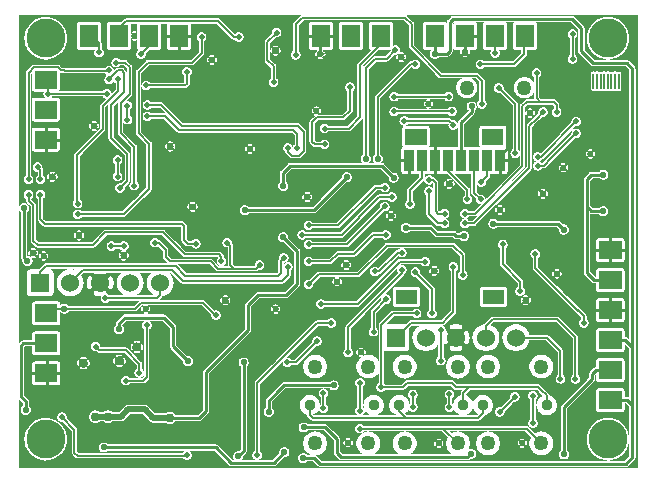
<source format=gbr>
G04 start of page 3 for group 1 idx 1 *
G04 Title: (unknown), solder *
G04 Creator: pcb 1.99z *
G04 CreationDate: Mon 30 May 2011 18:01:59 GMT UTC *
G04 For: thomas *
G04 Format: Gerber/RS-274X *
G04 PCB-Dimensions: 206299 151574 *
G04 PCB-Coordinate-Origin: lower left *
%MOIN*%
%FSLAX25Y25*%
%LNBOTTOM*%
%ADD11C,0.0290*%
%ADD12C,0.0380*%
%ADD13C,0.0394*%
%ADD14C,0.0275*%
%ADD15C,0.0160*%
%ADD16C,0.0140*%
%ADD17C,0.0787*%
%ADD18C,0.0220*%
%ADD19C,0.0200*%
%ADD20C,0.0060*%
%ADD21C,0.0085*%
%ADD22C,0.0500*%
%ADD23C,0.0600*%
%ADD24C,0.0494*%
%ADD25C,0.0375*%
%ADD28R,0.0600X0.0600*%
%ADD42C,0.1299*%
%ADD43C,0.0300*%
%ADD44R,0.0315X0.0315*%
%ADD45R,0.0551X0.0551*%
%ADD46R,0.0472X0.0472*%
G54D11*G54D12*G54D13*G54D14*G54D13*G54D12*G54D14*G54D13*G54D14*G54D12*G54D13*G54D14*G54D13*G54D14*G54D13*G54D15*G54D16*G54D15*G54D16*G54D15*G54D16*G54D15*G54D16*G54D15*G54D16*G54D15*G54D16*G54D15*G54D17*G54D16*G54D17*G54D16*G54D15*G54D16*G54D15*G54D16*G54D15*G54D16*G54D15*G54D16*G54D15*G54D16*G54D15*G54D16*G54D15*G54D16*G54D18*G54D16*G54D15*G54D18*G54D15*G54D17*G54D16*G54D15*G54D16*G54D18*G54D16*G54D15*G54D18*G54D15*G54D18*G54D15*G54D16*G54D15*G54D16*G54D15*G54D16*G54D15*G54D16*G54D15*G54D16*G54D15*G54D16*G54D17*G54D16*G54D15*G54D16*G54D15*G54D16*G54D15*G54D16*G54D15*G54D16*G54D15*G54D16*G54D15*G54D16*G54D15*G54D16*G54D15*G54D18*G54D15*G54D18*G54D15*G54D18*G54D19*G36*
X171176Y107873D02*X171654D01*
Y104948D01*
X171601Y104862D01*
X171505Y104629D01*
X171446Y104384D01*
X171426Y104133D01*
X171446Y103882D01*
X171505Y103637D01*
X171601Y103404D01*
X171654Y103318D01*
Y101995D01*
X171601Y101909D01*
X171505Y101676D01*
X171446Y101431D01*
X171426Y101180D01*
X171446Y100929D01*
X171505Y100684D01*
X171601Y100451D01*
X171654Y100365D01*
Y86417D01*
X162099D01*
X162095Y86523D01*
X162075Y86670D01*
X162043Y86815D01*
X161998Y86956D01*
X161979Y86999D01*
X161953Y87039D01*
X161921Y87074D01*
X161884Y87103D01*
X161843Y87127D01*
X161798Y87143D01*
X161752Y87153D01*
X161704Y87155D01*
X161657Y87150D01*
X161612Y87137D01*
X161569Y87117D01*
X161529Y87091D01*
X161494Y87059D01*
X161465Y87022D01*
X161441Y86981D01*
X161425Y86936D01*
X161415Y86890D01*
X161413Y86842D01*
X161418Y86795D01*
X161432Y86750D01*
X161462Y86659D01*
X161483Y86566D01*
X161495Y86470D01*
X161498Y86417D01*
X160399D01*
Y87474D01*
X160400D01*
X160495Y87470D01*
X160591Y87458D01*
X160684Y87437D01*
X160776Y87408D01*
X160820Y87394D01*
X160867Y87389D01*
X160914Y87391D01*
X160961Y87400D01*
X161005Y87417D01*
X161046Y87440D01*
X161083Y87470D01*
X161115Y87504D01*
X161141Y87544D01*
X161161Y87587D01*
X161174Y87632D01*
X161179Y87679D01*
X161177Y87726D01*
X161168Y87773D01*
X161151Y87817D01*
X161128Y87858D01*
X161098Y87895D01*
X161064Y87927D01*
X161024Y87953D01*
X160981Y87972D01*
X160840Y88018D01*
X160695Y88050D01*
X160548Y88070D01*
X160400Y88076D01*
X160399D01*
Y89441D01*
X170885Y99927D01*
X170914Y99952D01*
X170980Y100029D01*
X171007Y100059D01*
X171081Y100180D01*
X171135Y100311D01*
X171169Y100449D01*
X171180Y100590D01*
X171176Y100641D01*
Y107873D01*
G37*
G36*
X160399Y86417D02*X159302D01*
X159304Y86470D01*
X159316Y86566D01*
X159337Y86659D01*
X159366Y86751D01*
X159380Y86795D01*
X159385Y86842D01*
X159383Y86889D01*
X159374Y86936D01*
X159357Y86980D01*
X159334Y87021D01*
X159304Y87058D01*
X159270Y87090D01*
X159230Y87116D01*
X159187Y87136D01*
X159142Y87149D01*
X159095Y87154D01*
X159048Y87152D01*
X159001Y87143D01*
X158957Y87126D01*
X158916Y87103D01*
X158879Y87073D01*
X158847Y87039D01*
X158821Y86999D01*
X158802Y86956D01*
X158756Y86815D01*
X158724Y86670D01*
X158704Y86523D01*
X158700Y86417D01*
X157375D01*
X160399Y89441D01*
Y88076D01*
X160251Y88070D01*
X160104Y88050D01*
X159959Y88018D01*
X159818Y87973D01*
X159775Y87954D01*
X159735Y87928D01*
X159700Y87896D01*
X159671Y87859D01*
X159647Y87818D01*
X159631Y87773D01*
X159621Y87727D01*
X159619Y87679D01*
X159624Y87632D01*
X159637Y87587D01*
X159657Y87544D01*
X159683Y87504D01*
X159715Y87469D01*
X159752Y87440D01*
X159793Y87416D01*
X159838Y87400D01*
X159884Y87390D01*
X159932Y87388D01*
X159979Y87393D01*
X160024Y87407D01*
X160115Y87437D01*
X160208Y87458D01*
X160304Y87470D01*
X160399Y87474D01*
Y86417D01*
G37*
G36*
X156102Y93109D02*Y96404D01*
X156780Y97082D01*
X156809Y97107D01*
X156882Y97192D01*
X156902Y97214D01*
X156976Y97335D01*
X157030Y97466D01*
X157064Y97604D01*
X157075Y97745D01*
X157071Y97796D01*
Y98415D01*
X157830Y98417D01*
X157859Y98424D01*
X158667D01*
X158696Y98417D01*
X158853Y98408D01*
X162160Y98417D01*
X162189Y98424D01*
X162598D01*
Y96942D01*
X158765Y93109D01*
X156102D01*
G37*
G36*
X160400Y80864D02*X165157D01*
Y78936D01*
X160400D01*
Y80864D01*
G37*
G36*
X161757Y90799D02*X165157Y94199D01*
Y82914D01*
X161757D01*
Y85598D01*
X161798Y85606D01*
X161842Y85623D01*
X161883Y85646D01*
X161920Y85676D01*
X161952Y85710D01*
X161978Y85750D01*
X161997Y85793D01*
X162043Y85934D01*
X162075Y86079D01*
X162095Y86226D01*
X162101Y86374D01*
X162095Y86523D01*
X162075Y86670D01*
X162043Y86815D01*
X161998Y86956D01*
X161979Y86999D01*
X161953Y87039D01*
X161921Y87074D01*
X161884Y87103D01*
X161843Y87127D01*
X161798Y87143D01*
X161757Y87152D01*
Y90799D01*
G37*
G36*
X160400Y89442D02*X161757Y90799D01*
Y87152D01*
X161752Y87153D01*
X161704Y87155D01*
X161657Y87150D01*
X161612Y87137D01*
X161569Y87117D01*
X161529Y87091D01*
X161494Y87059D01*
X161465Y87022D01*
X161441Y86981D01*
X161425Y86936D01*
X161415Y86890D01*
X161413Y86842D01*
X161418Y86795D01*
X161432Y86750D01*
X161462Y86659D01*
X161483Y86566D01*
X161495Y86470D01*
X161500Y86374D01*
X161495Y86279D01*
X161483Y86183D01*
X161462Y86090D01*
X161433Y85998D01*
X161419Y85954D01*
X161414Y85907D01*
X161416Y85860D01*
X161425Y85813D01*
X161442Y85769D01*
X161465Y85728D01*
X161495Y85691D01*
X161529Y85659D01*
X161569Y85633D01*
X161612Y85613D01*
X161657Y85600D01*
X161704Y85595D01*
X161751Y85597D01*
X161757Y85598D01*
Y82914D01*
X160400D01*
Y84673D01*
X160548Y84679D01*
X160695Y84699D01*
X160840Y84731D01*
X160981Y84776D01*
X161024Y84795D01*
X161064Y84821D01*
X161099Y84853D01*
X161128Y84890D01*
X161152Y84931D01*
X161168Y84976D01*
X161178Y85022D01*
X161180Y85070D01*
X161175Y85117D01*
X161162Y85162D01*
X161142Y85205D01*
X161116Y85245D01*
X161084Y85280D01*
X161047Y85309D01*
X161006Y85333D01*
X160961Y85349D01*
X160915Y85359D01*
X160867Y85361D01*
X160820Y85356D01*
X160775Y85342D01*
X160684Y85312D01*
X160591Y85291D01*
X160495Y85279D01*
X160400Y85274D01*
Y87474D01*
X160495Y87470D01*
X160591Y87458D01*
X160684Y87437D01*
X160776Y87408D01*
X160820Y87394D01*
X160867Y87389D01*
X160914Y87391D01*
X160961Y87400D01*
X161005Y87417D01*
X161046Y87440D01*
X161083Y87470D01*
X161115Y87504D01*
X161141Y87544D01*
X161161Y87587D01*
X161174Y87632D01*
X161179Y87679D01*
X161177Y87726D01*
X161168Y87773D01*
X161151Y87817D01*
X161128Y87858D01*
X161098Y87895D01*
X161064Y87927D01*
X161024Y87953D01*
X160981Y87972D01*
X160840Y88018D01*
X160695Y88050D01*
X160548Y88070D01*
X160400Y88076D01*
Y89442D01*
G37*
G36*
X159042Y80370D02*X159270Y80509D01*
X159474Y80683D01*
X159628Y80864D01*
X160400D01*
Y78936D01*
X159042D01*
Y80370D01*
G37*
G36*
Y88084D02*X160400Y89442D01*
Y88076D01*
X160251Y88070D01*
X160104Y88050D01*
X159959Y88018D01*
X159818Y87973D01*
X159775Y87954D01*
X159735Y87928D01*
X159700Y87896D01*
X159671Y87859D01*
X159647Y87818D01*
X159631Y87773D01*
X159621Y87727D01*
X159619Y87679D01*
X159624Y87632D01*
X159637Y87587D01*
X159657Y87544D01*
X159683Y87504D01*
X159715Y87469D01*
X159752Y87440D01*
X159793Y87416D01*
X159838Y87400D01*
X159884Y87390D01*
X159932Y87388D01*
X159979Y87393D01*
X160024Y87407D01*
X160115Y87437D01*
X160208Y87458D01*
X160304Y87470D01*
X160400Y87474D01*
Y85274D01*
X160304Y85279D01*
X160208Y85291D01*
X160115Y85312D01*
X160023Y85341D01*
X159979Y85355D01*
X159932Y85360D01*
X159885Y85358D01*
X159838Y85349D01*
X159794Y85332D01*
X159753Y85309D01*
X159716Y85279D01*
X159684Y85245D01*
X159682Y85242D01*
X159658Y85205D01*
X159638Y85162D01*
X159625Y85117D01*
X159620Y85070D01*
X159622Y85023D01*
X159631Y84976D01*
X159648Y84932D01*
X159671Y84891D01*
X159682Y84877D01*
X159701Y84854D01*
X159735Y84822D01*
X159775Y84796D01*
X159818Y84777D01*
X159959Y84731D01*
X160104Y84699D01*
X160251Y84679D01*
X160400Y84673D01*
Y82914D01*
X159628D01*
X159474Y83095D01*
X159270Y83269D01*
X159042Y83408D01*
Y85597D01*
X159047Y85596D01*
X159095Y85594D01*
X159142Y85599D01*
X159187Y85612D01*
X159230Y85632D01*
X159270Y85658D01*
X159305Y85690D01*
X159334Y85727D01*
X159358Y85768D01*
X159374Y85813D01*
X159384Y85859D01*
X159386Y85907D01*
X159381Y85954D01*
X159367Y85999D01*
X159337Y86090D01*
X159316Y86183D01*
X159304Y86279D01*
X159300Y86374D01*
X159304Y86470D01*
X159316Y86566D01*
X159337Y86659D01*
X159366Y86751D01*
X159380Y86795D01*
X159385Y86842D01*
X159383Y86889D01*
X159374Y86936D01*
X159357Y86980D01*
X159334Y87021D01*
X159304Y87058D01*
X159270Y87090D01*
X159230Y87116D01*
X159187Y87136D01*
X159142Y87149D01*
X159095Y87154D01*
X159048Y87152D01*
X159042Y87151D01*
Y88084D01*
G37*
G36*
X150940Y97995D02*Y92160D01*
X150938Y92134D01*
X150949Y91992D01*
X150982Y91854D01*
X151016Y91773D01*
X151036Y91724D01*
X151110Y91603D01*
X151111Y91602D01*
X151203Y91495D01*
X151224Y91477D01*
X152427Y90274D01*
X152415Y90225D01*
X152395Y89974D01*
X152415Y89723D01*
X152474Y89478D01*
X152570Y89245D01*
X152702Y89031D01*
X152865Y88839D01*
X153057Y88676D01*
X153271Y88544D01*
X153504Y88448D01*
X153749Y88389D01*
X154000Y88369D01*
X154027Y88371D01*
X151730Y86074D01*
X150125D01*
X150098Y86117D01*
X149935Y86309D01*
X149743Y86472D01*
X149529Y86604D01*
X149296Y86700D01*
X149051Y86759D01*
X148800Y86779D01*
X148549Y86759D01*
X148304Y86700D01*
X148071Y86604D01*
X147857Y86472D01*
X147665Y86309D01*
X147502Y86117D01*
X147370Y85903D01*
X147274Y85670D01*
X147215Y85425D01*
X147195Y85174D01*
X147215Y84923D01*
X147274Y84678D01*
X147370Y84445D01*
X147502Y84231D01*
X147665Y84039D01*
X147857Y83876D01*
X148071Y83744D01*
X148304Y83648D01*
X148549Y83589D01*
X148737Y83574D01*
X148549Y83559D01*
X148304Y83500D01*
X148071Y83404D01*
X147857Y83272D01*
X147665Y83109D01*
X147502Y82917D01*
X147370Y82703D01*
X147274Y82470D01*
X147215Y82225D01*
X147195Y81974D01*
X147215Y81723D01*
X147274Y81478D01*
X147370Y81245D01*
X147502Y81031D01*
X147665Y80839D01*
X147857Y80676D01*
X148071Y80544D01*
X148304Y80448D01*
X148549Y80389D01*
X148800Y80369D01*
X149051Y80389D01*
X149296Y80448D01*
X149529Y80544D01*
X149743Y80676D01*
X149935Y80839D01*
X150098Y81031D01*
X150125Y81074D01*
X151634D01*
X151660Y81072D01*
X151754Y81079D01*
X151801Y81082D01*
X151939Y81115D01*
X152070Y81170D01*
X152191Y81244D01*
X152298Y81336D01*
X152323Y81365D01*
X159042Y88084D01*
Y87151D01*
X159001Y87143D01*
X158957Y87126D01*
X158916Y87103D01*
X158879Y87073D01*
X158847Y87039D01*
X158821Y86999D01*
X158802Y86956D01*
X158756Y86815D01*
X158724Y86670D01*
X158704Y86523D01*
X158698Y86374D01*
X158704Y86226D01*
X158724Y86079D01*
X158756Y85934D01*
X158801Y85793D01*
X158820Y85750D01*
X158846Y85710D01*
X158878Y85675D01*
X158915Y85646D01*
X158956Y85622D01*
X159001Y85606D01*
X159042Y85597D01*
Y83408D01*
X158795Y83511D01*
X158535Y83573D01*
X158268Y83594D01*
X158001Y83573D01*
X157741Y83511D01*
X157494Y83408D01*
X157266Y83269D01*
X157062Y83095D01*
X156888Y82891D01*
X156749Y82663D01*
X156646Y82416D01*
X156584Y82156D01*
X156563Y81889D01*
X156584Y81622D01*
X156646Y81362D01*
X156749Y81115D01*
X156888Y80887D01*
X157062Y80683D01*
X157266Y80509D01*
X157494Y80370D01*
X157741Y80267D01*
X158001Y80205D01*
X158268Y80184D01*
X158535Y80205D01*
X158795Y80267D01*
X159042Y80370D01*
Y78936D01*
X149652D01*
X149631Y78961D01*
X149427Y79135D01*
X149199Y79274D01*
X148952Y79377D01*
X148692Y79439D01*
X148425Y79460D01*
X148158Y79439D01*
X147898Y79377D01*
X147651Y79274D01*
X147423Y79135D01*
X147219Y78961D01*
X147198Y78936D01*
X146087D01*
X145956Y79067D01*
X145927Y79101D01*
X145804Y79206D01*
X145667Y79290D01*
X145518Y79352D01*
X145361Y79390D01*
X145322Y79392D01*
X145201Y79402D01*
X145164Y79399D01*
X144957D01*
Y94398D01*
X144998Y94406D01*
X145042Y94423D01*
X145083Y94446D01*
X145120Y94476D01*
X145152Y94510D01*
X145178Y94550D01*
X145197Y94593D01*
X145243Y94734D01*
X145275Y94879D01*
X145295Y95026D01*
X145301Y95174D01*
X145295Y95323D01*
X145275Y95470D01*
X145243Y95615D01*
X145198Y95756D01*
X145179Y95799D01*
X145153Y95839D01*
X145121Y95874D01*
X145084Y95903D01*
X145043Y95927D01*
X144998Y95943D01*
X144957Y95952D01*
Y96544D01*
X148700Y92801D01*
Y91299D01*
X148657Y91272D01*
X148465Y91109D01*
X148302Y90917D01*
X148170Y90703D01*
X148074Y90470D01*
X148015Y90225D01*
X147995Y89974D01*
X148015Y89723D01*
X148074Y89478D01*
X148170Y89245D01*
X148302Y89031D01*
X148465Y88839D01*
X148657Y88676D01*
X148871Y88544D01*
X149104Y88448D01*
X149349Y88389D01*
X149600Y88369D01*
X149851Y88389D01*
X150096Y88448D01*
X150329Y88544D01*
X150543Y88676D01*
X150735Y88839D01*
X150898Y89031D01*
X151030Y89245D01*
X151126Y89478D01*
X151185Y89723D01*
X151200Y89974D01*
X151185Y90225D01*
X151126Y90470D01*
X151030Y90703D01*
X150898Y90917D01*
X150735Y91109D01*
X150543Y91272D01*
X150500Y91299D01*
Y93136D01*
X150503Y93175D01*
X150492Y93316D01*
X150459Y93454D01*
X150404Y93585D01*
X150330Y93705D01*
X150238Y93812D01*
X150217Y93830D01*
X146016Y98031D01*
X150940D01*
Y97995D01*
G37*
G36*
X144957Y79399D02*X144094D01*
Y93548D01*
X144181Y93576D01*
X144224Y93595D01*
X144264Y93621D01*
X144299Y93653D01*
X144328Y93690D01*
X144352Y93731D01*
X144368Y93776D01*
X144378Y93822D01*
X144380Y93870D01*
X144375Y93917D01*
X144362Y93962D01*
X144342Y94005D01*
X144316Y94045D01*
X144284Y94080D01*
X144247Y94109D01*
X144206Y94133D01*
X144161Y94149D01*
X144115Y94159D01*
X144094Y94160D01*
Y96190D01*
X144114Y96191D01*
X144161Y96200D01*
X144205Y96217D01*
X144246Y96240D01*
X144283Y96270D01*
X144315Y96304D01*
X144341Y96344D01*
X144361Y96387D01*
X144374Y96432D01*
X144379Y96479D01*
X144377Y96526D01*
X144368Y96573D01*
X144351Y96617D01*
X144328Y96658D01*
X144298Y96695D01*
X144264Y96727D01*
X144224Y96753D01*
X144181Y96772D01*
X144094Y96800D01*
Y97407D01*
X144957Y96544D01*
Y95952D01*
X144952Y95953D01*
X144904Y95955D01*
X144857Y95950D01*
X144812Y95937D01*
X144769Y95917D01*
X144729Y95891D01*
X144694Y95859D01*
X144665Y95822D01*
X144641Y95781D01*
X144625Y95736D01*
X144615Y95690D01*
X144613Y95642D01*
X144618Y95595D01*
X144632Y95550D01*
X144662Y95459D01*
X144683Y95366D01*
X144695Y95270D01*
X144700Y95174D01*
X144695Y95079D01*
X144683Y94983D01*
X144662Y94890D01*
X144633Y94798D01*
X144619Y94754D01*
X144614Y94707D01*
X144616Y94660D01*
X144625Y94613D01*
X144642Y94569D01*
X144665Y94528D01*
X144695Y94491D01*
X144729Y94459D01*
X144769Y94433D01*
X144812Y94413D01*
X144857Y94400D01*
X144904Y94395D01*
X144951Y94397D01*
X144957Y94398D01*
Y79399D01*
G37*
G36*
X174725Y80864D02*X177559D01*
Y78739D01*
X174725D01*
Y80864D01*
G37*
G36*
X176082Y100990D02*X177559Y102467D01*
Y82914D01*
X176082D01*
Y91073D01*
X176123Y91081D01*
X176167Y91098D01*
X176208Y91121D01*
X176245Y91151D01*
X176277Y91185D01*
X176303Y91225D01*
X176322Y91268D01*
X176368Y91409D01*
X176400Y91554D01*
X176420Y91701D01*
X176426Y91849D01*
X176420Y91998D01*
X176400Y92145D01*
X176368Y92290D01*
X176323Y92431D01*
X176304Y92474D01*
X176278Y92514D01*
X176246Y92549D01*
X176209Y92578D01*
X176168Y92602D01*
X176123Y92618D01*
X176082Y92627D01*
Y100990D01*
G37*
G36*
X174725Y100280D02*X174974D01*
X175000Y100278D01*
X175094Y100285D01*
X175141Y100288D01*
X175279Y100321D01*
X175410Y100376D01*
X175531Y100450D01*
X175638Y100542D01*
X175663Y100571D01*
X176082Y100990D01*
Y92627D01*
X176077Y92628D01*
X176029Y92630D01*
X175982Y92625D01*
X175937Y92612D01*
X175894Y92592D01*
X175854Y92566D01*
X175819Y92534D01*
X175790Y92497D01*
X175766Y92456D01*
X175750Y92411D01*
X175740Y92365D01*
X175738Y92317D01*
X175743Y92270D01*
X175757Y92225D01*
X175787Y92134D01*
X175808Y92041D01*
X175820Y91945D01*
X175825Y91849D01*
X175820Y91754D01*
X175808Y91658D01*
X175787Y91565D01*
X175758Y91473D01*
X175744Y91429D01*
X175739Y91382D01*
X175741Y91335D01*
X175750Y91288D01*
X175767Y91244D01*
X175790Y91203D01*
X175820Y91166D01*
X175854Y91134D01*
X175894Y91108D01*
X175937Y91088D01*
X175982Y91075D01*
X176029Y91070D01*
X176076Y91072D01*
X176082Y91073D01*
Y82914D01*
X174725D01*
Y90148D01*
X174873Y90154D01*
X175020Y90174D01*
X175165Y90206D01*
X175306Y90251D01*
X175349Y90270D01*
X175389Y90296D01*
X175424Y90328D01*
X175453Y90365D01*
X175477Y90406D01*
X175493Y90451D01*
X175503Y90497D01*
X175505Y90545D01*
X175500Y90592D01*
X175487Y90637D01*
X175467Y90680D01*
X175441Y90720D01*
X175409Y90755D01*
X175372Y90784D01*
X175331Y90808D01*
X175286Y90824D01*
X175240Y90834D01*
X175192Y90836D01*
X175145Y90831D01*
X175100Y90817D01*
X175009Y90787D01*
X174916Y90766D01*
X174820Y90754D01*
X174725Y90749D01*
Y92949D01*
X174820Y92945D01*
X174916Y92933D01*
X175009Y92912D01*
X175101Y92883D01*
X175145Y92869D01*
X175192Y92864D01*
X175239Y92866D01*
X175286Y92875D01*
X175330Y92892D01*
X175371Y92915D01*
X175408Y92945D01*
X175440Y92979D01*
X175466Y93019D01*
X175486Y93062D01*
X175499Y93107D01*
X175504Y93154D01*
X175502Y93201D01*
X175493Y93248D01*
X175476Y93292D01*
X175453Y93333D01*
X175423Y93370D01*
X175389Y93402D01*
X175349Y93428D01*
X175306Y93447D01*
X175165Y93493D01*
X175020Y93525D01*
X174873Y93545D01*
X174725Y93551D01*
Y100280D01*
G37*
G36*
Y115157D02*X177559D01*
Y108950D01*
X174725Y106116D01*
Y115157D01*
G37*
G36*
X173367Y80864D02*X174725D01*
Y78739D01*
X173367D01*
Y80864D01*
G37*
G36*
Y99615D02*X173527Y99654D01*
X173760Y99750D01*
X173974Y99882D01*
X174166Y100045D01*
X174329Y100237D01*
X174356Y100280D01*
X174725D01*
Y93551D01*
X174576Y93545D01*
X174429Y93525D01*
X174284Y93493D01*
X174143Y93448D01*
X174100Y93429D01*
X174060Y93403D01*
X174025Y93371D01*
X173996Y93334D01*
X173972Y93293D01*
X173956Y93248D01*
X173946Y93202D01*
X173944Y93154D01*
X173949Y93107D01*
X173962Y93062D01*
X173982Y93019D01*
X174008Y92979D01*
X174040Y92944D01*
X174077Y92915D01*
X174118Y92891D01*
X174163Y92875D01*
X174209Y92865D01*
X174257Y92863D01*
X174304Y92868D01*
X174349Y92882D01*
X174440Y92912D01*
X174533Y92933D01*
X174629Y92945D01*
X174725Y92949D01*
Y90749D01*
X174629Y90754D01*
X174533Y90766D01*
X174440Y90787D01*
X174348Y90816D01*
X174304Y90830D01*
X174257Y90835D01*
X174210Y90833D01*
X174163Y90824D01*
X174119Y90807D01*
X174078Y90784D01*
X174041Y90754D01*
X174009Y90720D01*
X173983Y90680D01*
X173963Y90637D01*
X173950Y90592D01*
X173945Y90545D01*
X173947Y90498D01*
X173956Y90451D01*
X173973Y90407D01*
X173996Y90366D01*
X174026Y90329D01*
X174060Y90297D01*
X174100Y90271D01*
X174143Y90252D01*
X174284Y90206D01*
X174429Y90174D01*
X174576Y90154D01*
X174725Y90148D01*
Y82914D01*
X173367D01*
Y91072D01*
X173372Y91071D01*
X173420Y91069D01*
X173467Y91074D01*
X173512Y91087D01*
X173555Y91107D01*
X173595Y91133D01*
X173630Y91165D01*
X173659Y91202D01*
X173683Y91243D01*
X173699Y91288D01*
X173709Y91334D01*
X173711Y91382D01*
X173706Y91429D01*
X173692Y91474D01*
X173662Y91565D01*
X173641Y91658D01*
X173629Y91754D01*
X173625Y91849D01*
X173629Y91945D01*
X173641Y92041D01*
X173662Y92134D01*
X173691Y92226D01*
X173705Y92270D01*
X173710Y92317D01*
X173708Y92364D01*
X173699Y92411D01*
X173682Y92455D01*
X173659Y92496D01*
X173629Y92533D01*
X173595Y92565D01*
X173555Y92591D01*
X173512Y92611D01*
X173467Y92624D01*
X173420Y92629D01*
X173373Y92627D01*
X173367Y92626D01*
Y99615D01*
G37*
G36*
Y115157D02*X174725D01*
Y106116D01*
X174010Y105401D01*
X173974Y105431D01*
X173760Y105563D01*
X173527Y105659D01*
X173367Y105698D01*
Y115157D01*
G37*
G36*
X160400Y80864D02*X173367D01*
Y78739D01*
X160400D01*
Y80864D01*
G37*
G36*
X161757Y90799D02*X170885Y99927D01*
X170914Y99952D01*
X170980Y100029D01*
X171007Y100059D01*
X171081Y100180D01*
X171135Y100311D01*
X171169Y100449D01*
X171180Y100590D01*
X171176Y100641D01*
Y114194D01*
X172139Y115157D01*
X173367D01*
Y105698D01*
X173282Y105718D01*
X173031Y105738D01*
X172780Y105718D01*
X172535Y105659D01*
X172302Y105563D01*
X172088Y105431D01*
X171896Y105268D01*
X171733Y105076D01*
X171601Y104862D01*
X171505Y104629D01*
X171446Y104384D01*
X171426Y104133D01*
X171446Y103882D01*
X171505Y103637D01*
X171601Y103404D01*
X171733Y103190D01*
X171896Y102998D01*
X172088Y102835D01*
X172302Y102703D01*
X172415Y102657D01*
X172302Y102610D01*
X172088Y102478D01*
X171896Y102315D01*
X171733Y102123D01*
X171601Y101909D01*
X171505Y101676D01*
X171446Y101431D01*
X171426Y101180D01*
X171446Y100929D01*
X171505Y100684D01*
X171601Y100451D01*
X171733Y100237D01*
X171896Y100045D01*
X172088Y99882D01*
X172302Y99750D01*
X172535Y99654D01*
X172780Y99595D01*
X173031Y99575D01*
X173282Y99595D01*
X173367Y99615D01*
Y92626D01*
X173326Y92618D01*
X173282Y92601D01*
X173241Y92578D01*
X173204Y92548D01*
X173172Y92514D01*
X173146Y92474D01*
X173127Y92431D01*
X173081Y92290D01*
X173049Y92145D01*
X173029Y91998D01*
X173023Y91849D01*
X173029Y91701D01*
X173049Y91554D01*
X173081Y91409D01*
X173126Y91268D01*
X173145Y91225D01*
X173171Y91185D01*
X173203Y91150D01*
X173240Y91121D01*
X173281Y91097D01*
X173326Y91081D01*
X173367Y91072D01*
Y82914D01*
X161757D01*
Y85598D01*
X161798Y85606D01*
X161842Y85623D01*
X161883Y85646D01*
X161920Y85676D01*
X161952Y85710D01*
X161978Y85750D01*
X161997Y85793D01*
X162043Y85934D01*
X162075Y86079D01*
X162095Y86226D01*
X162101Y86374D01*
X162095Y86523D01*
X162075Y86670D01*
X162043Y86815D01*
X161998Y86956D01*
X161979Y86999D01*
X161953Y87039D01*
X161921Y87074D01*
X161884Y87103D01*
X161843Y87127D01*
X161798Y87143D01*
X161757Y87152D01*
Y90799D01*
G37*
G36*
X160400Y89442D02*X161757Y90799D01*
Y87152D01*
X161752Y87153D01*
X161704Y87155D01*
X161657Y87150D01*
X161612Y87137D01*
X161569Y87117D01*
X161529Y87091D01*
X161494Y87059D01*
X161465Y87022D01*
X161441Y86981D01*
X161425Y86936D01*
X161415Y86890D01*
X161413Y86842D01*
X161418Y86795D01*
X161432Y86750D01*
X161462Y86659D01*
X161483Y86566D01*
X161495Y86470D01*
X161500Y86374D01*
X161495Y86279D01*
X161483Y86183D01*
X161462Y86090D01*
X161433Y85998D01*
X161419Y85954D01*
X161414Y85907D01*
X161416Y85860D01*
X161425Y85813D01*
X161442Y85769D01*
X161465Y85728D01*
X161495Y85691D01*
X161529Y85659D01*
X161569Y85633D01*
X161612Y85613D01*
X161657Y85600D01*
X161704Y85595D01*
X161751Y85597D01*
X161757Y85598D01*
Y82914D01*
X160400D01*
Y84673D01*
X160548Y84679D01*
X160695Y84699D01*
X160840Y84731D01*
X160981Y84776D01*
X161024Y84795D01*
X161064Y84821D01*
X161099Y84853D01*
X161128Y84890D01*
X161152Y84931D01*
X161168Y84976D01*
X161178Y85022D01*
X161180Y85070D01*
X161175Y85117D01*
X161162Y85162D01*
X161142Y85205D01*
X161116Y85245D01*
X161084Y85280D01*
X161047Y85309D01*
X161006Y85333D01*
X160961Y85349D01*
X160915Y85359D01*
X160867Y85361D01*
X160820Y85356D01*
X160775Y85342D01*
X160684Y85312D01*
X160591Y85291D01*
X160495Y85279D01*
X160400Y85274D01*
Y87474D01*
X160495Y87470D01*
X160591Y87458D01*
X160684Y87437D01*
X160776Y87408D01*
X160820Y87394D01*
X160867Y87389D01*
X160914Y87391D01*
X160961Y87400D01*
X161005Y87417D01*
X161046Y87440D01*
X161083Y87470D01*
X161115Y87504D01*
X161141Y87544D01*
X161161Y87587D01*
X161174Y87632D01*
X161179Y87679D01*
X161177Y87726D01*
X161168Y87773D01*
X161151Y87817D01*
X161128Y87858D01*
X161098Y87895D01*
X161064Y87927D01*
X161024Y87953D01*
X160981Y87972D01*
X160840Y88018D01*
X160695Y88050D01*
X160548Y88070D01*
X160400Y88076D01*
Y89442D01*
G37*
G36*
X159042Y80370D02*X159270Y80509D01*
X159474Y80683D01*
X159628Y80864D01*
X160400D01*
Y78739D01*
X159042D01*
Y80370D01*
G37*
G36*
Y88084D02*X160400Y89442D01*
Y88076D01*
X160251Y88070D01*
X160104Y88050D01*
X159959Y88018D01*
X159818Y87973D01*
X159775Y87954D01*
X159735Y87928D01*
X159700Y87896D01*
X159671Y87859D01*
X159647Y87818D01*
X159631Y87773D01*
X159621Y87727D01*
X159619Y87679D01*
X159624Y87632D01*
X159637Y87587D01*
X159657Y87544D01*
X159683Y87504D01*
X159715Y87469D01*
X159752Y87440D01*
X159793Y87416D01*
X159838Y87400D01*
X159884Y87390D01*
X159932Y87388D01*
X159979Y87393D01*
X160024Y87407D01*
X160115Y87437D01*
X160208Y87458D01*
X160304Y87470D01*
X160400Y87474D01*
Y85274D01*
X160304Y85279D01*
X160208Y85291D01*
X160115Y85312D01*
X160023Y85341D01*
X159979Y85355D01*
X159932Y85360D01*
X159885Y85358D01*
X159838Y85349D01*
X159794Y85332D01*
X159753Y85309D01*
X159716Y85279D01*
X159684Y85245D01*
X159682Y85242D01*
X159658Y85205D01*
X159638Y85162D01*
X159625Y85117D01*
X159620Y85070D01*
X159622Y85023D01*
X159631Y84976D01*
X159648Y84932D01*
X159671Y84891D01*
X159682Y84877D01*
X159701Y84854D01*
X159735Y84822D01*
X159775Y84796D01*
X159818Y84777D01*
X159959Y84731D01*
X160104Y84699D01*
X160251Y84679D01*
X160400Y84673D01*
Y82914D01*
X159628D01*
X159474Y83095D01*
X159270Y83269D01*
X159042Y83408D01*
Y85597D01*
X159047Y85596D01*
X159095Y85594D01*
X159142Y85599D01*
X159187Y85612D01*
X159230Y85632D01*
X159270Y85658D01*
X159305Y85690D01*
X159334Y85727D01*
X159358Y85768D01*
X159374Y85813D01*
X159384Y85859D01*
X159386Y85907D01*
X159381Y85954D01*
X159367Y85999D01*
X159337Y86090D01*
X159316Y86183D01*
X159304Y86279D01*
X159300Y86374D01*
X159304Y86470D01*
X159316Y86566D01*
X159337Y86659D01*
X159366Y86751D01*
X159380Y86795D01*
X159385Y86842D01*
X159383Y86889D01*
X159374Y86936D01*
X159357Y86980D01*
X159334Y87021D01*
X159304Y87058D01*
X159270Y87090D01*
X159230Y87116D01*
X159187Y87136D01*
X159142Y87149D01*
X159095Y87154D01*
X159048Y87152D01*
X159042Y87151D01*
Y88084D01*
G37*
G36*
X149603Y98596D02*X149619Y98586D01*
X149738Y98514D01*
X149883Y98454D01*
X150036Y98417D01*
X150193Y98408D01*
X150940Y98410D01*
Y92160D01*
X150938Y92134D01*
X150949Y91992D01*
X150982Y91854D01*
X151016Y91773D01*
X151036Y91724D01*
X151110Y91603D01*
X151111Y91602D01*
X151203Y91495D01*
X151224Y91477D01*
X152427Y90274D01*
X152415Y90225D01*
X152395Y89974D01*
X152415Y89723D01*
X152474Y89478D01*
X152570Y89245D01*
X152702Y89031D01*
X152865Y88839D01*
X153057Y88676D01*
X153271Y88544D01*
X153504Y88448D01*
X153749Y88389D01*
X154000Y88369D01*
X154027Y88371D01*
X151730Y86074D01*
X150125D01*
X150098Y86117D01*
X149935Y86309D01*
X149743Y86472D01*
X149529Y86604D01*
X149296Y86700D01*
X149051Y86759D01*
X148800Y86779D01*
X148549Y86759D01*
X148304Y86700D01*
X148071Y86604D01*
X147857Y86472D01*
X147665Y86309D01*
X147502Y86117D01*
X147370Y85903D01*
X147274Y85670D01*
X147215Y85425D01*
X147195Y85174D01*
X147215Y84923D01*
X147274Y84678D01*
X147370Y84445D01*
X147502Y84231D01*
X147665Y84039D01*
X147857Y83876D01*
X148071Y83744D01*
X148304Y83648D01*
X148549Y83589D01*
X148737Y83574D01*
X148549Y83559D01*
X148304Y83500D01*
X148071Y83404D01*
X147857Y83272D01*
X147665Y83109D01*
X147502Y82917D01*
X147370Y82703D01*
X147274Y82470D01*
X147215Y82225D01*
X147195Y81974D01*
X147215Y81723D01*
X147274Y81478D01*
X147370Y81245D01*
X147502Y81031D01*
X147665Y80839D01*
X147857Y80676D01*
X148071Y80544D01*
X148304Y80448D01*
X148549Y80389D01*
X148800Y80369D01*
X149051Y80389D01*
X149296Y80448D01*
X149529Y80544D01*
X149743Y80676D01*
X149935Y80839D01*
X150098Y81031D01*
X150125Y81074D01*
X151634D01*
X151660Y81072D01*
X151754Y81079D01*
X151801Y81082D01*
X151939Y81115D01*
X152070Y81170D01*
X152191Y81244D01*
X152298Y81336D01*
X152323Y81365D01*
X159042Y88084D01*
Y87151D01*
X159001Y87143D01*
X158957Y87126D01*
X158916Y87103D01*
X158879Y87073D01*
X158847Y87039D01*
X158821Y86999D01*
X158802Y86956D01*
X158756Y86815D01*
X158724Y86670D01*
X158704Y86523D01*
X158698Y86374D01*
X158704Y86226D01*
X158724Y86079D01*
X158756Y85934D01*
X158801Y85793D01*
X158820Y85750D01*
X158846Y85710D01*
X158878Y85675D01*
X158915Y85646D01*
X158956Y85622D01*
X159001Y85606D01*
X159042Y85597D01*
Y83408D01*
X158795Y83511D01*
X158535Y83573D01*
X158268Y83594D01*
X158001Y83573D01*
X157741Y83511D01*
X157494Y83408D01*
X157266Y83269D01*
X157062Y83095D01*
X156888Y82891D01*
X156749Y82663D01*
X156646Y82416D01*
X156584Y82156D01*
X156563Y81889D01*
X156584Y81622D01*
X156646Y81362D01*
X156749Y81115D01*
X156888Y80887D01*
X157062Y80683D01*
X157266Y80509D01*
X157494Y80370D01*
X157741Y80267D01*
X158001Y80205D01*
X158268Y80184D01*
X158535Y80205D01*
X158795Y80267D01*
X159042Y80370D01*
Y78739D01*
X149816D01*
X149805Y78757D01*
X149631Y78961D01*
X149427Y79135D01*
X149199Y79274D01*
X148952Y79377D01*
X148692Y79439D01*
X148425Y79460D01*
X148158Y79439D01*
X147898Y79377D01*
X147651Y79274D01*
X147423Y79135D01*
X147219Y78961D01*
X147081Y78799D01*
X146224D01*
X145956Y79067D01*
X145927Y79101D01*
X145804Y79206D01*
X145667Y79290D01*
X145518Y79352D01*
X145361Y79390D01*
X145322Y79392D01*
X145201Y79402D01*
X145164Y79399D01*
X144957D01*
Y94398D01*
X144998Y94406D01*
X145042Y94423D01*
X145083Y94446D01*
X145120Y94476D01*
X145152Y94510D01*
X145178Y94550D01*
X145197Y94593D01*
X145243Y94734D01*
X145275Y94879D01*
X145295Y95026D01*
X145301Y95174D01*
X145295Y95323D01*
X145275Y95470D01*
X145243Y95615D01*
X145198Y95756D01*
X145179Y95799D01*
X145153Y95839D01*
X145121Y95874D01*
X145084Y95903D01*
X145043Y95927D01*
X144998Y95943D01*
X144957Y95952D01*
Y96544D01*
X148700Y92801D01*
Y91299D01*
X148657Y91272D01*
X148465Y91109D01*
X148302Y90917D01*
X148170Y90703D01*
X148074Y90470D01*
X148015Y90225D01*
X147995Y89974D01*
X148015Y89723D01*
X148074Y89478D01*
X148170Y89245D01*
X148302Y89031D01*
X148465Y88839D01*
X148657Y88676D01*
X148871Y88544D01*
X149104Y88448D01*
X149349Y88389D01*
X149600Y88369D01*
X149851Y88389D01*
X150096Y88448D01*
X150329Y88544D01*
X150543Y88676D01*
X150735Y88839D01*
X150898Y89031D01*
X151030Y89245D01*
X151126Y89478D01*
X151185Y89723D01*
X151200Y89974D01*
X151185Y90225D01*
X151126Y90470D01*
X151030Y90703D01*
X150898Y90917D01*
X150735Y91109D01*
X150543Y91272D01*
X150500Y91299D01*
Y93136D01*
X150503Y93175D01*
X150492Y93316D01*
X150459Y93454D01*
X150404Y93585D01*
X150330Y93705D01*
X150238Y93812D01*
X150217Y93830D01*
X145606Y98441D01*
X145706Y98417D01*
X145863Y98408D01*
X149170Y98417D01*
X149323Y98454D01*
X149468Y98514D01*
X149603Y98596D01*
G37*
G36*
X144957Y79399D02*X143898D01*
Y93500D01*
X144040Y93531D01*
X144181Y93576D01*
X144224Y93595D01*
X144264Y93621D01*
X144299Y93653D01*
X144328Y93690D01*
X144352Y93731D01*
X144368Y93776D01*
X144378Y93822D01*
X144380Y93870D01*
X144375Y93917D01*
X144362Y93962D01*
X144342Y94005D01*
X144316Y94045D01*
X144284Y94080D01*
X144247Y94109D01*
X144206Y94133D01*
X144161Y94149D01*
X144115Y94159D01*
X144067Y94161D01*
X144020Y94156D01*
X143975Y94142D01*
X143898Y94117D01*
Y96233D01*
X143976Y96208D01*
X144020Y96194D01*
X144067Y96189D01*
X144114Y96191D01*
X144161Y96200D01*
X144205Y96217D01*
X144246Y96240D01*
X144283Y96270D01*
X144315Y96304D01*
X144341Y96344D01*
X144361Y96387D01*
X144374Y96432D01*
X144379Y96479D01*
X144377Y96526D01*
X144368Y96573D01*
X144351Y96617D01*
X144328Y96658D01*
X144298Y96695D01*
X144264Y96727D01*
X144224Y96753D01*
X144181Y96772D01*
X144040Y96818D01*
X143898Y96849D01*
Y97603D01*
X144957Y96544D01*
Y95952D01*
X144952Y95953D01*
X144904Y95955D01*
X144857Y95950D01*
X144812Y95937D01*
X144769Y95917D01*
X144729Y95891D01*
X144694Y95859D01*
X144665Y95822D01*
X144641Y95781D01*
X144625Y95736D01*
X144615Y95690D01*
X144613Y95642D01*
X144618Y95595D01*
X144632Y95550D01*
X144662Y95459D01*
X144683Y95366D01*
X144695Y95270D01*
X144700Y95174D01*
X144695Y95079D01*
X144683Y94983D01*
X144662Y94890D01*
X144633Y94798D01*
X144619Y94754D01*
X144614Y94707D01*
X144616Y94660D01*
X144625Y94613D01*
X144642Y94569D01*
X144665Y94528D01*
X144695Y94491D01*
X144729Y94459D01*
X144769Y94433D01*
X144812Y94413D01*
X144857Y94400D01*
X144904Y94395D01*
X144951Y94397D01*
X144957Y94398D01*
Y79399D01*
G37*
G36*
X171176Y109842D02*X172835D01*
Y105722D01*
X172780Y105718D01*
X172535Y105659D01*
X172302Y105563D01*
X172088Y105431D01*
X171896Y105268D01*
X171733Y105076D01*
X171601Y104862D01*
X171505Y104629D01*
X171446Y104384D01*
X171426Y104133D01*
X171446Y103882D01*
X171505Y103637D01*
X171601Y103404D01*
X171733Y103190D01*
X171896Y102998D01*
X172088Y102835D01*
X172302Y102703D01*
X172415Y102657D01*
X172302Y102610D01*
X172088Y102478D01*
X171896Y102315D01*
X171733Y102123D01*
X171601Y101909D01*
X171505Y101676D01*
X171446Y101431D01*
X171426Y101180D01*
X171446Y100929D01*
X171505Y100684D01*
X171601Y100451D01*
X171733Y100237D01*
X171896Y100045D01*
X172088Y99882D01*
X172302Y99750D01*
X172535Y99654D01*
X172780Y99595D01*
X172835Y99591D01*
Y99015D01*
X169973D01*
X170885Y99927D01*
X170914Y99952D01*
X170987Y100037D01*
X171007Y100059D01*
X171081Y100180D01*
X171135Y100311D01*
X171169Y100449D01*
X171180Y100590D01*
X171176Y100641D01*
Y109842D01*
G37*
G36*
Y108464D02*X172638D01*
Y105684D01*
X172535Y105659D01*
X172302Y105563D01*
X172088Y105431D01*
X171896Y105268D01*
X171733Y105076D01*
X171601Y104862D01*
X171505Y104629D01*
X171446Y104384D01*
X171426Y104133D01*
X171446Y103882D01*
X171505Y103637D01*
X171601Y103404D01*
X171733Y103190D01*
X171896Y102998D01*
X172088Y102835D01*
X172302Y102703D01*
X172415Y102657D01*
X172302Y102610D01*
X172088Y102478D01*
X171896Y102315D01*
X171733Y102123D01*
X171601Y101909D01*
X171505Y101676D01*
X171446Y101431D01*
X171426Y101180D01*
X171446Y100929D01*
X171505Y100684D01*
X171601Y100451D01*
X171733Y100237D01*
X171896Y100045D01*
X172088Y99882D01*
X172302Y99750D01*
X172535Y99654D01*
X172638Y99629D01*
Y91535D01*
X162493D01*
X170885Y99927D01*
X170914Y99952D01*
X170980Y100029D01*
X171007Y100059D01*
X171081Y100180D01*
X171135Y100311D01*
X171169Y100449D01*
X171180Y100590D01*
X171176Y100641D01*
Y108464D01*
G37*
G36*
X153700Y91547D02*X152741Y92506D01*
Y93897D01*
X158858D01*
Y93202D01*
X155598Y89942D01*
X155600Y89974D01*
X155585Y90225D01*
X155526Y90470D01*
X155430Y90703D01*
X155298Y90917D01*
X155135Y91109D01*
X154943Y91272D01*
X154729Y91404D01*
X154496Y91500D01*
X154251Y91559D01*
X154000Y91579D01*
X153749Y91559D01*
X153700Y91547D01*
G37*
G36*
X160827Y96062D02*Y95171D01*
X156206Y90550D01*
X155493D01*
X155430Y90703D01*
X155298Y90917D01*
X155135Y91109D01*
X154943Y91272D01*
X154729Y91404D01*
X154496Y91500D01*
X154251Y91559D01*
X154000Y91579D01*
X153749Y91559D01*
X153700Y91547D01*
X152756Y92491D01*
Y95079D01*
X152770Y95045D01*
X152902Y94831D01*
X153065Y94639D01*
X153257Y94476D01*
X153471Y94344D01*
X153704Y94248D01*
X153949Y94189D01*
X154200Y94169D01*
X154451Y94189D01*
X154696Y94248D01*
X154929Y94344D01*
X155143Y94476D01*
X155335Y94639D01*
X155498Y94831D01*
X155630Y95045D01*
X155726Y95278D01*
X155785Y95523D01*
X155800Y95774D01*
X155785Y96025D01*
X155776Y96062D01*
X160827D01*
G37*
G36*
X158263Y98596D02*X158279Y98586D01*
X158398Y98514D01*
X158543Y98454D01*
X158696Y98417D01*
X158853Y98408D01*
X162160Y98417D01*
X162313Y98454D01*
X162458Y98514D01*
X162593Y98596D01*
X162712Y98699D01*
X162815Y98818D01*
X162897Y98953D01*
X162957Y99098D01*
X162994Y99251D01*
X163003Y99408D01*
X162999Y102952D01*
X167013D01*
Y101357D01*
X156206Y90550D01*
X155493D01*
X155430Y90703D01*
X155298Y90917D01*
X155135Y91109D01*
X154943Y91272D01*
X154729Y91404D01*
X154496Y91500D01*
X154251Y91559D01*
X154000Y91579D01*
X153749Y91559D01*
X153700Y91547D01*
X152741Y92506D01*
Y95115D01*
X152770Y95045D01*
X152902Y94831D01*
X153065Y94639D01*
X153257Y94476D01*
X153471Y94344D01*
X153704Y94248D01*
X153949Y94189D01*
X154200Y94169D01*
X154451Y94189D01*
X154696Y94248D01*
X154929Y94344D01*
X155143Y94476D01*
X155335Y94639D01*
X155498Y94831D01*
X155630Y95045D01*
X155726Y95278D01*
X155785Y95523D01*
X155800Y95774D01*
X155785Y96025D01*
X155773Y96075D01*
X156780Y97082D01*
X156809Y97107D01*
X156880Y97190D01*
X156882Y97192D01*
X156902Y97214D01*
X156976Y97335D01*
X157030Y97466D01*
X157064Y97604D01*
X157075Y97745D01*
X157071Y97796D01*
Y98415D01*
X157830Y98417D01*
X157983Y98454D01*
X158128Y98514D01*
X158263Y98596D01*
G37*
G36*
X163096Y97440D02*X162402D01*
Y98491D01*
X162458Y98514D01*
X162593Y98596D01*
X162712Y98699D01*
X162815Y98818D01*
X162897Y98953D01*
X162957Y99098D01*
X162994Y99251D01*
X163003Y99408D01*
X162999Y102952D01*
X167013D01*
Y101357D01*
X163096Y97440D01*
G37*
G36*
X162598Y98424D02*Y97637D01*
X160630D01*
Y98413D01*
X162160Y98417D01*
X162189Y98424D01*
X162598D01*
G37*
G36*
X158661Y95275D02*Y98425D01*
X158696Y98417D01*
X158853Y98408D01*
X162160Y98417D01*
X162313Y98454D01*
X162458Y98514D01*
X162593Y98596D01*
X162598Y98600D01*
Y96942D01*
X160931Y95275D01*
X158661D01*
G37*
G36*
X155315Y93503D02*Y94622D01*
X155335Y94639D01*
X155498Y94831D01*
X155630Y95045D01*
X155726Y95278D01*
X155785Y95523D01*
X155800Y95774D01*
X155785Y96025D01*
X155773Y96075D01*
X156780Y97082D01*
X156809Y97107D01*
X156882Y97192D01*
X156902Y97214D01*
X156976Y97335D01*
X157030Y97466D01*
X157064Y97604D01*
X157075Y97745D01*
X157071Y97796D01*
Y98415D01*
X157830Y98417D01*
X157983Y98454D01*
X158128Y98514D01*
X158263Y98596D01*
X158279Y98586D01*
X158398Y98514D01*
X158543Y98454D01*
X158696Y98417D01*
X158853Y98408D01*
X162160Y98417D01*
X162313Y98454D01*
X162458Y98514D01*
X162593Y98596D01*
X162712Y98699D01*
X162815Y98818D01*
X162897Y98953D01*
X162923Y99015D01*
X164173D01*
Y98517D01*
X159159Y93503D01*
X155315D01*
G37*
G36*
X9200Y47978D02*X13107Y47983D01*
X13260Y48020D01*
X13405Y48080D01*
X13540Y48162D01*
X13659Y48265D01*
X13762Y48384D01*
X13844Y48519D01*
X13904Y48664D01*
X13941Y48817D01*
X13950Y48974D01*
X13945Y52425D01*
X13994Y52368D01*
X14198Y52194D01*
X14426Y52055D01*
X14673Y51952D01*
X14933Y51890D01*
X15200Y51869D01*
X15467Y51890D01*
X15727Y51952D01*
X15974Y52055D01*
X16202Y52194D01*
X16406Y52368D01*
X16580Y52572D01*
X16624Y52644D01*
X18307D01*
Y14740D01*
X15973Y17074D01*
X15985Y17123D01*
X16000Y17374D01*
X15985Y17625D01*
X15926Y17870D01*
X15830Y18103D01*
X15698Y18317D01*
X15535Y18509D01*
X15343Y18672D01*
X15129Y18804D01*
X14896Y18900D01*
X14651Y18959D01*
X14400Y18979D01*
X14149Y18959D01*
X13904Y18900D01*
X13671Y18804D01*
X13457Y18672D01*
X13265Y18509D01*
X13102Y18317D01*
X12970Y18103D01*
X12874Y17870D01*
X12815Y17625D01*
X12795Y17374D01*
X12815Y17123D01*
X12874Y16878D01*
X12970Y16645D01*
X13102Y16431D01*
X13265Y16239D01*
X13457Y16076D01*
X13671Y15944D01*
X13904Y15848D01*
X14149Y15789D01*
X14400Y15769D01*
X14651Y15789D01*
X14700Y15801D01*
X17700Y12801D01*
Y5613D01*
X17697Y5575D01*
X17708Y5433D01*
X17741Y5295D01*
X17764Y5241D01*
X17795Y5165D01*
X17869Y5044D01*
X17874Y5039D01*
X17962Y4936D01*
X17983Y4918D01*
X18307Y4594D01*
Y590D01*
X9200D01*
Y2934D01*
X10168Y3011D01*
X11254Y3271D01*
X12286Y3699D01*
X13238Y4282D01*
X14087Y5007D01*
X14812Y5856D01*
X15395Y6808D01*
X15823Y7840D01*
X16083Y8926D01*
X16149Y10039D01*
X16083Y11152D01*
X15823Y12238D01*
X15395Y13270D01*
X14812Y14222D01*
X14087Y15071D01*
X13238Y15796D01*
X12286Y16379D01*
X11254Y16807D01*
X10168Y17067D01*
X9200Y17144D01*
Y27978D01*
X13107Y27983D01*
X13260Y28020D01*
X13405Y28080D01*
X13540Y28162D01*
X13659Y28265D01*
X13762Y28384D01*
X13844Y28519D01*
X13904Y28664D01*
X13941Y28817D01*
X13950Y28974D01*
X13941Y35131D01*
X13904Y35284D01*
X13844Y35429D01*
X13762Y35564D01*
X13659Y35683D01*
X13540Y35786D01*
X13405Y35868D01*
X13260Y35928D01*
X13107Y35965D01*
X12950Y35974D01*
X9200Y35970D01*
Y37978D01*
X13107Y37983D01*
X13260Y38020D01*
X13405Y38080D01*
X13540Y38162D01*
X13659Y38265D01*
X13762Y38384D01*
X13844Y38519D01*
X13904Y38664D01*
X13941Y38817D01*
X13950Y38974D01*
X13941Y45131D01*
X13904Y45284D01*
X13844Y45429D01*
X13762Y45564D01*
X13659Y45683D01*
X13540Y45786D01*
X13405Y45868D01*
X13260Y45928D01*
X13107Y45965D01*
X12950Y45974D01*
X9200Y45970D01*
Y47978D01*
G37*
G36*
Y57714D02*X10400Y57717D01*
X10630Y57772D01*
X10848Y57862D01*
X11049Y57986D01*
X11229Y58139D01*
X11382Y58319D01*
X11506Y58520D01*
X11596Y58738D01*
X11651Y58968D01*
X11665Y59203D01*
X11651Y65438D01*
X11596Y65668D01*
X11506Y65886D01*
X11382Y66087D01*
X11229Y66267D01*
X11049Y66420D01*
X10848Y66544D01*
X10630Y66634D01*
X10400Y66689D01*
X10165Y66703D01*
X9312Y66701D01*
X9427Y66816D01*
X18307D01*
Y66557D01*
X17871Y66661D01*
X17165Y66717D01*
X16459Y66661D01*
X15770Y66496D01*
X15116Y66225D01*
X14512Y65855D01*
X13973Y65395D01*
X13513Y64856D01*
X13143Y64252D01*
X12872Y63598D01*
X12707Y62909D01*
X12651Y62203D01*
X12707Y61497D01*
X12872Y60808D01*
X13143Y60154D01*
X13513Y59550D01*
X13973Y59011D01*
X14512Y58551D01*
X15116Y58181D01*
X15770Y57910D01*
X16459Y57745D01*
X17165Y57689D01*
X17871Y57745D01*
X18307Y57849D01*
Y54443D01*
X16661D01*
X16580Y54576D01*
X16406Y54780D01*
X16202Y54954D01*
X15974Y55093D01*
X15727Y55196D01*
X15467Y55258D01*
X15200Y55279D01*
X14933Y55258D01*
X14673Y55196D01*
X14426Y55093D01*
X14198Y54954D01*
X13994Y54780D01*
X13942Y54719D01*
X13941Y55131D01*
X13904Y55284D01*
X13844Y55429D01*
X13762Y55564D01*
X13659Y55683D01*
X13540Y55786D01*
X13405Y55868D01*
X13260Y55928D01*
X13107Y55965D01*
X12950Y55974D01*
X9200Y55970D01*
Y57714D01*
G37*
G36*
X9608Y73902D02*X18307D01*
Y68617D01*
X9608D01*
Y70438D01*
X9627Y70440D01*
X9673Y70451D01*
X9716Y70469D01*
X9756Y70493D01*
X9792Y70524D01*
X9823Y70560D01*
X9848Y70600D01*
X9865Y70644D01*
X9906Y70786D01*
X9932Y70931D01*
X9944Y71079D01*
X9943Y71226D01*
X9928Y71373D01*
X9900Y71518D01*
X9858Y71660D01*
X9840Y71704D01*
X9815Y71744D01*
X9783Y71779D01*
X9747Y71810D01*
X9706Y71834D01*
X9662Y71851D01*
X9615Y71861D01*
X9608D01*
Y73902D01*
G37*
G36*
X9200D02*X9608D01*
Y71861D01*
X9568Y71864D01*
X9521Y71860D01*
X9475Y71848D01*
X9431Y71829D01*
X9391Y71804D01*
X9356Y71772D01*
X9325Y71736D01*
X9301Y71695D01*
X9284Y71651D01*
X9274Y71604D01*
X9271Y71557D01*
X9275Y71510D01*
X9288Y71464D01*
X9315Y71376D01*
X9333Y71285D01*
X9342Y71193D01*
X9343Y71101D01*
X9335Y71009D01*
X9319Y70918D01*
X9295Y70829D01*
X9283Y70784D01*
X9279Y70737D01*
X9283Y70690D01*
X9294Y70644D01*
X9312Y70601D01*
X9336Y70561D01*
X9367Y70525D01*
X9403Y70494D01*
X9443Y70469D01*
X9487Y70451D01*
X9533Y70440D01*
X9580Y70436D01*
X9608Y70438D01*
Y68617D01*
X9200D01*
Y73902D01*
G37*
G36*
Y590D02*X0D01*
Y23555D01*
X60Y23485D01*
X94Y23456D01*
X1337Y22213D01*
Y21241D01*
X1156Y21087D01*
X982Y20883D01*
X843Y20655D01*
X740Y20408D01*
X678Y20148D01*
X657Y19881D01*
X678Y19614D01*
X740Y19354D01*
X843Y19107D01*
X982Y18879D01*
X1156Y18675D01*
X1360Y18501D01*
X1588Y18362D01*
X1835Y18259D01*
X2095Y18197D01*
X2362Y18176D01*
X2629Y18197D01*
X2889Y18259D01*
X3136Y18362D01*
X3364Y18501D01*
X3568Y18675D01*
X3742Y18879D01*
X3881Y19107D01*
X3984Y19354D01*
X4046Y19614D01*
X4062Y19881D01*
X4046Y20148D01*
X3984Y20408D01*
X3881Y20655D01*
X3742Y20883D01*
X3568Y21087D01*
X3387Y21241D01*
Y22601D01*
X3390Y22638D01*
X3380Y22759D01*
X3378Y22798D01*
X3340Y22955D01*
X3278Y23104D01*
X3194Y23241D01*
X3089Y23364D01*
X3055Y23393D01*
X1812Y24636D01*
Y40718D01*
X2037Y40943D01*
X4456D01*
X4459Y38817D01*
X4496Y38664D01*
X4556Y38519D01*
X4638Y38384D01*
X4741Y38265D01*
X4860Y38162D01*
X4995Y38080D01*
X5140Y38020D01*
X5293Y37983D01*
X5450Y37974D01*
X9200Y37978D01*
Y35970D01*
X5293Y35965D01*
X5140Y35928D01*
X4995Y35868D01*
X4860Y35786D01*
X4741Y35683D01*
X4638Y35564D01*
X4556Y35429D01*
X4496Y35284D01*
X4459Y35131D01*
X4450Y34974D01*
X4459Y28817D01*
X4496Y28664D01*
X4556Y28519D01*
X4638Y28384D01*
X4741Y28265D01*
X4860Y28162D01*
X4995Y28080D01*
X5140Y28020D01*
X5293Y27983D01*
X5450Y27974D01*
X9200Y27978D01*
Y17144D01*
X9055Y17155D01*
X7942Y17067D01*
X6856Y16807D01*
X5824Y16379D01*
X4872Y15796D01*
X4023Y15071D01*
X3298Y14222D01*
X2715Y13270D01*
X2287Y12238D01*
X2027Y11152D01*
X1939Y10039D01*
X2027Y8926D01*
X2287Y7840D01*
X2715Y6808D01*
X3298Y5856D01*
X4023Y5007D01*
X4872Y4282D01*
X5824Y3699D01*
X6856Y3271D01*
X7942Y3011D01*
X9055Y2923D01*
X9200Y2934D01*
Y590D01*
G37*
G36*
X8355Y47977D02*X9200Y47978D01*
Y45970D01*
X8355Y45969D01*
Y47977D01*
G37*
G36*
Y57712D02*X9200Y57714D01*
Y55970D01*
X8355Y55969D01*
Y57712D01*
G37*
G36*
Y73902D02*X9200D01*
Y68617D01*
X9093D01*
X9055Y68620D01*
X8914Y68609D01*
X8776Y68575D01*
X8645Y68521D01*
X8524Y68447D01*
X8487Y68414D01*
X8417Y68354D01*
X8405Y68340D01*
X8355Y68290D01*
Y69538D01*
X8431Y69539D01*
X8578Y69554D01*
X8723Y69582D01*
X8865Y69624D01*
X8909Y69642D01*
X8949Y69667D01*
X8984Y69699D01*
X9015Y69735D01*
X9039Y69776D01*
X9056Y69820D01*
X9066Y69867D01*
X9069Y69914D01*
X9065Y69961D01*
X9053Y70007D01*
X9034Y70051D01*
X9009Y70091D01*
X8977Y70126D01*
X8941Y70157D01*
X8900Y70181D01*
X8856Y70198D01*
X8809Y70208D01*
X8762Y70211D01*
X8715Y70207D01*
X8669Y70194D01*
X8581Y70167D01*
X8490Y70149D01*
X8398Y70140D01*
X8355D01*
Y72138D01*
X8381D01*
X8473Y72130D01*
X8564Y72114D01*
X8653Y72090D01*
X8698Y72078D01*
X8745Y72074D01*
X8792Y72078D01*
X8838Y72089D01*
X8881Y72107D01*
X8921Y72131D01*
X8957Y72162D01*
X8988Y72198D01*
X9013Y72238D01*
X9031Y72282D01*
X9042Y72328D01*
X9046Y72375D01*
X9042Y72422D01*
X9031Y72468D01*
X9013Y72511D01*
X8989Y72551D01*
X8958Y72587D01*
X8922Y72618D01*
X8882Y72643D01*
X8838Y72660D01*
X8696Y72701D01*
X8551Y72727D01*
X8403Y72739D01*
X8355D01*
Y73902D01*
G37*
G36*
X7080Y47976D02*X8355Y47977D01*
Y45969D01*
X7080Y45967D01*
Y47976D01*
G37*
G36*
Y57709D02*X8355Y57712D01*
Y55969D01*
X7080Y55967D01*
Y57709D01*
G37*
G36*
Y73902D02*X8355D01*
Y72739D01*
X8256Y72738D01*
X8109Y72723D01*
X7964Y72695D01*
X7822Y72653D01*
X7778Y72635D01*
X7738Y72610D01*
X7703Y72578D01*
X7672Y72542D01*
X7648Y72501D01*
X7631Y72457D01*
X7621Y72410D01*
X7618Y72363D01*
X7622Y72316D01*
X7634Y72270D01*
X7653Y72226D01*
X7678Y72186D01*
X7710Y72151D01*
X7746Y72120D01*
X7787Y72096D01*
X7831Y72079D01*
X7878Y72069D01*
X7925Y72066D01*
X7972Y72070D01*
X8018Y72083D01*
X8106Y72110D01*
X8197Y72128D01*
X8289Y72137D01*
X8355Y72138D01*
Y70140D01*
X8306Y70139D01*
X8214Y70147D01*
X8123Y70163D01*
X8034Y70187D01*
X7989Y70199D01*
X7942Y70203D01*
X7895Y70199D01*
X7849Y70188D01*
X7806Y70170D01*
X7766Y70146D01*
X7730Y70115D01*
X7699Y70079D01*
X7674Y70039D01*
X7656Y69995D01*
X7645Y69949D01*
X7641Y69902D01*
X7645Y69855D01*
X7656Y69809D01*
X7674Y69766D01*
X7698Y69726D01*
X7729Y69690D01*
X7765Y69659D01*
X7805Y69634D01*
X7849Y69617D01*
X7991Y69576D01*
X8136Y69550D01*
X8284Y69538D01*
X8355D01*
Y68290D01*
X7080Y67015D01*
Y70415D01*
X7119Y70413D01*
X7166Y70417D01*
X7212Y70429D01*
X7256Y70448D01*
X7296Y70473D01*
X7331Y70505D01*
X7362Y70541D01*
X7386Y70582D01*
X7403Y70626D01*
X7413Y70673D01*
X7416Y70720D01*
X7412Y70767D01*
X7399Y70813D01*
X7372Y70901D01*
X7354Y70992D01*
X7345Y71084D01*
X7344Y71176D01*
X7352Y71268D01*
X7368Y71359D01*
X7392Y71448D01*
X7404Y71493D01*
X7408Y71540D01*
X7404Y71587D01*
X7393Y71633D01*
X7375Y71676D01*
X7351Y71716D01*
X7320Y71752D01*
X7284Y71783D01*
X7244Y71808D01*
X7200Y71826D01*
X7154Y71837D01*
X7107Y71841D01*
X7080Y71839D01*
Y73902D01*
G37*
G36*
X3563Y57829D02*X3700Y57772D01*
X3930Y57717D01*
X4165Y57703D01*
X7080Y57709D01*
Y55967D01*
X5293Y55965D01*
X5140Y55928D01*
X4995Y55868D01*
X4860Y55786D01*
X4741Y55683D01*
X4638Y55564D01*
X4556Y55429D01*
X4496Y55284D01*
X4459Y55131D01*
X4450Y54974D01*
X4459Y48817D01*
X4496Y48664D01*
X4556Y48519D01*
X4638Y48384D01*
X4741Y48265D01*
X4860Y48162D01*
X4995Y48080D01*
X5140Y48020D01*
X5293Y47983D01*
X5450Y47974D01*
X7080Y47976D01*
Y45967D01*
X5293Y45965D01*
X5140Y45928D01*
X4995Y45868D01*
X4860Y45786D01*
X4741Y45683D01*
X4638Y45564D01*
X4556Y45429D01*
X4496Y45284D01*
X4459Y45131D01*
X4450Y44974D01*
X4453Y42993D01*
X3563D01*
Y57829D01*
G37*
G36*
X6278Y73901D02*X6300Y73899D01*
X6338Y73902D01*
X7080D01*
Y71839D01*
X7060Y71837D01*
X7014Y71826D01*
X6971Y71808D01*
X6931Y71784D01*
X6895Y71753D01*
X6864Y71717D01*
X6839Y71677D01*
X6822Y71633D01*
X6781Y71491D01*
X6755Y71346D01*
X6743Y71198D01*
X6744Y71051D01*
X6759Y70904D01*
X6787Y70759D01*
X6829Y70617D01*
X6847Y70573D01*
X6872Y70533D01*
X6904Y70498D01*
X6940Y70467D01*
X6981Y70443D01*
X7025Y70426D01*
X7072Y70416D01*
X7080Y70415D01*
Y67015D01*
X6760Y66695D01*
X6278Y66694D01*
Y71270D01*
X6319Y71278D01*
X6363Y71295D01*
X6404Y71318D01*
X6441Y71348D01*
X6473Y71382D01*
X6499Y71422D01*
X6518Y71465D01*
X6564Y71606D01*
X6596Y71751D01*
X6616Y71898D01*
X6622Y72046D01*
X6616Y72195D01*
X6596Y72342D01*
X6564Y72487D01*
X6519Y72628D01*
X6500Y72671D01*
X6474Y72711D01*
X6442Y72746D01*
X6405Y72775D01*
X6364Y72799D01*
X6319Y72815D01*
X6278Y72824D01*
Y73901D01*
G37*
G36*
X4920Y70345D02*X4921D01*
X5069Y70351D01*
X5216Y70371D01*
X5361Y70403D01*
X5502Y70448D01*
X5545Y70467D01*
X5585Y70493D01*
X5620Y70525D01*
X5649Y70562D01*
X5673Y70603D01*
X5689Y70648D01*
X5699Y70694D01*
X5701Y70742D01*
X5696Y70789D01*
X5683Y70834D01*
X5663Y70877D01*
X5637Y70917D01*
X5605Y70952D01*
X5568Y70981D01*
X5527Y71005D01*
X5482Y71021D01*
X5436Y71031D01*
X5388Y71033D01*
X5341Y71028D01*
X5296Y71014D01*
X5205Y70984D01*
X5112Y70963D01*
X5016Y70951D01*
X4921Y70946D01*
X4920D01*
Y73146D01*
X4921D01*
X5016Y73142D01*
X5112Y73130D01*
X5205Y73109D01*
X5297Y73080D01*
X5341Y73066D01*
X5388Y73061D01*
X5435Y73063D01*
X5482Y73072D01*
X5526Y73089D01*
X5567Y73112D01*
X5604Y73142D01*
X5636Y73176D01*
X5662Y73216D01*
X5682Y73259D01*
X5695Y73304D01*
X5700Y73351D01*
X5698Y73398D01*
X5689Y73445D01*
X5672Y73489D01*
X5649Y73530D01*
X5619Y73567D01*
X5585Y73599D01*
X5545Y73625D01*
X5502Y73644D01*
X5361Y73690D01*
X5216Y73722D01*
X5069Y73742D01*
X4921Y73748D01*
X4920D01*
Y74908D01*
X5643Y74185D01*
X5661Y74164D01*
X5764Y74075D01*
X5769Y74071D01*
X5890Y73997D01*
X5990Y73956D01*
X6020Y73943D01*
X6158Y73910D01*
X6278Y73901D01*
Y72824D01*
X6273Y72825D01*
X6225Y72827D01*
X6178Y72822D01*
X6133Y72809D01*
X6090Y72789D01*
X6050Y72763D01*
X6015Y72731D01*
X5986Y72694D01*
X5962Y72653D01*
X5946Y72608D01*
X5936Y72562D01*
X5934Y72514D01*
X5939Y72467D01*
X5953Y72422D01*
X5983Y72331D01*
X6004Y72238D01*
X6016Y72142D01*
X6021Y72046D01*
X6016Y71951D01*
X6004Y71855D01*
X5983Y71762D01*
X5954Y71670D01*
X5940Y71626D01*
X5935Y71579D01*
X5937Y71532D01*
X5946Y71485D01*
X5963Y71441D01*
X5986Y71400D01*
X6016Y71363D01*
X6050Y71331D01*
X6090Y71305D01*
X6133Y71285D01*
X6178Y71272D01*
X6225Y71267D01*
X6272Y71269D01*
X6278Y71270D01*
Y66694D01*
X4920Y66691D01*
Y70345D01*
G37*
G36*
Y70946D02*X4825Y70951D01*
X4729Y70963D01*
X4636Y70984D01*
X4544Y71013D01*
X4500Y71027D01*
X4453Y71032D01*
X4406Y71030D01*
X4359Y71021D01*
X4315Y71004D01*
X4274Y70981D01*
X4237Y70951D01*
X4205Y70917D01*
X4179Y70877D01*
X4159Y70834D01*
X4146Y70789D01*
X4141Y70742D01*
X4142Y70708D01*
X3955Y70867D01*
X3727Y71006D01*
X3563Y71074D01*
Y71269D01*
X3568Y71268D01*
X3616Y71266D01*
X3663Y71271D01*
X3708Y71284D01*
X3751Y71304D01*
X3791Y71330D01*
X3826Y71362D01*
X3855Y71399D01*
X3879Y71440D01*
X3895Y71485D01*
X3905Y71531D01*
X3907Y71579D01*
X3902Y71626D01*
X3888Y71671D01*
X3858Y71762D01*
X3837Y71855D01*
X3825Y71951D01*
X3821Y72046D01*
X3825Y72142D01*
X3837Y72238D01*
X3858Y72331D01*
X3887Y72423D01*
X3901Y72467D01*
X3906Y72514D01*
X3904Y72561D01*
X3895Y72608D01*
X3878Y72652D01*
X3855Y72693D01*
X3825Y72730D01*
X3791Y72762D01*
X3751Y72788D01*
X3708Y72808D01*
X3663Y72821D01*
X3616Y72826D01*
X3569Y72824D01*
X3563Y72823D01*
Y78739D01*
X4021D01*
Y76219D01*
X4018Y76181D01*
X4029Y76039D01*
X4062Y75902D01*
X4116Y75771D01*
X4190Y75650D01*
X4215Y75621D01*
X4283Y75542D01*
X4303Y75525D01*
X4920Y74908D01*
Y73748D01*
X4772Y73742D01*
X4625Y73722D01*
X4480Y73690D01*
X4339Y73645D01*
X4296Y73626D01*
X4256Y73600D01*
X4221Y73568D01*
X4192Y73531D01*
X4168Y73490D01*
X4152Y73445D01*
X4142Y73399D01*
X4140Y73351D01*
X4145Y73304D01*
X4158Y73259D01*
X4178Y73216D01*
X4204Y73176D01*
X4236Y73141D01*
X4273Y73112D01*
X4314Y73088D01*
X4359Y73072D01*
X4405Y73062D01*
X4453Y73060D01*
X4500Y73065D01*
X4545Y73079D01*
X4636Y73109D01*
X4729Y73130D01*
X4825Y73142D01*
X4920Y73146D01*
Y70946D01*
G37*
G36*
X3563Y67900D02*X3727Y67968D01*
X3955Y68107D01*
X4159Y68281D01*
X4333Y68485D01*
X4472Y68713D01*
X4575Y68960D01*
X4637Y69220D01*
X4653Y69487D01*
X4637Y69754D01*
X4575Y70014D01*
X4472Y70261D01*
X4362Y70442D01*
X4480Y70403D01*
X4625Y70371D01*
X4772Y70351D01*
X4920Y70345D01*
Y66691D01*
X3930Y66689D01*
X3700Y66634D01*
X3563Y66577D01*
Y67900D01*
G37*
G36*
Y71074D02*X3480Y71109D01*
X3220Y71171D01*
X2953Y71192D01*
X2796Y71180D01*
Y78739D01*
X3563D01*
Y72823D01*
X3522Y72815D01*
X3478Y72798D01*
X3437Y72775D01*
X3400Y72745D01*
X3368Y72711D01*
X3342Y72671D01*
X3323Y72628D01*
X3277Y72487D01*
X3245Y72342D01*
X3225Y72195D01*
X3219Y72046D01*
X3225Y71898D01*
X3245Y71751D01*
X3277Y71606D01*
X3322Y71465D01*
X3341Y71422D01*
X3367Y71382D01*
X3399Y71347D01*
X3436Y71318D01*
X3477Y71294D01*
X3522Y71278D01*
X3563Y71269D01*
Y71074D01*
G37*
G36*
X1604Y68448D02*X1747Y68281D01*
X1951Y68107D01*
X2179Y67968D01*
X2426Y67865D01*
X2686Y67803D01*
X2953Y67782D01*
X3220Y67803D01*
X3480Y67865D01*
X3563Y67900D01*
Y66577D01*
X3482Y66544D01*
X3281Y66420D01*
X3101Y66267D01*
X2948Y66087D01*
X2824Y65886D01*
X2734Y65668D01*
X2679Y65438D01*
X2665Y65203D01*
X2679Y58968D01*
X2734Y58738D01*
X2824Y58520D01*
X2948Y58319D01*
X3101Y58139D01*
X3281Y57986D01*
X3482Y57862D01*
X3563Y57829D01*
Y42993D01*
X1654D01*
X1614Y42996D01*
X1453Y42984D01*
X1296Y42946D01*
X1147Y42884D01*
X1009Y42800D01*
X994Y42786D01*
X887Y42695D01*
X864Y42668D01*
X87Y41891D01*
X60Y41868D01*
X0Y41798D01*
Y78739D01*
X747D01*
Y70706D01*
X744Y70669D01*
X757Y70511D01*
Y70507D01*
X764Y70477D01*
X794Y70351D01*
X856Y70202D01*
X940Y70064D01*
X969Y70032D01*
X1046Y69942D01*
X1068Y69923D01*
X1267Y69724D01*
X1248Y69487D01*
X1269Y69220D01*
X1312Y69039D01*
X1331Y68960D01*
X1434Y68713D01*
X1573Y68485D01*
X1605Y68448D01*
X1604D01*
G37*
G36*
X36396Y78037D02*X47854D01*
X52906Y72985D01*
X52915Y72977D01*
X54856Y71036D01*
X54874Y71015D01*
X54977Y70926D01*
X54982Y70922D01*
X55103Y70848D01*
X55213Y70802D01*
X55233Y70794D01*
X55371Y70761D01*
X55513Y70750D01*
X55551Y70753D01*
X66359D01*
X66538Y70574D01*
X66482Y70526D01*
X66319Y70334D01*
X66187Y70120D01*
X66091Y69887D01*
X66032Y69642D01*
X66012Y69391D01*
X66032Y69140D01*
X66091Y68895D01*
X66187Y68662D01*
X66319Y68448D01*
X66482Y68256D01*
X66674Y68093D01*
X66888Y67961D01*
X67121Y67865D01*
X67274Y67828D01*
X66712D01*
X64644Y69896D01*
X64615Y69930D01*
X64507Y70022D01*
X64386Y70096D01*
X64255Y70151D01*
X64117Y70184D01*
X64088Y70185D01*
X63977Y70194D01*
X63951Y70192D01*
X50962D01*
X49916Y71238D01*
Y73190D01*
X49919Y73229D01*
X49908Y73370D01*
X49875Y73508D01*
X49820Y73639D01*
X49746Y73759D01*
X49654Y73866D01*
X49633Y73884D01*
X47310Y76207D01*
X47292Y76228D01*
X47185Y76320D01*
X47065Y76394D01*
X46934Y76449D01*
X46802Y76480D01*
X46770Y76533D01*
X46607Y76725D01*
X46415Y76888D01*
X46201Y77020D01*
X45968Y77116D01*
X45723Y77175D01*
X45472Y77195D01*
X45221Y77175D01*
X44976Y77116D01*
X44743Y77020D01*
X44529Y76888D01*
X44337Y76725D01*
X44174Y76533D01*
X44042Y76319D01*
X43946Y76086D01*
X43887Y75841D01*
X43867Y75590D01*
X43887Y75339D01*
X43946Y75094D01*
X44042Y74861D01*
X44174Y74647D01*
X44337Y74455D01*
X44529Y74292D01*
X44743Y74160D01*
X44976Y74064D01*
X45221Y74005D01*
X45472Y73985D01*
X45723Y74005D01*
X45968Y74064D01*
X46201Y74160D01*
X46415Y74292D01*
X46558Y74413D01*
X48116Y72855D01*
Y70904D01*
X48113Y70866D01*
X48124Y70724D01*
X48157Y70586D01*
X48180Y70532D01*
X48211Y70456D01*
X48285Y70335D01*
X48290Y70330D01*
X48378Y70227D01*
X48399Y70209D01*
X49934Y68674D01*
X49952Y68653D01*
X49994Y68617D01*
X36396D01*
Y70483D01*
X36437Y70491D01*
X36481Y70508D01*
X36522Y70531D01*
X36559Y70561D01*
X36591Y70595D01*
X36617Y70635D01*
X36636Y70678D01*
X36682Y70819D01*
X36714Y70964D01*
X36734Y71111D01*
X36740Y71259D01*
X36734Y71408D01*
X36714Y71555D01*
X36682Y71700D01*
X36637Y71841D01*
X36618Y71884D01*
X36592Y71924D01*
X36560Y71959D01*
X36523Y71988D01*
X36482Y72012D01*
X36437Y72028D01*
X36396Y72037D01*
Y73562D01*
X36469Y73680D01*
X36565Y73913D01*
X36624Y74158D01*
X36639Y74409D01*
X36624Y74660D01*
X36565Y74905D01*
X36469Y75138D01*
X36396Y75256D01*
Y78037D01*
G37*
G36*
Y68617D02*X35039D01*
Y69558D01*
X35187Y69564D01*
X35334Y69584D01*
X35479Y69616D01*
X35620Y69661D01*
X35663Y69680D01*
X35703Y69706D01*
X35738Y69738D01*
X35767Y69775D01*
X35791Y69816D01*
X35807Y69861D01*
X35817Y69907D01*
X35819Y69955D01*
X35814Y70002D01*
X35801Y70047D01*
X35781Y70090D01*
X35755Y70130D01*
X35723Y70165D01*
X35686Y70194D01*
X35645Y70218D01*
X35600Y70234D01*
X35554Y70244D01*
X35506Y70246D01*
X35459Y70241D01*
X35414Y70227D01*
X35323Y70197D01*
X35230Y70176D01*
X35134Y70164D01*
X35039Y70159D01*
Y72359D01*
X35134Y72355D01*
X35230Y72343D01*
X35323Y72322D01*
X35415Y72293D01*
X35459Y72279D01*
X35506Y72274D01*
X35553Y72276D01*
X35600Y72285D01*
X35644Y72302D01*
X35685Y72325D01*
X35722Y72355D01*
X35754Y72389D01*
X35780Y72429D01*
X35800Y72472D01*
X35813Y72517D01*
X35818Y72564D01*
X35817Y72596D01*
X35816Y72611D01*
X35807Y72658D01*
X35790Y72702D01*
X35767Y72743D01*
X35737Y72780D01*
X35703Y72812D01*
X35663Y72838D01*
X35620Y72857D01*
X35537Y72884D01*
X35768Y72979D01*
X35982Y73111D01*
X36174Y73274D01*
X36337Y73466D01*
X36396Y73562D01*
Y72037D01*
X36391Y72038D01*
X36343Y72040D01*
X36296Y72035D01*
X36251Y72022D01*
X36208Y72002D01*
X36168Y71976D01*
X36133Y71944D01*
X36104Y71907D01*
X36080Y71866D01*
X36064Y71821D01*
X36054Y71775D01*
X36052Y71727D01*
X36057Y71680D01*
X36071Y71635D01*
X36101Y71544D01*
X36122Y71451D01*
X36134Y71355D01*
X36139Y71259D01*
X36134Y71164D01*
X36122Y71068D01*
X36101Y70975D01*
X36072Y70883D01*
X36058Y70839D01*
X36053Y70792D01*
X36055Y70745D01*
X36064Y70698D01*
X36081Y70654D01*
X36104Y70613D01*
X36134Y70576D01*
X36168Y70544D01*
X36208Y70518D01*
X36251Y70498D01*
X36296Y70485D01*
X36343Y70480D01*
X36390Y70482D01*
X36396Y70483D01*
Y68617D01*
G37*
G36*
X35039D02*X33681D01*
Y70482D01*
X33686Y70481D01*
X33734Y70479D01*
X33781Y70484D01*
X33826Y70497D01*
X33869Y70517D01*
X33909Y70543D01*
X33944Y70575D01*
X33973Y70612D01*
X33997Y70653D01*
X34013Y70698D01*
X34023Y70744D01*
X34025Y70792D01*
X34020Y70839D01*
X34006Y70884D01*
X33976Y70975D01*
X33955Y71068D01*
X33943Y71164D01*
X33939Y71259D01*
X33943Y71355D01*
X33955Y71451D01*
X33976Y71544D01*
X34005Y71636D01*
X34019Y71680D01*
X34024Y71727D01*
X34022Y71774D01*
X34013Y71821D01*
X33996Y71865D01*
X33973Y71906D01*
X33943Y71943D01*
X33909Y71975D01*
X33869Y72001D01*
X33826Y72021D01*
X33781Y72034D01*
X33734Y72039D01*
X33687Y72037D01*
X33681Y72036D01*
Y73509D01*
X33714D01*
X33741Y73466D01*
X33904Y73274D01*
X34096Y73111D01*
X34310Y72979D01*
X34540Y72884D01*
X34457Y72858D01*
X34414Y72839D01*
X34374Y72813D01*
X34339Y72781D01*
X34310Y72744D01*
X34286Y72703D01*
X34270Y72658D01*
X34260Y72612D01*
X34259Y72596D01*
X34258Y72564D01*
X34263Y72517D01*
X34276Y72472D01*
X34296Y72429D01*
X34322Y72389D01*
X34354Y72354D01*
X34391Y72325D01*
X34432Y72301D01*
X34477Y72285D01*
X34523Y72275D01*
X34571Y72273D01*
X34618Y72278D01*
X34663Y72292D01*
X34754Y72322D01*
X34847Y72343D01*
X34943Y72355D01*
X35039Y72359D01*
Y70159D01*
X34943Y70164D01*
X34847Y70176D01*
X34754Y70197D01*
X34662Y70226D01*
X34618Y70240D01*
X34571Y70245D01*
X34524Y70243D01*
X34477Y70234D01*
X34433Y70217D01*
X34392Y70194D01*
X34355Y70164D01*
X34323Y70130D01*
X34297Y70090D01*
X34277Y70047D01*
X34264Y70002D01*
X34259Y69955D01*
X34261Y69908D01*
X34270Y69861D01*
X34287Y69817D01*
X34310Y69776D01*
X34340Y69739D01*
X34374Y69707D01*
X34414Y69681D01*
X34457Y69662D01*
X34598Y69616D01*
X34743Y69584D01*
X34890Y69564D01*
X35039Y69558D01*
Y68617D01*
G37*
G36*
X33681Y78037D02*X36396D01*
Y75256D01*
X36337Y75352D01*
X36174Y75544D01*
X35982Y75707D01*
X35768Y75839D01*
X35535Y75935D01*
X35290Y75994D01*
X35039Y76014D01*
X34788Y75994D01*
X34543Y75935D01*
X34310Y75839D01*
X34096Y75707D01*
X33904Y75544D01*
X33741Y75352D01*
X33715Y75310D01*
X33681D01*
Y78037D01*
G37*
G36*
Y68617D02*X32970D01*
Y73509D01*
X33681D01*
Y72036D01*
X33640Y72028D01*
X33596Y72011D01*
X33555Y71988D01*
X33518Y71958D01*
X33486Y71924D01*
X33460Y71884D01*
X33441Y71841D01*
X33395Y71700D01*
X33363Y71555D01*
X33343Y71408D01*
X33337Y71259D01*
X33343Y71111D01*
X33363Y70964D01*
X33395Y70819D01*
X33440Y70678D01*
X33459Y70635D01*
X33485Y70595D01*
X33517Y70560D01*
X33554Y70531D01*
X33595Y70507D01*
X33640Y70491D01*
X33681Y70482D01*
Y68617D01*
G37*
G36*
X32970Y78037D02*X33681D01*
Y75310D01*
X32970D01*
Y78037D01*
G37*
G36*
X32695D02*X32970D01*
Y75310D01*
X32230D01*
X32204Y75352D01*
X32041Y75544D01*
X31849Y75707D01*
X31635Y75839D01*
X31402Y75935D01*
X31157Y75994D01*
X30906Y76014D01*
X30655Y75994D01*
X30410Y75935D01*
X30177Y75839D01*
X29963Y75707D01*
X29771Y75544D01*
X29608Y75352D01*
X29476Y75138D01*
X29380Y74905D01*
X29321Y74660D01*
X29301Y74409D01*
X29321Y74158D01*
X29380Y73913D01*
X29390Y73888D01*
X29476Y73680D01*
X29608Y73466D01*
X29771Y73274D01*
X29963Y73111D01*
X30177Y72979D01*
X30410Y72883D01*
X30655Y72824D01*
X30906Y72804D01*
X31157Y72824D01*
X31402Y72883D01*
X31635Y72979D01*
X31849Y73111D01*
X32041Y73274D01*
X32204Y73466D01*
X32222Y73495D01*
X32231Y73509D01*
X32970D01*
Y68617D01*
X14173D01*
Y73902D01*
X24777D01*
X24803Y73900D01*
X24897Y73907D01*
X24944Y73910D01*
X25082Y73943D01*
X25213Y73998D01*
X25334Y74072D01*
X25441Y74164D01*
X25466Y74193D01*
X29309Y78036D01*
X32677D01*
X32695Y78037D01*
G37*
G36*
X30779Y56186D02*X40153D01*
X40110Y56149D01*
X40098Y56135D01*
X38406Y54443D01*
X30779D01*
Y56186D01*
G37*
G36*
Y65439D02*X34025D01*
X33973Y65395D01*
X33513Y64856D01*
X33143Y64252D01*
X32872Y63598D01*
X32707Y62909D01*
X32651Y62203D01*
X32707Y61497D01*
X32872Y60808D01*
X33143Y60154D01*
X33513Y59550D01*
X33973Y59011D01*
X34512Y58551D01*
X35116Y58181D01*
X35584Y57987D01*
X30779D01*
Y60061D01*
X30823Y60069D01*
X30935Y60106D01*
X31040Y60161D01*
X31135Y60231D01*
X31218Y60315D01*
X31286Y60411D01*
X31337Y60518D01*
X31484Y60924D01*
X31587Y61344D01*
X31649Y61772D01*
X31670Y62203D01*
X31649Y62635D01*
X31587Y63063D01*
X31484Y63483D01*
X31342Y63891D01*
X31288Y63997D01*
X31219Y64093D01*
X31136Y64178D01*
X31041Y64248D01*
X30936Y64303D01*
X30824Y64341D01*
X30779Y64348D01*
Y65439D01*
G37*
G36*
X23550D02*X25047D01*
X25060Y65397D01*
X25113Y65291D01*
X25182Y65195D01*
X25265Y65110D01*
X25360Y65040D01*
X25465Y64985D01*
X25577Y64947D01*
X25694Y64928D01*
X25813Y64927D01*
X25930Y64944D01*
X26042Y64982D01*
X26312Y65080D01*
X26592Y65148D01*
X26877Y65190D01*
X27165Y65203D01*
X27452Y65190D01*
X27737Y65148D01*
X28017Y65080D01*
X28288Y64985D01*
X28400Y64946D01*
X28517Y64929D01*
X28635Y64930D01*
X28751Y64950D01*
X28863Y64987D01*
X28968Y65042D01*
X29063Y65112D01*
X29146Y65196D01*
X29214Y65292D01*
X29267Y65398D01*
X29280Y65439D01*
X30779D01*
Y64348D01*
X30707Y64360D01*
X30588Y64361D01*
X30471Y64344D01*
X30358Y64308D01*
X30252Y64255D01*
X30156Y64186D01*
X30071Y64103D01*
X30001Y64008D01*
X29946Y63903D01*
X29908Y63791D01*
X29889Y63674D01*
X29888Y63555D01*
X29905Y63438D01*
X29943Y63326D01*
X30041Y63056D01*
X30109Y62776D01*
X30151Y62491D01*
X30165Y62203D01*
X30151Y61916D01*
X30109Y61631D01*
X30041Y61351D01*
X29946Y61080D01*
X29907Y60968D01*
X29890Y60851D01*
X29891Y60733D01*
X29911Y60617D01*
X29948Y60505D01*
X30003Y60400D01*
X30073Y60305D01*
X30157Y60222D01*
X30253Y60154D01*
X30359Y60101D01*
X30472Y60065D01*
X30589Y60048D01*
X30707Y60049D01*
X30779Y60061D01*
Y57987D01*
X30261D01*
X30235Y58029D01*
X30072Y58221D01*
X29880Y58384D01*
X29666Y58516D01*
X29433Y58612D01*
X29318Y58640D01*
X29321Y58661D01*
X29322Y58780D01*
X29305Y58897D01*
X29269Y59010D01*
X29216Y59116D01*
X29147Y59212D01*
X29064Y59297D01*
X28969Y59367D01*
X28864Y59422D01*
X28752Y59460D01*
X28635Y59479D01*
X28516Y59480D01*
X28399Y59463D01*
X28287Y59425D01*
X28017Y59327D01*
X27737Y59259D01*
X27452Y59217D01*
X27165Y59203D01*
X26877Y59217D01*
X26592Y59259D01*
X26312Y59327D01*
X26041Y59422D01*
X25929Y59461D01*
X25812Y59478D01*
X25694Y59477D01*
X25578Y59457D01*
X25466Y59420D01*
X25361Y59365D01*
X25266Y59295D01*
X25183Y59211D01*
X25115Y59115D01*
X25062Y59009D01*
X25026Y58896D01*
X25009Y58779D01*
X25010Y58661D01*
X25030Y58545D01*
X25067Y58433D01*
X25122Y58328D01*
X25192Y58233D01*
X25276Y58150D01*
X25372Y58082D01*
X25479Y58031D01*
X25885Y57884D01*
X26305Y57781D01*
X26733Y57719D01*
X27165Y57698D01*
X27465Y57713D01*
X27411Y57582D01*
X27352Y57337D01*
X27332Y57086D01*
X27352Y56835D01*
X27411Y56590D01*
X27507Y56357D01*
X27639Y56143D01*
X27802Y55951D01*
X27994Y55788D01*
X28208Y55656D01*
X28441Y55560D01*
X28686Y55501D01*
X28937Y55481D01*
X29188Y55501D01*
X29433Y55560D01*
X29666Y55656D01*
X29880Y55788D01*
X30072Y55951D01*
X30235Y56143D01*
X30262Y56186D01*
X30779D01*
Y54443D01*
X23550D01*
Y60059D01*
X23622Y60047D01*
X23741Y60046D01*
X23858Y60063D01*
X23971Y60099D01*
X24077Y60152D01*
X24173Y60221D01*
X24258Y60304D01*
X24328Y60399D01*
X24383Y60504D01*
X24421Y60616D01*
X24440Y60733D01*
X24441Y60852D01*
X24424Y60969D01*
X24386Y61081D01*
X24288Y61351D01*
X24220Y61631D01*
X24178Y61916D01*
X24165Y62203D01*
X24178Y62491D01*
X24220Y62776D01*
X24288Y63056D01*
X24383Y63327D01*
X24422Y63439D01*
X24439Y63556D01*
X24438Y63674D01*
X24418Y63790D01*
X24381Y63902D01*
X24326Y64007D01*
X24256Y64102D01*
X24172Y64185D01*
X24076Y64253D01*
X23970Y64306D01*
X23857Y64342D01*
X23740Y64359D01*
X23622Y64358D01*
X23550Y64346D01*
Y65439D01*
G37*
G36*
X16800Y54443D02*Y57718D01*
X17165Y57689D01*
X17871Y57745D01*
X18560Y57910D01*
X19214Y58181D01*
X19818Y58551D01*
X20357Y59011D01*
X20817Y59550D01*
X21187Y60154D01*
X21458Y60808D01*
X21623Y61497D01*
X21665Y62203D01*
X21623Y62909D01*
X21458Y63598D01*
X21187Y64252D01*
X20921Y64687D01*
X21673Y65439D01*
X23550D01*
Y64346D01*
X23506Y64338D01*
X23394Y64301D01*
X23289Y64246D01*
X23194Y64176D01*
X23111Y64092D01*
X23043Y63996D01*
X22992Y63889D01*
X22845Y63483D01*
X22742Y63063D01*
X22680Y62635D01*
X22659Y62203D01*
X22680Y61772D01*
X22742Y61344D01*
X22845Y60924D01*
X22987Y60516D01*
X23041Y60410D01*
X23110Y60314D01*
X23193Y60229D01*
X23288Y60159D01*
X23393Y60104D01*
X23505Y60066D01*
X23550Y60059D01*
Y54443D01*
X16800D01*
G37*
G36*
X57000Y61895D02*Y56412D01*
X46661D01*
X46702Y56447D01*
X46736Y56487D01*
X47774Y57525D01*
X47803Y57550D01*
X47876Y57635D01*
X47896Y57657D01*
X47963Y57767D01*
X48560Y57910D01*
X49214Y58181D01*
X49818Y58551D01*
X50357Y59011D01*
X50817Y59550D01*
X51187Y60154D01*
X51458Y60808D01*
X51623Y61497D01*
X51665Y62203D01*
X51623Y62909D01*
X51458Y63598D01*
X51187Y64252D01*
X50817Y64856D01*
X50357Y65395D01*
X50305Y65439D01*
X50807D01*
X54070Y62176D01*
X54087Y62156D01*
X54167Y62088D01*
X54195Y62063D01*
X54316Y61989D01*
X54447Y61935D01*
X54584Y61902D01*
X54726Y61891D01*
X54777Y61895D01*
X57000D01*
G37*
G36*
X40305Y65439D02*X44025D01*
X43973Y65395D01*
X43513Y64856D01*
X43143Y64252D01*
X42872Y63598D01*
X42707Y62909D01*
X42651Y62203D01*
X42707Y61497D01*
X42872Y60808D01*
X43143Y60154D01*
X43513Y59550D01*
X43973Y59011D01*
X44512Y58551D01*
X45116Y58181D01*
X45584Y57987D01*
X38746D01*
X39214Y58181D01*
X39818Y58551D01*
X40357Y59011D01*
X40817Y59550D01*
X41187Y60154D01*
X41458Y60808D01*
X41623Y61497D01*
X41665Y62203D01*
X41623Y62909D01*
X41458Y63598D01*
X41187Y64252D01*
X40817Y64856D01*
X40357Y65395D01*
X40305Y65439D01*
G37*
G36*
X10630Y79503D02*Y80708D01*
X14764D01*
Y77558D01*
X10630D01*
Y79503D01*
G37*
G36*
Y590D02*X0D01*
Y23555D01*
X60Y23485D01*
X94Y23456D01*
X1337Y22213D01*
Y21241D01*
X1156Y21087D01*
X982Y20883D01*
X843Y20655D01*
X740Y20408D01*
X678Y20148D01*
X657Y19881D01*
X678Y19614D01*
X740Y19354D01*
X843Y19107D01*
X982Y18879D01*
X1156Y18675D01*
X1360Y18501D01*
X1588Y18362D01*
X1835Y18259D01*
X2095Y18197D01*
X2362Y18176D01*
X2629Y18197D01*
X2889Y18259D01*
X3136Y18362D01*
X3364Y18501D01*
X3568Y18675D01*
X3742Y18879D01*
X3881Y19107D01*
X3984Y19354D01*
X4046Y19614D01*
X4062Y19881D01*
X4046Y20148D01*
X3984Y20408D01*
X3881Y20655D01*
X3742Y20883D01*
X3568Y21087D01*
X3387Y21241D01*
Y22601D01*
X3390Y22638D01*
X3380Y22759D01*
X3378Y22798D01*
X3340Y22955D01*
X3278Y23104D01*
X3194Y23241D01*
X3089Y23364D01*
X3055Y23393D01*
X1812Y24636D01*
Y40718D01*
X2037Y40943D01*
X4456D01*
X4459Y38817D01*
X4496Y38664D01*
X4556Y38519D01*
X4638Y38384D01*
X4741Y38265D01*
X4860Y38162D01*
X4995Y38080D01*
X5140Y38020D01*
X5293Y37983D01*
X5450Y37974D01*
X10630Y37980D01*
Y35971D01*
X5293Y35965D01*
X5140Y35928D01*
X4995Y35868D01*
X4860Y35786D01*
X4741Y35683D01*
X4638Y35564D01*
X4556Y35429D01*
X4496Y35284D01*
X4459Y35131D01*
X4450Y34974D01*
X4459Y28817D01*
X4496Y28664D01*
X4556Y28519D01*
X4638Y28384D01*
X4741Y28265D01*
X4860Y28162D01*
X4995Y28080D01*
X5140Y28020D01*
X5293Y27983D01*
X5450Y27974D01*
X10630Y27980D01*
Y16956D01*
X10168Y17067D01*
X9055Y17155D01*
X7942Y17067D01*
X6856Y16807D01*
X5824Y16379D01*
X4872Y15796D01*
X4023Y15071D01*
X3298Y14222D01*
X2715Y13270D01*
X2287Y12238D01*
X2027Y11152D01*
X1939Y10039D01*
X2027Y8926D01*
X2287Y7840D01*
X2715Y6808D01*
X3298Y5856D01*
X4023Y5007D01*
X4872Y4282D01*
X5824Y3699D01*
X6856Y3271D01*
X7942Y3011D01*
X9055Y2923D01*
X10168Y3011D01*
X10630Y3122D01*
Y590D01*
G37*
G36*
X31687Y125935D02*X30996Y125244D01*
X30985Y125425D01*
X30926Y125670D01*
X30830Y125903D01*
X30698Y126117D01*
X30535Y126309D01*
X30343Y126472D01*
X30129Y126604D01*
X29896Y126700D01*
X29651Y126759D01*
X29400Y126779D01*
X29149Y126759D01*
X28904Y126700D01*
X28671Y126604D01*
X28457Y126472D01*
X28265Y126309D01*
X28102Y126117D01*
X28076Y126075D01*
X13341D01*
X13395Y126108D01*
X13514Y126211D01*
X13617Y126330D01*
X13699Y126465D01*
X13759Y126610D01*
X13796Y126763D01*
X13805Y126920D01*
X13798Y132009D01*
Y132166D01*
X13885Y132130D01*
X13921Y132115D01*
X14059Y132082D01*
X14201Y132071D01*
X14239Y132074D01*
X15199D01*
X15223Y132064D01*
X15361Y132031D01*
X15502Y132023D01*
X28833D01*
X28844Y132005D01*
X29007Y131813D01*
X29199Y131650D01*
X29413Y131518D01*
X29580Y131449D01*
X29471Y131404D01*
X29257Y131272D01*
X29065Y131109D01*
X28902Y130917D01*
X28770Y130703D01*
X28674Y130470D01*
X28615Y130225D01*
X28595Y129974D01*
X28615Y129723D01*
X28674Y129478D01*
X28770Y129245D01*
X28902Y129031D01*
X29065Y128839D01*
X29257Y128676D01*
X29471Y128544D01*
X29704Y128448D01*
X29949Y128389D01*
X30200Y128369D01*
X30451Y128389D01*
X30696Y128448D01*
X30929Y128544D01*
X31143Y128676D01*
X31335Y128839D01*
X31498Y129031D01*
X31630Y129245D01*
X31700Y129415D01*
X31770Y129245D01*
X31902Y129031D01*
X32065Y128839D01*
X32257Y128676D01*
X32300Y128649D01*
Y126548D01*
X31687Y125935D01*
G37*
G36*
X26554Y124274D02*X28075D01*
X28102Y124231D01*
X28265Y124039D01*
X28457Y123876D01*
X28671Y123744D01*
X28904Y123648D01*
X29149Y123589D01*
X29327Y123575D01*
X27376Y121624D01*
X27362Y121612D01*
X27270Y121505D01*
X27196Y121384D01*
X27141Y121253D01*
X27108Y121115D01*
X27105Y121068D01*
X27098Y120974D01*
X27100Y120948D01*
Y113748D01*
X26554Y113202D01*
Y113593D01*
X26595Y113601D01*
X26639Y113618D01*
X26680Y113641D01*
X26717Y113671D01*
X26749Y113705D01*
X26775Y113745D01*
X26794Y113788D01*
X26840Y113929D01*
X26872Y114074D01*
X26892Y114221D01*
X26898Y114369D01*
X26892Y114518D01*
X26872Y114665D01*
X26840Y114810D01*
X26795Y114951D01*
X26776Y114994D01*
X26750Y115034D01*
X26718Y115069D01*
X26681Y115098D01*
X26640Y115122D01*
X26595Y115138D01*
X26554Y115147D01*
Y124274D01*
G37*
G36*
X25197D02*X26554D01*
Y115147D01*
X26549Y115148D01*
X26501Y115150D01*
X26454Y115145D01*
X26409Y115132D01*
X26366Y115112D01*
X26326Y115086D01*
X26291Y115054D01*
X26262Y115017D01*
X26238Y114976D01*
X26222Y114931D01*
X26212Y114885D01*
X26210Y114837D01*
X26215Y114790D01*
X26229Y114745D01*
X26259Y114654D01*
X26280Y114561D01*
X26292Y114465D01*
X26297Y114369D01*
X26292Y114274D01*
X26280Y114178D01*
X26259Y114085D01*
X26230Y113993D01*
X26216Y113949D01*
X26211Y113902D01*
X26213Y113855D01*
X26222Y113808D01*
X26239Y113764D01*
X26262Y113723D01*
X26292Y113686D01*
X26326Y113654D01*
X26366Y113628D01*
X26409Y113608D01*
X26454Y113595D01*
X26501Y113590D01*
X26548Y113592D01*
X26554Y113593D01*
Y113202D01*
X25197Y111845D01*
Y112668D01*
X25345Y112674D01*
X25492Y112694D01*
X25637Y112726D01*
X25778Y112771D01*
X25821Y112790D01*
X25861Y112816D01*
X25896Y112848D01*
X25925Y112885D01*
X25949Y112926D01*
X25965Y112971D01*
X25975Y113017D01*
X25977Y113065D01*
X25972Y113112D01*
X25959Y113157D01*
X25939Y113200D01*
X25913Y113240D01*
X25881Y113275D01*
X25844Y113304D01*
X25803Y113328D01*
X25758Y113344D01*
X25712Y113354D01*
X25664Y113356D01*
X25617Y113351D01*
X25572Y113337D01*
X25481Y113307D01*
X25388Y113286D01*
X25292Y113274D01*
X25197Y113269D01*
Y115469D01*
X25292Y115465D01*
X25388Y115453D01*
X25481Y115432D01*
X25573Y115403D01*
X25617Y115389D01*
X25664Y115384D01*
X25711Y115386D01*
X25758Y115395D01*
X25802Y115412D01*
X25843Y115435D01*
X25880Y115465D01*
X25912Y115499D01*
X25938Y115539D01*
X25958Y115582D01*
X25971Y115627D01*
X25976Y115674D01*
X25974Y115721D01*
X25965Y115768D01*
X25948Y115812D01*
X25925Y115853D01*
X25895Y115890D01*
X25861Y115922D01*
X25821Y115948D01*
X25778Y115967D01*
X25637Y116013D01*
X25492Y116045D01*
X25345Y116065D01*
X25197Y116071D01*
Y124274D01*
G37*
G36*
X23839D02*X25197D01*
Y116071D01*
X25048Y116065D01*
X24901Y116045D01*
X24756Y116013D01*
X24615Y115968D01*
X24572Y115949D01*
X24532Y115923D01*
X24497Y115891D01*
X24468Y115854D01*
X24444Y115813D01*
X24428Y115768D01*
X24418Y115722D01*
X24416Y115674D01*
X24421Y115627D01*
X24434Y115582D01*
X24454Y115539D01*
X24480Y115499D01*
X24512Y115464D01*
X24549Y115435D01*
X24590Y115411D01*
X24635Y115395D01*
X24681Y115385D01*
X24729Y115383D01*
X24776Y115388D01*
X24821Y115402D01*
X24912Y115432D01*
X25005Y115453D01*
X25101Y115465D01*
X25197Y115469D01*
Y113269D01*
X25101Y113274D01*
X25005Y113286D01*
X24912Y113307D01*
X24820Y113336D01*
X24776Y113350D01*
X24729Y113355D01*
X24682Y113353D01*
X24635Y113344D01*
X24591Y113327D01*
X24550Y113304D01*
X24513Y113274D01*
X24481Y113240D01*
X24455Y113200D01*
X24435Y113157D01*
X24422Y113112D01*
X24417Y113065D01*
X24419Y113018D01*
X24428Y112971D01*
X24445Y112927D01*
X24468Y112886D01*
X24498Y112849D01*
X24532Y112817D01*
X24572Y112791D01*
X24615Y112772D01*
X24756Y112726D01*
X24901Y112694D01*
X25048Y112674D01*
X25197Y112668D01*
Y111845D01*
X23839Y110487D01*
Y113592D01*
X23844Y113591D01*
X23892Y113589D01*
X23939Y113594D01*
X23984Y113607D01*
X24027Y113627D01*
X24067Y113653D01*
X24102Y113685D01*
X24131Y113722D01*
X24155Y113763D01*
X24171Y113808D01*
X24181Y113854D01*
X24183Y113902D01*
X24178Y113949D01*
X24164Y113994D01*
X24134Y114085D01*
X24113Y114178D01*
X24101Y114274D01*
X24097Y114369D01*
X24101Y114465D01*
X24113Y114561D01*
X24134Y114654D01*
X24163Y114746D01*
X24177Y114790D01*
X24182Y114837D01*
X24180Y114884D01*
X24171Y114931D01*
X24154Y114975D01*
X24131Y115016D01*
X24101Y115053D01*
X24067Y115085D01*
X24027Y115111D01*
X23984Y115131D01*
X23939Y115144D01*
X23892Y115149D01*
X23845Y115147D01*
X23839Y115146D01*
Y124274D01*
G37*
G36*
X20079D02*X23839D01*
Y115146D01*
X23798Y115138D01*
X23754Y115121D01*
X23713Y115098D01*
X23676Y115068D01*
X23644Y115034D01*
X23618Y114994D01*
X23599Y114951D01*
X23553Y114810D01*
X23521Y114665D01*
X23501Y114518D01*
X23495Y114369D01*
X23501Y114221D01*
X23521Y114074D01*
X23553Y113929D01*
X23598Y113788D01*
X23617Y113745D01*
X23643Y113705D01*
X23675Y113670D01*
X23712Y113641D01*
X23753Y113617D01*
X23798Y113601D01*
X23839Y113592D01*
Y110487D01*
X20079Y106727D01*
Y124274D01*
G37*
G36*
X52245Y6258D02*X55639D01*
X55606Y6250D01*
X55373Y6154D01*
X55159Y6022D01*
X54967Y5859D01*
X54804Y5667D01*
X54672Y5453D01*
X54662Y5428D01*
X52245D01*
Y6258D01*
G37*
G36*
X164298Y149172D02*X165424D01*
X165325Y149131D01*
X165190Y149049D01*
X165071Y148946D01*
X164968Y148827D01*
X164886Y148692D01*
X164826Y148547D01*
X164789Y148394D01*
X164780Y148237D01*
X164789Y140580D01*
X164826Y140427D01*
X164886Y140282D01*
X164968Y140147D01*
X165071Y140028D01*
X165190Y139925D01*
X165325Y139843D01*
X165470Y139783D01*
X165623Y139746D01*
X165780Y139737D01*
X167604Y139740D01*
Y138759D01*
X164784Y135939D01*
X164298D01*
Y149172D01*
G37*
G36*
Y104318D02*X164416Y104179D01*
X164608Y104016D01*
X164822Y103884D01*
X165055Y103788D01*
X165300Y103729D01*
X165551Y103709D01*
X165802Y103729D01*
X166047Y103788D01*
X166280Y103884D01*
X166494Y104016D01*
X166686Y104179D01*
X166849Y104371D01*
X166981Y104585D01*
X167012Y104660D01*
Y103346D01*
X167013Y103330D01*
Y101357D01*
X164298Y98642D01*
Y104318D01*
G37*
G36*
Y121633D02*X164651Y121280D01*
Y106639D01*
X164608Y106612D01*
X164416Y106449D01*
X164298Y106310D01*
Y121633D01*
G37*
G36*
X195800Y19073D02*X201151Y19079D01*
X201304Y19116D01*
X201449Y19176D01*
X201584Y19258D01*
X201703Y19361D01*
X201806Y19480D01*
X201888Y19615D01*
X201948Y19760D01*
X201985Y19913D01*
X201994Y20070D01*
X201991Y22006D01*
X202529D01*
X203575Y20960D01*
Y4399D01*
X201975Y2799D01*
X195800D01*
Y2975D01*
X196457Y2923D01*
X197570Y3011D01*
X198656Y3271D01*
X199688Y3699D01*
X200640Y4282D01*
X201489Y5007D01*
X202214Y5856D01*
X202797Y6808D01*
X203225Y7840D01*
X203485Y8926D01*
X203551Y10039D01*
X203485Y11152D01*
X203225Y12238D01*
X202797Y13270D01*
X202214Y14222D01*
X201489Y15071D01*
X200640Y15796D01*
X199688Y16379D01*
X198656Y16807D01*
X197570Y17067D01*
X196457Y17155D01*
X195800Y17103D01*
Y19073D01*
G37*
G36*
Y39073D02*X201151Y39079D01*
X201304Y39116D01*
X201449Y39176D01*
X201584Y39258D01*
X201703Y39361D01*
X201806Y39480D01*
X201888Y39615D01*
X201948Y39760D01*
X201985Y39913D01*
X201994Y40070D01*
X201991Y41835D01*
X203575Y40251D01*
Y23849D01*
X203558Y23864D01*
X203420Y23948D01*
X203271Y24010D01*
X203114Y24047D01*
X203062Y24050D01*
X202954Y24059D01*
X202929Y24057D01*
X201988D01*
X201985Y26227D01*
X201948Y26380D01*
X201888Y26525D01*
X201806Y26660D01*
X201703Y26779D01*
X201584Y26882D01*
X201449Y26964D01*
X201304Y27024D01*
X201151Y27061D01*
X200994Y27070D01*
X195800Y27064D01*
Y29073D01*
X201151Y29079D01*
X201304Y29116D01*
X201449Y29176D01*
X201584Y29258D01*
X201703Y29361D01*
X201806Y29480D01*
X201888Y29615D01*
X201948Y29760D01*
X201985Y29913D01*
X201994Y30070D01*
X201985Y36227D01*
X201948Y36380D01*
X201888Y36525D01*
X201806Y36660D01*
X201703Y36779D01*
X201584Y36882D01*
X201449Y36964D01*
X201304Y37024D01*
X201151Y37061D01*
X200994Y37070D01*
X195800Y37064D01*
Y39073D01*
G37*
G36*
Y134349D02*X202376D01*
X203575Y133150D01*
Y43149D01*
X202974Y43750D01*
X202933Y43798D01*
X202810Y43903D01*
X202672Y43987D01*
X202523Y44049D01*
X202366Y44086D01*
X202314Y44089D01*
X202206Y44098D01*
X202181Y44096D01*
X201988D01*
X201985Y46227D01*
X201948Y46380D01*
X201888Y46525D01*
X201806Y46660D01*
X201703Y46779D01*
X201584Y46882D01*
X201449Y46964D01*
X201304Y47024D01*
X201151Y47061D01*
X200994Y47070D01*
X195800Y47064D01*
Y49073D01*
X201151Y49079D01*
X201304Y49116D01*
X201449Y49176D01*
X201584Y49258D01*
X201703Y49361D01*
X201806Y49480D01*
X201888Y49615D01*
X201948Y49760D01*
X201985Y49913D01*
X201994Y50070D01*
X201985Y56227D01*
X201948Y56380D01*
X201888Y56525D01*
X201806Y56660D01*
X201703Y56779D01*
X201584Y56882D01*
X201449Y56964D01*
X201304Y57024D01*
X201151Y57061D01*
X200994Y57070D01*
X195800Y57064D01*
Y59073D01*
X201151Y59079D01*
X201304Y59116D01*
X201449Y59176D01*
X201584Y59258D01*
X201703Y59361D01*
X201806Y59480D01*
X201888Y59615D01*
X201948Y59760D01*
X201985Y59913D01*
X201994Y60070D01*
X201985Y66227D01*
X201948Y66380D01*
X201888Y66525D01*
X201806Y66660D01*
X201703Y66779D01*
X201584Y66882D01*
X201449Y66964D01*
X201304Y67024D01*
X201151Y67061D01*
X200994Y67070D01*
X195800Y67064D01*
Y69073D01*
X201151Y69079D01*
X201304Y69116D01*
X201449Y69176D01*
X201584Y69258D01*
X201703Y69361D01*
X201806Y69480D01*
X201888Y69615D01*
X201948Y69760D01*
X201985Y69913D01*
X201994Y70070D01*
X201985Y76227D01*
X201948Y76380D01*
X201888Y76525D01*
X201806Y76660D01*
X201703Y76779D01*
X201584Y76882D01*
X201449Y76964D01*
X201304Y77024D01*
X201151Y77061D01*
X200994Y77070D01*
X195800Y77064D01*
Y84592D01*
X195884Y84643D01*
X196088Y84817D01*
X196262Y85021D01*
X196401Y85249D01*
X196504Y85496D01*
X196566Y85756D01*
X196582Y86023D01*
X196566Y86290D01*
X196504Y86550D01*
X196401Y86797D01*
X196262Y87025D01*
X196088Y87229D01*
X195884Y87403D01*
X195800Y87454D01*
Y96797D01*
X195884Y96848D01*
X196088Y97022D01*
X196262Y97226D01*
X196401Y97454D01*
X196504Y97701D01*
X196566Y97961D01*
X196582Y98228D01*
X196566Y98495D01*
X196504Y98755D01*
X196401Y99002D01*
X196262Y99230D01*
X196088Y99434D01*
X195884Y99608D01*
X195800Y99659D01*
Y126303D01*
X195869Y126244D01*
X195990Y126170D01*
X196121Y126115D01*
X196259Y126082D01*
X196400Y126071D01*
X196541Y126082D01*
X196679Y126115D01*
X196810Y126170D01*
X196931Y126244D01*
X197000Y126303D01*
X197069Y126244D01*
X197190Y126170D01*
X197321Y126115D01*
X197459Y126082D01*
X197600Y126071D01*
X197741Y126082D01*
X197879Y126115D01*
X198010Y126170D01*
X198131Y126244D01*
X198200Y126303D01*
X198269Y126244D01*
X198390Y126170D01*
X198521Y126115D01*
X198659Y126082D01*
X198800Y126071D01*
X198941Y126082D01*
X199079Y126115D01*
X199210Y126170D01*
X199331Y126244D01*
X199400Y126303D01*
X199469Y126244D01*
X199590Y126170D01*
X199721Y126115D01*
X199859Y126082D01*
X200000Y126071D01*
X200141Y126082D01*
X200279Y126115D01*
X200410Y126170D01*
X200531Y126244D01*
X200638Y126336D01*
X200730Y126443D01*
X200804Y126564D01*
X200859Y126695D01*
X200892Y126833D01*
X200900Y126974D01*
Y131774D01*
X200892Y131915D01*
X200859Y132053D01*
X200804Y132184D01*
X200730Y132305D01*
X200638Y132412D01*
X200531Y132504D01*
X200410Y132578D01*
X200279Y132633D01*
X200141Y132666D01*
X200000Y132677D01*
X199859Y132666D01*
X199721Y132633D01*
X199590Y132578D01*
X199469Y132504D01*
X199400Y132445D01*
X199331Y132504D01*
X199210Y132578D01*
X199079Y132633D01*
X198941Y132666D01*
X198800Y132677D01*
X198659Y132666D01*
X198521Y132633D01*
X198390Y132578D01*
X198269Y132504D01*
X198200Y132445D01*
X198131Y132504D01*
X198010Y132578D01*
X197879Y132633D01*
X197741Y132666D01*
X197600Y132677D01*
X197459Y132666D01*
X197321Y132633D01*
X197190Y132578D01*
X197069Y132504D01*
X197000Y132445D01*
X196931Y132504D01*
X196810Y132578D01*
X196679Y132633D01*
X196541Y132666D01*
X196400Y132677D01*
X196259Y132666D01*
X196121Y132633D01*
X195990Y132578D01*
X195869Y132504D01*
X195800Y132445D01*
Y134349D01*
G37*
G36*
Y87454D02*X195656Y87542D01*
X195409Y87645D01*
X195149Y87707D01*
X194882Y87728D01*
X194615Y87707D01*
X194355Y87645D01*
X194108Y87542D01*
X193880Y87403D01*
X193676Y87229D01*
X193522Y87048D01*
X191369D01*
X190395Y88022D01*
Y96230D01*
X191368Y97203D01*
X193522D01*
X193676Y97022D01*
X193880Y96848D01*
X194108Y96709D01*
X194355Y96606D01*
X194615Y96544D01*
X194882Y96523D01*
X195149Y96544D01*
X195409Y96606D01*
X195656Y96709D01*
X195800Y96797D01*
Y87454D01*
G37*
G36*
X192494Y76070D02*X192503Y69913D01*
X192540Y69760D01*
X192600Y69615D01*
X192682Y69480D01*
X192785Y69361D01*
X192904Y69258D01*
X193039Y69176D01*
X193184Y69116D01*
X193337Y69079D01*
X193494Y69070D01*
X195800Y69073D01*
Y67064D01*
X193337Y67061D01*
X193184Y67024D01*
X193039Y66964D01*
X192904Y66882D01*
X192785Y66779D01*
X192682Y66660D01*
X192600Y66525D01*
X192540Y66380D01*
X192503Y66227D01*
X192494Y66070D01*
X192497Y64016D01*
X192353D01*
X190394Y65975D01*
Y85159D01*
X190478Y85107D01*
X190627Y85045D01*
X190784Y85007D01*
X190827Y85005D01*
X190946Y84995D01*
X190983Y84998D01*
X193522D01*
X193676Y84817D01*
X193880Y84643D01*
X194108Y84504D01*
X194355Y84401D01*
X194615Y84339D01*
X194882Y84318D01*
X195149Y84339D01*
X195409Y84401D01*
X195656Y84504D01*
X195800Y84592D01*
Y77064D01*
X193337Y77061D01*
X193184Y77024D01*
X193039Y76964D01*
X192904Y76882D01*
X192785Y76779D01*
X192682Y76660D01*
X192600Y76525D01*
X192540Y76380D01*
X192503Y76227D01*
X192494Y76070D01*
G37*
G36*
X195800Y27064D02*X193337Y27061D01*
X193184Y27024D01*
X193039Y26964D01*
X192904Y26882D01*
X192785Y26779D01*
X192682Y26660D01*
X192600Y26525D01*
X192540Y26380D01*
X192503Y26227D01*
X192494Y26070D01*
X192503Y19913D01*
X192540Y19760D01*
X192600Y19615D01*
X192682Y19480D01*
X192785Y19361D01*
X192904Y19258D01*
X193039Y19176D01*
X193184Y19116D01*
X193337Y19079D01*
X193494Y19070D01*
X195800Y19073D01*
Y17103D01*
X195344Y17067D01*
X194258Y16807D01*
X193226Y16379D01*
X192274Y15796D01*
X191425Y15071D01*
X190700Y14222D01*
X190117Y13270D01*
X189689Y12238D01*
X189429Y11152D01*
X189341Y10039D01*
X189429Y8926D01*
X189689Y7840D01*
X190117Y6808D01*
X190700Y5856D01*
X191425Y5007D01*
X192274Y4282D01*
X193226Y3699D01*
X194258Y3271D01*
X195344Y3011D01*
X195800Y2975D01*
Y2799D01*
X180298D01*
Y4172D01*
X180420Y3972D01*
X180594Y3768D01*
X180798Y3594D01*
X181026Y3455D01*
X181273Y3352D01*
X181533Y3290D01*
X181800Y3269D01*
X182067Y3290D01*
X182327Y3352D01*
X182574Y3455D01*
X182802Y3594D01*
X183006Y3768D01*
X183180Y3972D01*
X183319Y4200D01*
X183422Y4447D01*
X183484Y4707D01*
X183500Y4974D01*
X183484Y5241D01*
X183422Y5501D01*
X183319Y5748D01*
X183180Y5976D01*
X183006Y6180D01*
X182825Y6334D01*
Y20351D01*
X191886Y29412D01*
X191927Y29447D01*
X192018Y29553D01*
X192032Y29569D01*
X192116Y29707D01*
X192178Y29856D01*
X192216Y30013D01*
X192228Y30174D01*
X192225Y30214D01*
Y31351D01*
X192501Y31627D01*
X192503Y29913D01*
X192540Y29760D01*
X192600Y29615D01*
X192682Y29480D01*
X192785Y29361D01*
X192904Y29258D01*
X193039Y29176D01*
X193184Y29116D01*
X193337Y29079D01*
X193494Y29070D01*
X195800Y29073D01*
Y27064D01*
G37*
G36*
X184644Y43657D02*X184700Y43601D01*
Y31499D01*
X184657Y31472D01*
X184644Y31461D01*
Y43657D01*
G37*
G36*
X190611Y62860D02*X191173Y62298D01*
X191202Y62264D01*
X191325Y62159D01*
X191462Y62075D01*
X191611Y62013D01*
X191768Y61975D01*
X191811Y61973D01*
X191930Y61963D01*
X191967Y61966D01*
X192500D01*
X192503Y59913D01*
X192540Y59760D01*
X192600Y59615D01*
X192682Y59480D01*
X192785Y59361D01*
X192904Y59258D01*
X193039Y59176D01*
X193184Y59116D01*
X193337Y59079D01*
X193494Y59070D01*
X195800Y59073D01*
Y57064D01*
X193337Y57061D01*
X193184Y57024D01*
X193039Y56964D01*
X192904Y56882D01*
X192785Y56779D01*
X192682Y56660D01*
X192600Y56525D01*
X192540Y56380D01*
X192503Y56227D01*
X192494Y56070D01*
X192503Y49913D01*
X192540Y49760D01*
X192600Y49615D01*
X192682Y49480D01*
X192785Y49361D01*
X192904Y49258D01*
X193039Y49176D01*
X193184Y49116D01*
X193337Y49079D01*
X193494Y49070D01*
X195800Y49073D01*
Y47064D01*
X193337Y47061D01*
X193184Y47024D01*
X193039Y46964D01*
X192904Y46882D01*
X192785Y46779D01*
X192682Y46660D01*
X192600Y46525D01*
X192540Y46380D01*
X192503Y46227D01*
X192494Y46070D01*
X192503Y39913D01*
X192540Y39760D01*
X192600Y39615D01*
X192682Y39480D01*
X192785Y39361D01*
X192904Y39258D01*
X193039Y39176D01*
X193184Y39116D01*
X193337Y39079D01*
X193494Y39070D01*
X195800Y39073D01*
Y37064D01*
X193337Y37061D01*
X193184Y37024D01*
X193039Y36964D01*
X192904Y36882D01*
X192785Y36779D01*
X192682Y36660D01*
X192600Y36525D01*
X192540Y36380D01*
X192503Y36227D01*
X192494Y36070D01*
X192497Y34194D01*
X192439Y34190D01*
X192282Y34152D01*
X192133Y34090D01*
X191995Y34006D01*
X191973Y33986D01*
X191873Y33901D01*
X191850Y33874D01*
X190611Y32635D01*
Y62860D01*
G37*
G36*
X191864Y126111D02*X191879Y126115D01*
X192010Y126170D01*
X192131Y126244D01*
X192200Y126303D01*
X192269Y126244D01*
X192390Y126170D01*
X192521Y126115D01*
X192659Y126082D01*
X192800Y126071D01*
X192941Y126082D01*
X193079Y126115D01*
X193210Y126170D01*
X193331Y126244D01*
X193400Y126303D01*
X193469Y126244D01*
X193590Y126170D01*
X193721Y126115D01*
X193859Y126082D01*
X194000Y126071D01*
X194141Y126082D01*
X194279Y126115D01*
X194410Y126170D01*
X194531Y126244D01*
X194600Y126303D01*
X194669Y126244D01*
X194790Y126170D01*
X194921Y126115D01*
X195059Y126082D01*
X195200Y126071D01*
X195341Y126082D01*
X195479Y126115D01*
X195610Y126170D01*
X195731Y126244D01*
X195800Y126303D01*
Y99659D01*
X195656Y99747D01*
X195409Y99850D01*
X195149Y99912D01*
X194882Y99933D01*
X194615Y99912D01*
X194355Y99850D01*
X194108Y99747D01*
X193880Y99608D01*
X193676Y99434D01*
X193522Y99253D01*
X191864D01*
Y104474D01*
X191883Y104476D01*
X191929Y104487D01*
X191972Y104505D01*
X192012Y104529D01*
X192048Y104560D01*
X192079Y104596D01*
X192104Y104636D01*
X192121Y104680D01*
X192162Y104822D01*
X192188Y104967D01*
X192200Y105115D01*
X192199Y105262D01*
X192184Y105409D01*
X192156Y105554D01*
X192114Y105696D01*
X192096Y105740D01*
X192071Y105780D01*
X192039Y105815D01*
X192003Y105846D01*
X191962Y105870D01*
X191918Y105887D01*
X191871Y105897D01*
X191864D01*
Y126111D01*
G37*
G36*
Y134349D02*X195800D01*
Y132445D01*
X195731Y132504D01*
X195610Y132578D01*
X195479Y132633D01*
X195341Y132666D01*
X195200Y132677D01*
X195059Y132666D01*
X194921Y132633D01*
X194790Y132578D01*
X194669Y132504D01*
X194600Y132445D01*
X194531Y132504D01*
X194410Y132578D01*
X194279Y132633D01*
X194141Y132666D01*
X194000Y132677D01*
X193859Y132666D01*
X193721Y132633D01*
X193590Y132578D01*
X193469Y132504D01*
X193400Y132445D01*
X193331Y132504D01*
X193210Y132578D01*
X193079Y132633D01*
X192941Y132666D01*
X192800Y132677D01*
X192659Y132666D01*
X192521Y132633D01*
X192390Y132578D01*
X192269Y132504D01*
X192200Y132445D01*
X192131Y132504D01*
X192010Y132578D01*
X191879Y132633D01*
X191864Y132637D01*
Y134349D01*
G37*
G36*
X190611Y134914D02*X190844Y134681D01*
X190873Y134647D01*
X190996Y134542D01*
X191133Y134458D01*
X191282Y134396D01*
X191439Y134358D01*
X191482Y134356D01*
X191601Y134346D01*
X191638Y134349D01*
X191864D01*
Y132637D01*
X191741Y132666D01*
X191600Y132677D01*
X191459Y132666D01*
X191321Y132633D01*
X191190Y132578D01*
X191069Y132504D01*
X190962Y132412D01*
X190870Y132305D01*
X190796Y132184D01*
X190741Y132053D01*
X190708Y131915D01*
X190700Y131774D01*
Y126974D01*
X190708Y126833D01*
X190741Y126695D01*
X190796Y126564D01*
X190870Y126443D01*
X190962Y126336D01*
X191069Y126244D01*
X191190Y126170D01*
X191321Y126115D01*
X191459Y126082D01*
X191600Y126071D01*
X191741Y126082D01*
X191864Y126111D01*
Y105897D01*
X191824Y105900D01*
X191777Y105896D01*
X191731Y105884D01*
X191687Y105865D01*
X191647Y105840D01*
X191612Y105808D01*
X191581Y105772D01*
X191557Y105731D01*
X191540Y105687D01*
X191530Y105640D01*
X191527Y105593D01*
X191531Y105546D01*
X191544Y105500D01*
X191571Y105412D01*
X191589Y105321D01*
X191598Y105229D01*
X191599Y105137D01*
X191591Y105045D01*
X191575Y104954D01*
X191551Y104865D01*
X191539Y104820D01*
X191535Y104773D01*
X191539Y104726D01*
X191550Y104680D01*
X191568Y104637D01*
X191592Y104597D01*
X191623Y104561D01*
X191659Y104530D01*
X191699Y104505D01*
X191743Y104487D01*
X191789Y104476D01*
X191836Y104472D01*
X191864Y104474D01*
Y99253D01*
X190985D01*
X190945Y99256D01*
X190784Y99244D01*
X190627Y99206D01*
X190611Y99199D01*
Y103574D01*
X190687Y103575D01*
X190834Y103590D01*
X190979Y103618D01*
X191121Y103660D01*
X191165Y103678D01*
X191205Y103703D01*
X191240Y103735D01*
X191271Y103771D01*
X191295Y103812D01*
X191312Y103856D01*
X191322Y103903D01*
X191325Y103950D01*
X191321Y103997D01*
X191309Y104043D01*
X191290Y104087D01*
X191265Y104127D01*
X191233Y104162D01*
X191197Y104193D01*
X191156Y104217D01*
X191112Y104234D01*
X191065Y104244D01*
X191018Y104247D01*
X190971Y104243D01*
X190925Y104230D01*
X190837Y104203D01*
X190746Y104185D01*
X190654Y104176D01*
X190611D01*
Y106174D01*
X190637D01*
X190729Y106166D01*
X190820Y106150D01*
X190909Y106126D01*
X190954Y106114D01*
X191001Y106110D01*
X191048Y106114D01*
X191094Y106125D01*
X191137Y106143D01*
X191177Y106167D01*
X191213Y106198D01*
X191244Y106234D01*
X191269Y106274D01*
X191287Y106318D01*
X191298Y106364D01*
X191302Y106411D01*
X191298Y106458D01*
X191287Y106504D01*
X191269Y106547D01*
X191245Y106587D01*
X191214Y106623D01*
X191178Y106654D01*
X191138Y106679D01*
X191094Y106696D01*
X190952Y106737D01*
X190807Y106763D01*
X190659Y106775D01*
X190611D01*
Y134914D01*
G37*
G36*
X189336Y64135D02*X190611Y62860D01*
Y32635D01*
X190500Y32524D01*
X190473Y32501D01*
X190368Y32378D01*
X190284Y32241D01*
X190222Y32092D01*
X190184Y31935D01*
X190180Y31855D01*
X190173Y31774D01*
X190175Y31749D01*
Y30599D01*
X189336Y29760D01*
Y47472D01*
X189343Y47476D01*
X189535Y47639D01*
X189698Y47831D01*
X189830Y48045D01*
X189926Y48278D01*
X189985Y48523D01*
X190000Y48774D01*
X189985Y49025D01*
X189926Y49270D01*
X189830Y49503D01*
X189698Y49717D01*
X189535Y49909D01*
X189343Y50072D01*
X189336Y50076D01*
Y64135D01*
G37*
G36*
Y136189D02*X190611Y134914D01*
Y106775D01*
X190512Y106774D01*
X190365Y106759D01*
X190220Y106731D01*
X190078Y106689D01*
X190034Y106671D01*
X189994Y106646D01*
X189959Y106614D01*
X189928Y106578D01*
X189904Y106537D01*
X189887Y106493D01*
X189877Y106446D01*
X189874Y106399D01*
X189878Y106352D01*
X189890Y106306D01*
X189909Y106262D01*
X189934Y106222D01*
X189966Y106187D01*
X190002Y106156D01*
X190043Y106132D01*
X190087Y106115D01*
X190134Y106105D01*
X190181Y106102D01*
X190228Y106106D01*
X190274Y106119D01*
X190362Y106146D01*
X190453Y106164D01*
X190545Y106173D01*
X190611Y106174D01*
Y104176D01*
X190562Y104175D01*
X190470Y104183D01*
X190379Y104199D01*
X190290Y104223D01*
X190245Y104235D01*
X190198Y104239D01*
X190151Y104235D01*
X190105Y104224D01*
X190062Y104206D01*
X190022Y104182D01*
X189986Y104151D01*
X189955Y104115D01*
X189930Y104075D01*
X189912Y104031D01*
X189901Y103985D01*
X189897Y103938D01*
X189901Y103891D01*
X189912Y103845D01*
X189930Y103802D01*
X189954Y103762D01*
X189985Y103726D01*
X190021Y103695D01*
X190061Y103670D01*
X190105Y103653D01*
X190247Y103612D01*
X190392Y103586D01*
X190540Y103574D01*
X190611D01*
Y99199D01*
X190478Y99144D01*
X190340Y99060D01*
X190318Y99040D01*
X190218Y98955D01*
X190195Y98928D01*
X189336Y98069D01*
Y104451D01*
X189375Y104449D01*
X189422Y104453D01*
X189468Y104465D01*
X189512Y104484D01*
X189552Y104509D01*
X189587Y104541D01*
X189618Y104577D01*
X189642Y104618D01*
X189659Y104662D01*
X189669Y104709D01*
X189672Y104756D01*
X189668Y104803D01*
X189655Y104849D01*
X189628Y104937D01*
X189610Y105028D01*
X189601Y105120D01*
X189600Y105212D01*
X189608Y105304D01*
X189624Y105395D01*
X189648Y105484D01*
X189660Y105529D01*
X189664Y105576D01*
X189660Y105623D01*
X189649Y105669D01*
X189631Y105712D01*
X189607Y105752D01*
X189576Y105788D01*
X189540Y105819D01*
X189500Y105844D01*
X189456Y105862D01*
X189410Y105873D01*
X189363Y105877D01*
X189336Y105875D01*
Y136189D01*
G37*
G36*
Y29760D02*X184644Y25068D01*
Y28887D01*
X184657Y28876D01*
X184871Y28744D01*
X185104Y28648D01*
X185349Y28589D01*
X185600Y28569D01*
X185851Y28589D01*
X186096Y28648D01*
X186329Y28744D01*
X186543Y28876D01*
X186735Y29039D01*
X186898Y29231D01*
X187030Y29445D01*
X187126Y29678D01*
X187185Y29923D01*
X187200Y30174D01*
X187185Y30425D01*
X187126Y30670D01*
X187030Y30903D01*
X186898Y31117D01*
X186735Y31309D01*
X186543Y31472D01*
X186500Y31499D01*
Y43936D01*
X186503Y43975D01*
X186492Y44116D01*
X186459Y44254D01*
X186404Y44385D01*
X186330Y44505D01*
X186238Y44612D01*
X186217Y44630D01*
X184644Y46203D01*
Y53452D01*
X185977Y52119D01*
X186022Y52079D01*
X187500Y50601D01*
Y50099D01*
X187457Y50072D01*
X187265Y49909D01*
X187102Y49717D01*
X186970Y49503D01*
X186874Y49270D01*
X186815Y49025D01*
X186795Y48774D01*
X186815Y48523D01*
X186874Y48278D01*
X186970Y48045D01*
X187102Y47831D01*
X187265Y47639D01*
X187457Y47476D01*
X187671Y47344D01*
X187904Y47248D01*
X188149Y47189D01*
X188400Y47169D01*
X188651Y47189D01*
X188896Y47248D01*
X189129Y47344D01*
X189336Y47472D01*
Y29760D01*
G37*
G36*
X184644Y109552D02*X185526Y110434D01*
X185576Y110422D01*
X185827Y110402D01*
X186078Y110422D01*
X186323Y110481D01*
X186556Y110577D01*
X186770Y110709D01*
X186962Y110872D01*
X187125Y111064D01*
X187257Y111278D01*
X187353Y111511D01*
X187412Y111756D01*
X187427Y112007D01*
X187412Y112258D01*
X187353Y112503D01*
X187257Y112736D01*
X187125Y112950D01*
X186962Y113142D01*
X186770Y113305D01*
X186556Y113437D01*
X186323Y113533D01*
X186078Y113592D01*
X185827Y113612D01*
X185576Y113592D01*
X185331Y113533D01*
X185098Y113437D01*
X184884Y113305D01*
X184692Y113142D01*
X184644Y113085D01*
Y113489D01*
X185526Y114371D01*
X185576Y114359D01*
X185827Y114339D01*
X186078Y114359D01*
X186323Y114418D01*
X186556Y114514D01*
X186770Y114646D01*
X186962Y114809D01*
X187125Y115001D01*
X187257Y115215D01*
X187353Y115448D01*
X187412Y115693D01*
X187427Y115944D01*
X187412Y116195D01*
X187353Y116440D01*
X187257Y116673D01*
X187125Y116887D01*
X186962Y117079D01*
X186770Y117242D01*
X186556Y117374D01*
X186323Y117470D01*
X186078Y117529D01*
X185827Y117549D01*
X185576Y117529D01*
X185331Y117470D01*
X185098Y117374D01*
X184884Y117242D01*
X184692Y117079D01*
X184644Y117022D01*
Y135205D01*
X184646D01*
X184897Y135225D01*
X185142Y135284D01*
X185375Y135380D01*
X185589Y135512D01*
X185781Y135675D01*
X185944Y135867D01*
X186076Y136081D01*
X186172Y136314D01*
X186231Y136559D01*
X186246Y136810D01*
X186231Y137061D01*
X186172Y137306D01*
X186076Y137539D01*
X185944Y137753D01*
X185781Y137945D01*
X185589Y138108D01*
X185546Y138135D01*
Y143753D01*
X185589Y143780D01*
X185781Y143943D01*
X185944Y144135D01*
X186076Y144349D01*
X186172Y144582D01*
X186231Y144827D01*
X186246Y145078D01*
X186231Y145329D01*
X186172Y145574D01*
X186076Y145807D01*
X185944Y146021D01*
X185781Y146213D01*
X185589Y146376D01*
X185375Y146508D01*
X185142Y146604D01*
X184897Y146663D01*
X184646Y146683D01*
X184644D01*
Y148481D01*
X186575Y146550D01*
Y139412D01*
X186572Y139375D01*
X186582Y139257D01*
X186584Y139213D01*
X186622Y139056D01*
X186684Y138907D01*
X186768Y138770D01*
X186873Y138647D01*
X186907Y138618D01*
X189336Y136189D01*
Y105875D01*
X189316Y105873D01*
X189270Y105862D01*
X189227Y105844D01*
X189187Y105820D01*
X189151Y105789D01*
X189120Y105753D01*
X189095Y105713D01*
X189078Y105669D01*
X189037Y105527D01*
X189011Y105382D01*
X188999Y105234D01*
X189000Y105087D01*
X189015Y104940D01*
X189043Y104795D01*
X189085Y104653D01*
X189103Y104609D01*
X189128Y104569D01*
X189160Y104534D01*
X189196Y104503D01*
X189237Y104479D01*
X189281Y104462D01*
X189328Y104452D01*
X189336Y104451D01*
Y98069D01*
X188683Y97416D01*
X188642Y97381D01*
X188537Y97258D01*
X188453Y97120D01*
X188391Y96971D01*
X188354Y96814D01*
X188347Y96707D01*
X188343Y96653D01*
X188344Y96641D01*
Y87624D01*
X188342Y87599D01*
X188350Y87495D01*
Y87493D01*
X188345Y87401D01*
Y65588D01*
X188342Y65551D01*
X188355Y65393D01*
Y65389D01*
X188362Y65359D01*
X188392Y65233D01*
X188454Y65084D01*
X188538Y64946D01*
X188567Y64914D01*
X188644Y64824D01*
X188666Y64805D01*
X189336Y64135D01*
Y50076D01*
X189300Y50099D01*
Y50936D01*
X189303Y50975D01*
X189292Y51116D01*
X189259Y51254D01*
X189204Y51385D01*
X189130Y51505D01*
X189038Y51612D01*
X189017Y51630D01*
X187036Y53611D01*
X186992Y53650D01*
X184644Y55998D01*
Y109552D01*
G37*
G36*
Y46203D02*X180298Y50549D01*
Y57798D01*
X184644Y53452D01*
Y46203D01*
G37*
G36*
Y25068D02*X181100Y21524D01*
X181073Y21501D01*
X180968Y21378D01*
X180884Y21241D01*
X180822Y21092D01*
X180784Y20935D01*
X180780Y20855D01*
X180773Y20774D01*
X180775Y20749D01*
Y6334D01*
X180594Y6180D01*
X180420Y5976D01*
X180298Y5776D01*
Y28601D01*
X180349Y28589D01*
X180600Y28569D01*
X180851Y28589D01*
X181096Y28648D01*
X181329Y28744D01*
X181543Y28876D01*
X181735Y29039D01*
X181898Y29231D01*
X182030Y29445D01*
X182126Y29678D01*
X182185Y29923D01*
X182200Y30174D01*
X182185Y30425D01*
X182126Y30670D01*
X182030Y30903D01*
X181898Y31117D01*
X181735Y31309D01*
X181543Y31472D01*
X181500Y31499D01*
Y39336D01*
X181503Y39375D01*
X181492Y39516D01*
X181459Y39654D01*
X181404Y39785D01*
X181330Y39905D01*
X181238Y40012D01*
X181217Y40030D01*
X180298Y40949D01*
Y48003D01*
X184644Y43657D01*
Y31461D01*
X184465Y31309D01*
X184302Y31117D01*
X184170Y30903D01*
X184074Y30670D01*
X184015Y30425D01*
X183995Y30174D01*
X184015Y29923D01*
X184074Y29678D01*
X184170Y29445D01*
X184302Y29231D01*
X184465Y29039D01*
X184644Y28887D01*
Y25068D01*
G37*
G36*
Y117022D02*X184529Y116887D01*
X184397Y116673D01*
X184301Y116440D01*
X184242Y116195D01*
X184222Y115944D01*
X184242Y115693D01*
X184254Y115645D01*
X180298Y111689D01*
Y117816D01*
X180466Y117959D01*
X180629Y118151D01*
X180761Y118365D01*
X180857Y118598D01*
X180916Y118843D01*
X180931Y119094D01*
X180916Y119345D01*
X180857Y119590D01*
X180761Y119823D01*
X180629Y120037D01*
X180466Y120229D01*
X180298Y120372D01*
Y149149D01*
X183976D01*
X184644Y148481D01*
Y146683D01*
X184395Y146663D01*
X184150Y146604D01*
X183917Y146508D01*
X183703Y146376D01*
X183511Y146213D01*
X183348Y146021D01*
X183216Y145807D01*
X183120Y145574D01*
X183061Y145329D01*
X183041Y145078D01*
X183061Y144827D01*
X183120Y144582D01*
X183216Y144349D01*
X183348Y144135D01*
X183511Y143943D01*
X183703Y143780D01*
X183745Y143754D01*
Y138134D01*
X183703Y138108D01*
X183511Y137945D01*
X183348Y137753D01*
X183216Y137539D01*
X183120Y137306D01*
X183061Y137061D01*
X183041Y136810D01*
X183061Y136559D01*
X183120Y136314D01*
X183216Y136081D01*
X183348Y135867D01*
X183511Y135675D01*
X183703Y135512D01*
X183917Y135380D01*
X184150Y135284D01*
X184395Y135225D01*
X184644Y135205D01*
Y117022D01*
G37*
G36*
Y113085D02*X184529Y112950D01*
X184397Y112736D01*
X184301Y112503D01*
X184242Y112258D01*
X184222Y112007D01*
X184242Y111756D01*
X184254Y111708D01*
X180298Y107752D01*
Y109143D01*
X184644Y113489D01*
Y113085D01*
G37*
G36*
X182864Y78684D02*X182899Y78714D01*
X183073Y78918D01*
X183212Y79146D01*
X183315Y79393D01*
X183377Y79653D01*
X183393Y79920D01*
X183377Y80187D01*
X183315Y80447D01*
X183212Y80694D01*
X183073Y80922D01*
X182899Y81126D01*
X182864Y81156D01*
Y99874D01*
X182883Y99876D01*
X182929Y99887D01*
X182972Y99905D01*
X183012Y99929D01*
X183048Y99960D01*
X183079Y99996D01*
X183104Y100036D01*
X183121Y100080D01*
X183162Y100222D01*
X183188Y100367D01*
X183200Y100515D01*
X183199Y100662D01*
X183184Y100809D01*
X183156Y100954D01*
X183114Y101096D01*
X183096Y101140D01*
X183071Y101180D01*
X183039Y101215D01*
X183003Y101246D01*
X182962Y101270D01*
X182918Y101287D01*
X182871Y101297D01*
X182864D01*
Y107772D01*
X184644Y109552D01*
Y55998D01*
X182864Y57778D01*
Y78684D01*
G37*
G36*
Y81156D02*X182695Y81300D01*
X182467Y81439D01*
X182220Y81542D01*
X181960Y81604D01*
X181693Y81625D01*
X181611Y81618D01*
Y98974D01*
X181687Y98975D01*
X181834Y98990D01*
X181979Y99018D01*
X182121Y99060D01*
X182165Y99078D01*
X182205Y99103D01*
X182240Y99135D01*
X182271Y99171D01*
X182295Y99212D01*
X182312Y99256D01*
X182322Y99303D01*
X182325Y99350D01*
X182321Y99397D01*
X182309Y99443D01*
X182290Y99487D01*
X182265Y99527D01*
X182233Y99562D01*
X182197Y99593D01*
X182156Y99617D01*
X182112Y99634D01*
X182065Y99644D01*
X182018Y99647D01*
X181971Y99643D01*
X181925Y99630D01*
X181837Y99603D01*
X181746Y99585D01*
X181654Y99576D01*
X181611D01*
Y101574D01*
X181637D01*
X181729Y101566D01*
X181820Y101550D01*
X181909Y101526D01*
X181954Y101514D01*
X182001Y101510D01*
X182048Y101514D01*
X182094Y101525D01*
X182137Y101543D01*
X182177Y101567D01*
X182213Y101598D01*
X182244Y101634D01*
X182269Y101674D01*
X182287Y101718D01*
X182298Y101764D01*
X182302Y101811D01*
X182298Y101858D01*
X182287Y101904D01*
X182269Y101947D01*
X182245Y101987D01*
X182214Y102023D01*
X182178Y102054D01*
X182138Y102079D01*
X182094Y102096D01*
X181952Y102137D01*
X181807Y102163D01*
X181659Y102175D01*
X181611D01*
Y106519D01*
X182864Y107772D01*
Y101297D01*
X182824Y101300D01*
X182777Y101296D01*
X182731Y101284D01*
X182687Y101265D01*
X182647Y101240D01*
X182612Y101208D01*
X182581Y101172D01*
X182557Y101131D01*
X182540Y101087D01*
X182530Y101040D01*
X182527Y100993D01*
X182531Y100946D01*
X182544Y100900D01*
X182571Y100812D01*
X182589Y100721D01*
X182598Y100629D01*
X182599Y100537D01*
X182591Y100445D01*
X182575Y100354D01*
X182551Y100265D01*
X182539Y100220D01*
X182535Y100173D01*
X182539Y100126D01*
X182550Y100080D01*
X182568Y100037D01*
X182592Y99997D01*
X182623Y99961D01*
X182659Y99930D01*
X182699Y99905D01*
X182743Y99887D01*
X182789Y99876D01*
X182836Y99872D01*
X182864Y99874D01*
Y81156D01*
G37*
G36*
X181611Y78221D02*X181693Y78215D01*
X181960Y78236D01*
X182220Y78298D01*
X182467Y78401D01*
X182695Y78540D01*
X182864Y78684D01*
Y57778D01*
X181611Y59031D01*
Y78221D01*
G37*
G36*
Y81618D02*X181456Y81606D01*
X180480Y82582D01*
X180451Y82616D01*
X180328Y82721D01*
X180298Y82739D01*
Y99858D01*
X180328Y99852D01*
X180375Y99849D01*
X180422Y99853D01*
X180468Y99865D01*
X180512Y99884D01*
X180552Y99909D01*
X180587Y99941D01*
X180618Y99977D01*
X180642Y100018D01*
X180659Y100062D01*
X180669Y100109D01*
X180672Y100156D01*
X180668Y100203D01*
X180655Y100249D01*
X180628Y100337D01*
X180610Y100428D01*
X180601Y100520D01*
X180600Y100612D01*
X180608Y100704D01*
X180624Y100795D01*
X180648Y100884D01*
X180660Y100929D01*
X180664Y100976D01*
X180660Y101023D01*
X180649Y101069D01*
X180631Y101112D01*
X180607Y101152D01*
X180576Y101188D01*
X180540Y101219D01*
X180500Y101244D01*
X180456Y101262D01*
X180410Y101273D01*
X180363Y101277D01*
X180316Y101273D01*
X180298Y101269D01*
Y105206D01*
X181611Y106519D01*
Y102175D01*
X181512Y102174D01*
X181365Y102159D01*
X181220Y102131D01*
X181078Y102089D01*
X181034Y102071D01*
X180994Y102046D01*
X180959Y102014D01*
X180928Y101978D01*
X180904Y101937D01*
X180887Y101893D01*
X180877Y101846D01*
X180874Y101799D01*
X180878Y101752D01*
X180890Y101706D01*
X180909Y101662D01*
X180934Y101622D01*
X180966Y101587D01*
X181002Y101556D01*
X181043Y101532D01*
X181087Y101515D01*
X181134Y101505D01*
X181181Y101502D01*
X181228Y101506D01*
X181274Y101519D01*
X181362Y101546D01*
X181453Y101564D01*
X181545Y101573D01*
X181611Y101574D01*
Y99576D01*
X181562Y99575D01*
X181470Y99583D01*
X181379Y99599D01*
X181290Y99623D01*
X181245Y99635D01*
X181198Y99639D01*
X181151Y99635D01*
X181105Y99624D01*
X181062Y99606D01*
X181022Y99582D01*
X180986Y99551D01*
X180955Y99515D01*
X180930Y99475D01*
X180912Y99431D01*
X180901Y99385D01*
X180897Y99338D01*
X180901Y99291D01*
X180912Y99245D01*
X180930Y99202D01*
X180954Y99162D01*
X180985Y99126D01*
X181021Y99095D01*
X181061Y99070D01*
X181105Y99053D01*
X181247Y99012D01*
X181392Y98986D01*
X181540Y98974D01*
X181611D01*
Y81618D01*
G37*
G36*
X180664Y78563D02*X180691Y78540D01*
X180919Y78401D01*
X181166Y78298D01*
X181426Y78236D01*
X181611Y78221D01*
Y59031D01*
X180664Y59978D01*
Y64474D01*
X180683Y64476D01*
X180729Y64487D01*
X180772Y64505D01*
X180812Y64529D01*
X180848Y64560D01*
X180879Y64596D01*
X180904Y64636D01*
X180921Y64680D01*
X180962Y64822D01*
X180988Y64967D01*
X181000Y65115D01*
X180999Y65262D01*
X180984Y65409D01*
X180956Y65554D01*
X180914Y65696D01*
X180896Y65740D01*
X180871Y65780D01*
X180839Y65815D01*
X180803Y65846D01*
X180762Y65870D01*
X180718Y65887D01*
X180671Y65897D01*
X180664D01*
Y78563D01*
G37*
G36*
X180298Y78943D02*X180313Y78918D01*
X180487Y78714D01*
X180664Y78563D01*
Y65897D01*
X180624Y65900D01*
X180577Y65896D01*
X180531Y65884D01*
X180487Y65865D01*
X180447Y65840D01*
X180412Y65808D01*
X180381Y65772D01*
X180357Y65731D01*
X180340Y65687D01*
X180330Y65640D01*
X180327Y65593D01*
X180331Y65546D01*
X180344Y65500D01*
X180371Y65412D01*
X180389Y65321D01*
X180398Y65229D01*
X180399Y65137D01*
X180391Y65045D01*
X180375Y64954D01*
X180351Y64865D01*
X180339Y64820D01*
X180335Y64773D01*
X180339Y64726D01*
X180350Y64680D01*
X180368Y64637D01*
X180392Y64597D01*
X180423Y64561D01*
X180459Y64530D01*
X180499Y64505D01*
X180543Y64487D01*
X180589Y64476D01*
X180636Y64472D01*
X180664Y64474D01*
Y59978D01*
X180298Y60344D01*
Y78943D01*
G37*
G36*
Y107752D02*X176942Y104396D01*
X176921Y104378D01*
X176903Y104357D01*
X174626Y102080D01*
X174356D01*
X174329Y102123D01*
X174166Y102315D01*
X173974Y102478D01*
X173760Y102610D01*
X173647Y102656D01*
X173760Y102703D01*
X173974Y102835D01*
X174166Y102998D01*
X174329Y103190D01*
X174411Y103323D01*
X174426Y103329D01*
X174547Y103403D01*
X174654Y103495D01*
X174679Y103524D01*
X180298Y109143D01*
Y107752D01*
G37*
G36*
Y40949D02*X176745Y44502D01*
X176716Y44536D01*
X176608Y44628D01*
X176487Y44702D01*
X176356Y44757D01*
X176218Y44790D01*
X176175Y44792D01*
X176078Y44800D01*
X176052Y44798D01*
X170198D01*
X170080Y45292D01*
X169809Y45946D01*
X169439Y46550D01*
X168979Y47089D01*
X168440Y47549D01*
X167836Y47919D01*
X167182Y48190D01*
X166493Y48355D01*
X165787Y48411D01*
X165081Y48355D01*
X164392Y48190D01*
X164298Y48151D01*
Y49074D01*
X179227D01*
X180298Y48003D01*
Y40949D01*
G37*
G36*
Y2799D02*X171398D01*
Y5846D01*
X171873Y5440D01*
X172406Y5114D01*
X172983Y4875D01*
X173590Y4729D01*
X174213Y4680D01*
X174836Y4729D01*
X175443Y4875D01*
X176020Y5114D01*
X176553Y5440D01*
X177028Y5846D01*
X177434Y6321D01*
X177760Y6854D01*
X177999Y7431D01*
X178145Y8038D01*
X178182Y8661D01*
X178145Y9284D01*
X177999Y9891D01*
X177760Y10468D01*
X177434Y11001D01*
X177028Y11476D01*
X176553Y11882D01*
X176020Y12208D01*
X175443Y12447D01*
X174836Y12593D01*
X174213Y12642D01*
X173590Y12593D01*
X172983Y12447D01*
X172406Y12208D01*
X172116Y12031D01*
X171398Y12749D01*
Y13769D01*
X171400D01*
X171651Y13789D01*
X171896Y13848D01*
X172129Y13944D01*
X172343Y14076D01*
X172535Y14239D01*
X172698Y14431D01*
X172830Y14645D01*
X172926Y14878D01*
X172985Y15123D01*
X173000Y15374D01*
X172985Y15625D01*
X172926Y15870D01*
X172830Y16103D01*
X172698Y16317D01*
X172535Y16509D01*
X172343Y16672D01*
X172300Y16699D01*
Y23249D01*
X172343Y23276D01*
X172535Y23439D01*
X172698Y23631D01*
X172830Y23845D01*
X172926Y24078D01*
X172985Y24323D01*
X173000Y24574D01*
X172985Y24825D01*
X172926Y25070D01*
X172830Y25303D01*
X172698Y25517D01*
X172535Y25709D01*
X172343Y25872D01*
X172129Y26004D01*
X171896Y26100D01*
X171651Y26159D01*
X171400Y26179D01*
X171398D01*
Y26474D01*
X172827D01*
X173363Y25938D01*
X173470Y25843D01*
X173480Y25837D01*
X174726Y24591D01*
X174447Y24475D01*
X173993Y24197D01*
X173589Y23852D01*
X173244Y23448D01*
X172966Y22994D01*
X172762Y22503D01*
X172638Y21986D01*
X172597Y21456D01*
X172638Y20926D01*
X172762Y20409D01*
X172966Y19918D01*
X173244Y19464D01*
X173589Y19060D01*
X173993Y18715D01*
X174447Y18437D01*
X174938Y18233D01*
X175455Y18109D01*
X175985Y18068D01*
X176515Y18109D01*
X177032Y18233D01*
X177523Y18437D01*
X177977Y18715D01*
X178381Y19060D01*
X178726Y19464D01*
X179004Y19918D01*
X179208Y20409D01*
X179332Y20926D01*
X179363Y21456D01*
X179332Y21986D01*
X179208Y22503D01*
X179004Y22994D01*
X178726Y23448D01*
X178381Y23852D01*
X177977Y24197D01*
X177523Y24475D01*
X177032Y24679D01*
X176879Y24716D01*
X176876Y24748D01*
X176843Y24886D01*
X176788Y25017D01*
X176714Y25137D01*
X176622Y25244D01*
X176601Y25262D01*
X174652Y27211D01*
X174547Y27304D01*
X174537Y27310D01*
X173856Y27991D01*
X173838Y28012D01*
X173731Y28104D01*
X173611Y28178D01*
X173480Y28233D01*
X173342Y28266D01*
X173201Y28277D01*
X173162Y28274D01*
X171398D01*
Y31436D01*
X171873Y31030D01*
X172406Y30704D01*
X172983Y30465D01*
X173590Y30319D01*
X174213Y30270D01*
X174836Y30319D01*
X175443Y30465D01*
X176020Y30704D01*
X176553Y31030D01*
X177028Y31436D01*
X177434Y31911D01*
X177760Y32444D01*
X177999Y33021D01*
X178145Y33628D01*
X178182Y34251D01*
X178145Y34874D01*
X177999Y35481D01*
X177760Y36058D01*
X177434Y36591D01*
X177028Y37066D01*
X176553Y37472D01*
X176020Y37798D01*
X175443Y38037D01*
X174836Y38183D01*
X174213Y38232D01*
X173590Y38183D01*
X172983Y38037D01*
X172406Y37798D01*
X171873Y37472D01*
X171398Y37066D01*
Y42997D01*
X175704D01*
X179700Y39001D01*
Y31499D01*
X179657Y31472D01*
X179465Y31309D01*
X179302Y31117D01*
X179170Y30903D01*
X179074Y30670D01*
X179015Y30425D01*
X178995Y30174D01*
X179015Y29923D01*
X179074Y29678D01*
X179170Y29445D01*
X179302Y29231D01*
X179465Y29039D01*
X179657Y28876D01*
X179871Y28744D01*
X180104Y28648D01*
X180298Y28601D01*
Y5776D01*
X180281Y5748D01*
X180178Y5501D01*
X180116Y5241D01*
X180095Y4974D01*
X180116Y4707D01*
X180178Y4447D01*
X180281Y4200D01*
X180298Y4172D01*
Y2799D01*
G37*
G36*
X171398Y28274D02*X164298D01*
Y39643D01*
X164392Y39604D01*
X165081Y39439D01*
X165787Y39383D01*
X166493Y39439D01*
X167182Y39604D01*
X167836Y39875D01*
X168440Y40245D01*
X168979Y40705D01*
X169439Y41244D01*
X169809Y41848D01*
X170080Y42502D01*
X170199Y42997D01*
X171398D01*
Y37066D01*
X170992Y36591D01*
X170666Y36058D01*
X170427Y35481D01*
X170281Y34874D01*
X170232Y34251D01*
X170281Y33628D01*
X170427Y33021D01*
X170666Y32444D01*
X170992Y31911D01*
X171398Y31436D01*
Y28274D01*
G37*
G36*
Y12749D02*X169948Y14199D01*
X169930Y14220D01*
X169823Y14312D01*
X169703Y14386D01*
X169572Y14441D01*
X169434Y14474D01*
X169293Y14485D01*
X169254Y14482D01*
X164298D01*
Y21800D01*
X165099Y22601D01*
X165149Y22589D01*
X165400Y22569D01*
X165651Y22589D01*
X165896Y22648D01*
X166129Y22744D01*
X166343Y22876D01*
X166535Y23039D01*
X166698Y23231D01*
X166830Y23445D01*
X166926Y23678D01*
X166985Y23923D01*
X167000Y24174D01*
X166985Y24425D01*
X166926Y24670D01*
X166830Y24903D01*
X166698Y25117D01*
X166535Y25309D01*
X166343Y25472D01*
X166129Y25604D01*
X165896Y25700D01*
X165651Y25759D01*
X165400Y25779D01*
X165149Y25759D01*
X164904Y25700D01*
X164671Y25604D01*
X164457Y25472D01*
X164298Y25337D01*
Y26474D01*
X171398D01*
Y26179D01*
X171149Y26159D01*
X170904Y26100D01*
X170671Y26004D01*
X170457Y25872D01*
X170265Y25709D01*
X170102Y25517D01*
X169970Y25303D01*
X169874Y25070D01*
X169815Y24825D01*
X169795Y24574D01*
X169815Y24323D01*
X169874Y24078D01*
X169970Y23845D01*
X170102Y23631D01*
X170265Y23439D01*
X170457Y23276D01*
X170500Y23249D01*
Y16699D01*
X170457Y16672D01*
X170265Y16509D01*
X170102Y16317D01*
X169970Y16103D01*
X169874Y15870D01*
X169815Y15625D01*
X169795Y15374D01*
X169815Y15123D01*
X169874Y14878D01*
X169970Y14645D01*
X170102Y14431D01*
X170265Y14239D01*
X170457Y14076D01*
X170671Y13944D01*
X170904Y13848D01*
X171149Y13789D01*
X171398Y13769D01*
Y12749D01*
G37*
G36*
Y2799D02*X169177D01*
Y7961D01*
X169196Y7963D01*
X169242Y7974D01*
X169285Y7992D01*
X169325Y8016D01*
X169361Y8047D01*
X169392Y8083D01*
X169417Y8123D01*
X169434Y8167D01*
X169475Y8309D01*
X169501Y8454D01*
X169513Y8602D01*
X169512Y8749D01*
X169497Y8896D01*
X169469Y9041D01*
X169427Y9183D01*
X169409Y9227D01*
X169384Y9267D01*
X169352Y9302D01*
X169316Y9333D01*
X169275Y9357D01*
X169231Y9374D01*
X169184Y9384D01*
X169177D01*
Y12424D01*
X170843Y10758D01*
X170666Y10468D01*
X170427Y9891D01*
X170281Y9284D01*
X170232Y8661D01*
X170281Y8038D01*
X170427Y7431D01*
X170666Y6854D01*
X170992Y6321D01*
X171398Y5846D01*
Y2799D01*
G37*
G36*
X169177D02*X167924D01*
Y7061D01*
X168000Y7062D01*
X168147Y7077D01*
X168292Y7105D01*
X168434Y7147D01*
X168478Y7165D01*
X168518Y7190D01*
X168553Y7222D01*
X168584Y7258D01*
X168608Y7299D01*
X168625Y7343D01*
X168635Y7390D01*
X168638Y7437D01*
X168634Y7484D01*
X168622Y7530D01*
X168603Y7574D01*
X168578Y7614D01*
X168546Y7649D01*
X168510Y7680D01*
X168469Y7704D01*
X168425Y7721D01*
X168378Y7731D01*
X168331Y7734D01*
X168284Y7730D01*
X168238Y7717D01*
X168150Y7690D01*
X168059Y7672D01*
X167967Y7663D01*
X167924D01*
Y9661D01*
X167950D01*
X168042Y9653D01*
X168133Y9637D01*
X168222Y9613D01*
X168267Y9601D01*
X168314Y9597D01*
X168361Y9601D01*
X168407Y9612D01*
X168450Y9630D01*
X168490Y9654D01*
X168526Y9685D01*
X168557Y9721D01*
X168582Y9761D01*
X168600Y9805D01*
X168611Y9851D01*
X168615Y9898D01*
X168611Y9945D01*
X168600Y9991D01*
X168582Y10034D01*
X168558Y10074D01*
X168527Y10110D01*
X168491Y10141D01*
X168451Y10166D01*
X168407Y10183D01*
X168265Y10224D01*
X168120Y10250D01*
X167972Y10262D01*
X167924D01*
Y12683D01*
X168918D01*
X169177Y12424D01*
Y9384D01*
X169137Y9387D01*
X169090Y9383D01*
X169044Y9371D01*
X169000Y9352D01*
X168960Y9327D01*
X168925Y9295D01*
X168894Y9259D01*
X168870Y9218D01*
X168853Y9174D01*
X168843Y9127D01*
X168840Y9080D01*
X168844Y9033D01*
X168857Y8987D01*
X168884Y8899D01*
X168902Y8808D01*
X168911Y8716D01*
X168912Y8624D01*
X168904Y8532D01*
X168888Y8441D01*
X168864Y8352D01*
X168852Y8307D01*
X168848Y8260D01*
X168852Y8213D01*
X168863Y8167D01*
X168881Y8124D01*
X168905Y8084D01*
X168936Y8048D01*
X168972Y8017D01*
X169012Y7992D01*
X169056Y7974D01*
X169102Y7963D01*
X169149Y7959D01*
X169177Y7961D01*
Y2799D01*
G37*
G36*
X167924D02*X166649D01*
Y7938D01*
X166688Y7936D01*
X166735Y7940D01*
X166781Y7952D01*
X166825Y7971D01*
X166865Y7996D01*
X166900Y8028D01*
X166931Y8064D01*
X166955Y8105D01*
X166972Y8149D01*
X166982Y8196D01*
X166985Y8243D01*
X166981Y8290D01*
X166968Y8336D01*
X166941Y8424D01*
X166923Y8515D01*
X166914Y8607D01*
X166913Y8699D01*
X166921Y8791D01*
X166937Y8882D01*
X166961Y8971D01*
X166973Y9016D01*
X166977Y9063D01*
X166973Y9110D01*
X166962Y9156D01*
X166944Y9199D01*
X166920Y9239D01*
X166889Y9275D01*
X166853Y9306D01*
X166813Y9331D01*
X166769Y9349D01*
X166723Y9360D01*
X166676Y9364D01*
X166649Y9362D01*
Y12683D01*
X167924D01*
Y10262D01*
X167825Y10261D01*
X167678Y10246D01*
X167533Y10218D01*
X167391Y10176D01*
X167347Y10158D01*
X167307Y10133D01*
X167272Y10101D01*
X167241Y10065D01*
X167217Y10024D01*
X167200Y9980D01*
X167190Y9933D01*
X167187Y9886D01*
X167191Y9839D01*
X167203Y9793D01*
X167222Y9749D01*
X167247Y9709D01*
X167279Y9674D01*
X167315Y9643D01*
X167356Y9619D01*
X167400Y9602D01*
X167447Y9592D01*
X167494Y9589D01*
X167541Y9593D01*
X167587Y9606D01*
X167675Y9633D01*
X167766Y9651D01*
X167858Y9660D01*
X167924Y9661D01*
Y7663D01*
X167875Y7662D01*
X167783Y7670D01*
X167692Y7686D01*
X167603Y7710D01*
X167558Y7722D01*
X167511Y7726D01*
X167464Y7722D01*
X167418Y7711D01*
X167375Y7693D01*
X167335Y7669D01*
X167299Y7638D01*
X167268Y7602D01*
X167243Y7562D01*
X167225Y7518D01*
X167214Y7472D01*
X167210Y7425D01*
X167214Y7378D01*
X167225Y7332D01*
X167243Y7289D01*
X167267Y7249D01*
X167298Y7213D01*
X167334Y7182D01*
X167374Y7157D01*
X167418Y7140D01*
X167560Y7099D01*
X167705Y7073D01*
X167853Y7061D01*
X167924D01*
Y2799D01*
G37*
G36*
X166649D02*X164298D01*
Y12683D01*
X166649D01*
Y9362D01*
X166629Y9360D01*
X166583Y9349D01*
X166540Y9331D01*
X166500Y9307D01*
X166464Y9276D01*
X166433Y9240D01*
X166408Y9200D01*
X166391Y9156D01*
X166350Y9014D01*
X166324Y8869D01*
X166312Y8721D01*
X166313Y8574D01*
X166328Y8427D01*
X166356Y8282D01*
X166398Y8140D01*
X166416Y8096D01*
X166441Y8056D01*
X166473Y8021D01*
X166509Y7990D01*
X166550Y7966D01*
X166594Y7949D01*
X166641Y7939D01*
X166649Y7938D01*
Y2799D01*
G37*
G36*
X180298Y120372D02*X180274Y120392D01*
X180231Y120419D01*
Y121418D01*
X180234Y121457D01*
X180223Y121598D01*
X180190Y121736D01*
X180135Y121867D01*
X180061Y121987D01*
X179969Y122094D01*
X179948Y122112D01*
X179003Y123057D01*
X178985Y123078D01*
X178878Y123170D01*
X178758Y123244D01*
X178627Y123299D01*
X178489Y123332D01*
X178348Y123343D01*
X178309Y123340D01*
X174192D01*
X173538Y123994D01*
Y130761D01*
X173581Y130788D01*
X173773Y130951D01*
X173936Y131143D01*
X174068Y131357D01*
X174164Y131590D01*
X174223Y131835D01*
X174238Y132086D01*
X174223Y132337D01*
X174164Y132582D01*
X174068Y132815D01*
X173936Y133029D01*
X173773Y133221D01*
X173581Y133384D01*
X173367Y133516D01*
X173134Y133612D01*
X172889Y133671D01*
X172638Y133691D01*
X172387Y133671D01*
X172142Y133612D01*
X171909Y133516D01*
X171695Y133384D01*
X171503Y133221D01*
X171340Y133029D01*
X171208Y132815D01*
X171112Y132582D01*
X171053Y132337D01*
X171033Y132086D01*
X171053Y131835D01*
X171112Y131590D01*
X171208Y131357D01*
X171340Y131143D01*
X171503Y130951D01*
X171695Y130788D01*
X171737Y130762D01*
Y128841D01*
X171459Y129295D01*
X171102Y129714D01*
X170683Y130071D01*
X170213Y130359D01*
X169704Y130570D01*
X169168Y130699D01*
X168619Y130742D01*
X168070Y130699D01*
X167534Y130570D01*
X167025Y130359D01*
X166555Y130071D01*
X166136Y129714D01*
X165779Y129295D01*
X165491Y128825D01*
X165280Y128316D01*
X165151Y127780D01*
X165108Y127231D01*
X165151Y126682D01*
X165280Y126146D01*
X165491Y125637D01*
X165779Y125167D01*
X166136Y124748D01*
X166555Y124391D01*
X167025Y124103D01*
X167534Y123892D01*
X168070Y123763D01*
X168619Y123720D01*
X169168Y123763D01*
X169704Y123892D01*
X170213Y124103D01*
X170683Y124391D01*
X171102Y124748D01*
X171459Y125167D01*
X171737Y125621D01*
Y123648D01*
X171735Y123622D01*
X171746Y123480D01*
X171779Y123342D01*
X171780Y123340D01*
X169342D01*
X169291Y123344D01*
X169150Y123333D01*
X169012Y123299D01*
X168881Y123245D01*
X168760Y123171D01*
X168723Y123138D01*
X168653Y123078D01*
X168641Y123064D01*
X167301Y121724D01*
X167274Y121701D01*
X167182Y121593D01*
X167108Y121472D01*
X167053Y121341D01*
X167020Y121203D01*
X167015Y121109D01*
X167011Y121062D01*
X167012Y121049D01*
Y105968D01*
X166981Y106043D01*
X166849Y106257D01*
X166686Y106449D01*
X166494Y106612D01*
X166450Y106639D01*
Y121602D01*
X166454Y121654D01*
X166443Y121795D01*
X166410Y121933D01*
X166355Y122064D01*
X166281Y122184D01*
X166189Y122291D01*
X166168Y122309D01*
X164298Y124179D01*
Y134139D01*
X165132D01*
X165158Y134137D01*
X165252Y134144D01*
X165299Y134147D01*
X165437Y134180D01*
X165568Y134235D01*
X165689Y134309D01*
X165796Y134401D01*
X165821Y134430D01*
X169113Y137722D01*
X169142Y137747D01*
X169215Y137832D01*
X169235Y137854D01*
X169309Y137975D01*
X169363Y138106D01*
X169397Y138244D01*
X169408Y138385D01*
X169404Y138436D01*
Y139742D01*
X171937Y139746D01*
X172090Y139783D01*
X172235Y139843D01*
X172370Y139925D01*
X172489Y140028D01*
X172592Y140147D01*
X172674Y140282D01*
X172734Y140427D01*
X172771Y140580D01*
X172780Y140737D01*
X172771Y148394D01*
X172734Y148547D01*
X172674Y148692D01*
X172592Y148827D01*
X172489Y148946D01*
X172370Y149049D01*
X172235Y149131D01*
X172136Y149172D01*
X176181D01*
X176239Y149158D01*
X176400Y149149D01*
X180298D01*
Y120372D01*
G37*
G36*
X171736Y103186D02*X171896Y102998D01*
X172088Y102835D01*
X172302Y102703D01*
X172415Y102657D01*
X172302Y102610D01*
X172088Y102478D01*
X171896Y102315D01*
X171736Y102127D01*
Y103186D01*
G37*
G36*
Y114754D02*X173247Y116265D01*
X173276Y116290D01*
X173306Y116325D01*
X174502Y117521D01*
X174552Y117509D01*
X174803Y117489D01*
X175054Y117509D01*
X175299Y117568D01*
X175532Y117664D01*
X175746Y117796D01*
X175938Y117959D01*
X176101Y118151D01*
X176233Y118365D01*
X176329Y118598D01*
X176388Y118843D01*
X176403Y119094D01*
X176388Y119345D01*
X176329Y119590D01*
X176233Y119823D01*
X176101Y120037D01*
X175938Y120229D01*
X175746Y120392D01*
X175532Y120524D01*
X175299Y120620D01*
X175054Y120679D01*
X174803Y120699D01*
X174552Y120679D01*
X174307Y120620D01*
X174074Y120524D01*
X173860Y120392D01*
X173668Y120229D01*
X173505Y120037D01*
X173373Y119823D01*
X173277Y119590D01*
X173218Y119345D01*
X173198Y119094D01*
X173218Y118843D01*
X173230Y118795D01*
X172014Y117579D01*
X172000Y117567D01*
X171982Y117546D01*
X171736Y117300D01*
Y118000D01*
X171755Y118002D01*
X171801Y118013D01*
X171844Y118031D01*
X171884Y118055D01*
X171920Y118086D01*
X171951Y118122D01*
X171976Y118162D01*
X171993Y118206D01*
X172034Y118348D01*
X172060Y118493D01*
X172072Y118641D01*
X172071Y118788D01*
X172056Y118935D01*
X172028Y119080D01*
X171986Y119222D01*
X171968Y119266D01*
X171943Y119306D01*
X171911Y119341D01*
X171875Y119372D01*
X171834Y119396D01*
X171790Y119413D01*
X171743Y119423D01*
X171736D01*
Y121540D01*
X173781D01*
X173820Y121537D01*
X173858Y121540D01*
X177974D01*
X178431Y121083D01*
Y120419D01*
X178388Y120392D01*
X178196Y120229D01*
X178033Y120037D01*
X177901Y119823D01*
X177805Y119590D01*
X177746Y119345D01*
X177726Y119094D01*
X177746Y118843D01*
X177805Y118598D01*
X177901Y118365D01*
X178033Y118151D01*
X178196Y117959D01*
X178388Y117796D01*
X178602Y117664D01*
X178835Y117568D01*
X179080Y117509D01*
X179331Y117489D01*
X179582Y117509D01*
X179827Y117568D01*
X180060Y117664D01*
X180274Y117796D01*
X180298Y117816D01*
Y111689D01*
X174010Y105401D01*
X173974Y105431D01*
X173760Y105563D01*
X173527Y105659D01*
X173282Y105718D01*
X173031Y105738D01*
X172780Y105718D01*
X172535Y105659D01*
X172302Y105563D01*
X172088Y105431D01*
X171896Y105268D01*
X171736Y105080D01*
Y114754D01*
G37*
G36*
X180298Y82739D02*X180191Y82805D01*
X180042Y82867D01*
X179885Y82905D01*
X179839Y82908D01*
X179725Y82917D01*
X179688Y82914D01*
X176082D01*
Y91073D01*
X176123Y91081D01*
X176167Y91098D01*
X176208Y91121D01*
X176245Y91151D01*
X176277Y91185D01*
X176303Y91225D01*
X176322Y91268D01*
X176368Y91409D01*
X176400Y91554D01*
X176420Y91701D01*
X176426Y91849D01*
X176420Y91998D01*
X176400Y92145D01*
X176368Y92290D01*
X176323Y92431D01*
X176304Y92474D01*
X176278Y92514D01*
X176246Y92549D01*
X176209Y92578D01*
X176168Y92602D01*
X176123Y92618D01*
X176082Y92627D01*
Y100990D01*
X178168Y103076D01*
X178197Y103101D01*
Y103102D01*
X178198D01*
X178220Y103128D01*
X180298Y105206D01*
Y101269D01*
X180270Y101262D01*
X180227Y101244D01*
X180187Y101220D01*
X180151Y101189D01*
X180120Y101153D01*
X180095Y101113D01*
X180078Y101069D01*
X180037Y100927D01*
X180011Y100782D01*
X179999Y100634D01*
X180000Y100487D01*
X180015Y100340D01*
X180043Y100195D01*
X180085Y100053D01*
X180103Y100009D01*
X180128Y99969D01*
X180160Y99934D01*
X180196Y99903D01*
X180237Y99879D01*
X180281Y99862D01*
X180298Y99858D01*
Y82739D01*
G37*
G36*
X176082Y82914D02*X174725D01*
Y90148D01*
X174873Y90154D01*
X175020Y90174D01*
X175165Y90206D01*
X175306Y90251D01*
X175349Y90270D01*
X175389Y90296D01*
X175424Y90328D01*
X175453Y90365D01*
X175477Y90406D01*
X175493Y90451D01*
X175503Y90497D01*
X175505Y90545D01*
X175500Y90592D01*
X175487Y90637D01*
X175467Y90680D01*
X175441Y90720D01*
X175409Y90755D01*
X175372Y90784D01*
X175331Y90808D01*
X175286Y90824D01*
X175240Y90834D01*
X175192Y90836D01*
X175145Y90831D01*
X175100Y90817D01*
X175009Y90787D01*
X174916Y90766D01*
X174820Y90754D01*
X174725Y90749D01*
Y92949D01*
X174820Y92945D01*
X174916Y92933D01*
X175009Y92912D01*
X175101Y92883D01*
X175145Y92869D01*
X175192Y92864D01*
X175239Y92866D01*
X175286Y92875D01*
X175330Y92892D01*
X175371Y92915D01*
X175408Y92945D01*
X175440Y92979D01*
X175466Y93019D01*
X175486Y93062D01*
X175499Y93107D01*
X175504Y93154D01*
X175502Y93201D01*
X175493Y93248D01*
X175476Y93292D01*
X175453Y93333D01*
X175423Y93370D01*
X175389Y93402D01*
X175349Y93428D01*
X175306Y93447D01*
X175165Y93493D01*
X175020Y93525D01*
X174873Y93545D01*
X174725Y93551D01*
Y100280D01*
X174974D01*
X175000Y100278D01*
X175094Y100285D01*
X175141Y100288D01*
X175279Y100321D01*
X175410Y100376D01*
X175531Y100450D01*
X175638Y100542D01*
X175663Y100571D01*
X176082Y100990D01*
Y92627D01*
X176077Y92628D01*
X176029Y92630D01*
X175982Y92625D01*
X175937Y92612D01*
X175894Y92592D01*
X175854Y92566D01*
X175819Y92534D01*
X175790Y92497D01*
X175766Y92456D01*
X175750Y92411D01*
X175740Y92365D01*
X175738Y92317D01*
X175743Y92270D01*
X175757Y92225D01*
X175787Y92134D01*
X175808Y92041D01*
X175820Y91945D01*
X175825Y91849D01*
X175820Y91754D01*
X175808Y91658D01*
X175787Y91565D01*
X175758Y91473D01*
X175744Y91429D01*
X175739Y91382D01*
X175741Y91335D01*
X175750Y91288D01*
X175767Y91244D01*
X175790Y91203D01*
X175820Y91166D01*
X175854Y91134D01*
X175894Y91108D01*
X175937Y91088D01*
X175982Y91075D01*
X176029Y91070D01*
X176076Y91072D01*
X176082Y91073D01*
Y82914D01*
G37*
G36*
X174725D02*X173367D01*
Y91072D01*
X173372Y91071D01*
X173420Y91069D01*
X173467Y91074D01*
X173512Y91087D01*
X173555Y91107D01*
X173595Y91133D01*
X173630Y91165D01*
X173659Y91202D01*
X173683Y91243D01*
X173699Y91288D01*
X173709Y91334D01*
X173711Y91382D01*
X173706Y91429D01*
X173692Y91474D01*
X173662Y91565D01*
X173641Y91658D01*
X173629Y91754D01*
X173625Y91849D01*
X173629Y91945D01*
X173641Y92041D01*
X173662Y92134D01*
X173691Y92226D01*
X173705Y92270D01*
X173710Y92317D01*
X173708Y92364D01*
X173699Y92411D01*
X173682Y92455D01*
X173659Y92496D01*
X173629Y92533D01*
X173595Y92565D01*
X173555Y92591D01*
X173512Y92611D01*
X173467Y92624D01*
X173420Y92629D01*
X173373Y92627D01*
X173367Y92626D01*
Y99615D01*
X173527Y99654D01*
X173760Y99750D01*
X173974Y99882D01*
X174166Y100045D01*
X174329Y100237D01*
X174356Y100280D01*
X174725D01*
Y93551D01*
X174576Y93545D01*
X174429Y93525D01*
X174284Y93493D01*
X174143Y93448D01*
X174100Y93429D01*
X174060Y93403D01*
X174025Y93371D01*
X173996Y93334D01*
X173972Y93293D01*
X173956Y93248D01*
X173946Y93202D01*
X173944Y93154D01*
X173949Y93107D01*
X173962Y93062D01*
X173982Y93019D01*
X174008Y92979D01*
X174040Y92944D01*
X174077Y92915D01*
X174118Y92891D01*
X174163Y92875D01*
X174209Y92865D01*
X174257Y92863D01*
X174304Y92868D01*
X174349Y92882D01*
X174440Y92912D01*
X174533Y92933D01*
X174629Y92945D01*
X174725Y92949D01*
Y90749D01*
X174629Y90754D01*
X174533Y90766D01*
X174440Y90787D01*
X174348Y90816D01*
X174304Y90830D01*
X174257Y90835D01*
X174210Y90833D01*
X174163Y90824D01*
X174119Y90807D01*
X174078Y90784D01*
X174041Y90754D01*
X174009Y90720D01*
X173983Y90680D01*
X173963Y90637D01*
X173950Y90592D01*
X173945Y90545D01*
X173947Y90498D01*
X173956Y90451D01*
X173973Y90407D01*
X173996Y90366D01*
X174026Y90329D01*
X174060Y90297D01*
X174100Y90271D01*
X174143Y90252D01*
X174284Y90206D01*
X174429Y90174D01*
X174576Y90154D01*
X174725Y90148D01*
Y82914D01*
G37*
G36*
X173367D02*X171736D01*
Y100233D01*
X171896Y100045D01*
X172088Y99882D01*
X172302Y99750D01*
X172535Y99654D01*
X172780Y99595D01*
X173031Y99575D01*
X173282Y99595D01*
X173367Y99615D01*
Y92626D01*
X173326Y92618D01*
X173282Y92601D01*
X173241Y92578D01*
X173204Y92548D01*
X173172Y92514D01*
X173146Y92474D01*
X173127Y92431D01*
X173081Y92290D01*
X173049Y92145D01*
X173029Y91998D01*
X173023Y91849D01*
X173029Y91701D01*
X173049Y91554D01*
X173081Y91409D01*
X173126Y91268D01*
X173145Y91225D01*
X173171Y91185D01*
X173203Y91150D01*
X173240Y91121D01*
X173281Y91097D01*
X173326Y91081D01*
X173367Y91072D01*
Y82914D01*
G37*
G36*
X171736Y117300D02*X170483Y116047D01*
Y117100D01*
X170559Y117101D01*
X170706Y117116D01*
X170851Y117144D01*
X170993Y117186D01*
X171037Y117204D01*
X171077Y117229D01*
X171112Y117261D01*
X171143Y117297D01*
X171167Y117338D01*
X171184Y117382D01*
X171194Y117429D01*
X171197Y117476D01*
X171193Y117523D01*
X171181Y117569D01*
X171162Y117613D01*
X171137Y117653D01*
X171105Y117688D01*
X171069Y117719D01*
X171028Y117743D01*
X170984Y117760D01*
X170937Y117770D01*
X170890Y117773D01*
X170843Y117769D01*
X170797Y117756D01*
X170709Y117729D01*
X170618Y117711D01*
X170526Y117702D01*
X170483D01*
Y119700D01*
X170509D01*
X170601Y119692D01*
X170692Y119676D01*
X170781Y119652D01*
X170826Y119640D01*
X170873Y119636D01*
X170920Y119640D01*
X170966Y119651D01*
X171009Y119669D01*
X171049Y119693D01*
X171085Y119724D01*
X171116Y119760D01*
X171141Y119800D01*
X171159Y119844D01*
X171170Y119890D01*
X171174Y119937D01*
X171170Y119984D01*
X171159Y120030D01*
X171141Y120073D01*
X171117Y120113D01*
X171086Y120149D01*
X171050Y120180D01*
X171010Y120205D01*
X170966Y120222D01*
X170824Y120263D01*
X170679Y120289D01*
X170531Y120301D01*
X170483D01*
Y121540D01*
X171736D01*
Y119423D01*
X171696Y119426D01*
X171649Y119422D01*
X171603Y119410D01*
X171559Y119391D01*
X171519Y119366D01*
X171484Y119334D01*
X171453Y119298D01*
X171429Y119257D01*
X171412Y119213D01*
X171402Y119166D01*
X171399Y119119D01*
X171403Y119072D01*
X171416Y119026D01*
X171443Y118938D01*
X171461Y118847D01*
X171470Y118755D01*
X171471Y118663D01*
X171463Y118571D01*
X171447Y118480D01*
X171423Y118391D01*
X171411Y118346D01*
X171407Y118299D01*
X171411Y118252D01*
X171422Y118206D01*
X171440Y118163D01*
X171464Y118123D01*
X171495Y118087D01*
X171531Y118056D01*
X171571Y118031D01*
X171615Y118013D01*
X171661Y118002D01*
X171708Y117998D01*
X171736Y118000D01*
Y117300D01*
G37*
G36*
Y82914D02*X170483D01*
Y99525D01*
X170885Y99927D01*
X170914Y99952D01*
X170980Y100029D01*
X171007Y100059D01*
X171081Y100180D01*
X171135Y100311D01*
X171169Y100449D01*
X171180Y100590D01*
X171176Y100641D01*
Y114194D01*
X171736Y114754D01*
Y105080D01*
X171733Y105076D01*
X171601Y104862D01*
X171505Y104629D01*
X171446Y104384D01*
X171426Y104133D01*
X171446Y103882D01*
X171505Y103637D01*
X171601Y103404D01*
X171733Y103190D01*
X171736Y103186D01*
Y102127D01*
X171733Y102123D01*
X171601Y101909D01*
X171505Y101676D01*
X171446Y101431D01*
X171426Y101180D01*
X171446Y100929D01*
X171505Y100684D01*
X171601Y100451D01*
X171733Y100237D01*
X171736Y100233D01*
Y82914D01*
G37*
G36*
X170483Y116047D02*X169652Y115216D01*
X169638Y115204D01*
X169546Y115097D01*
X169472Y114976D01*
X169417Y114845D01*
X169384Y114707D01*
X169381Y114660D01*
X169374Y114566D01*
X169376Y114540D01*
Y100964D01*
X169208Y100796D01*
Y117977D01*
X169247Y117975D01*
X169294Y117979D01*
X169340Y117991D01*
X169384Y118010D01*
X169424Y118035D01*
X169459Y118067D01*
X169490Y118103D01*
X169514Y118144D01*
X169531Y118188D01*
X169541Y118235D01*
X169544Y118282D01*
X169540Y118329D01*
X169527Y118375D01*
X169500Y118463D01*
X169482Y118554D01*
X169473Y118646D01*
X169472Y118738D01*
X169480Y118830D01*
X169496Y118921D01*
X169520Y119010D01*
X169532Y119055D01*
X169536Y119102D01*
X169532Y119149D01*
X169521Y119195D01*
X169503Y119238D01*
X169479Y119278D01*
X169448Y119314D01*
X169412Y119345D01*
X169372Y119370D01*
X169328Y119388D01*
X169282Y119399D01*
X169235Y119403D01*
X169208Y119401D01*
Y121085D01*
X169663Y121540D01*
X170483D01*
Y120301D01*
X170384Y120300D01*
X170237Y120285D01*
X170092Y120257D01*
X169950Y120215D01*
X169906Y120197D01*
X169866Y120172D01*
X169831Y120140D01*
X169800Y120104D01*
X169776Y120063D01*
X169759Y120019D01*
X169749Y119972D01*
X169746Y119925D01*
X169750Y119878D01*
X169762Y119832D01*
X169781Y119788D01*
X169806Y119748D01*
X169838Y119713D01*
X169874Y119682D01*
X169915Y119658D01*
X169959Y119641D01*
X170006Y119631D01*
X170053Y119628D01*
X170100Y119632D01*
X170146Y119645D01*
X170234Y119672D01*
X170325Y119690D01*
X170417Y119699D01*
X170483Y119700D01*
Y117702D01*
X170434Y117701D01*
X170342Y117709D01*
X170251Y117725D01*
X170162Y117749D01*
X170117Y117761D01*
X170070Y117765D01*
X170023Y117761D01*
X169977Y117750D01*
X169934Y117732D01*
X169894Y117708D01*
X169858Y117677D01*
X169827Y117641D01*
X169802Y117601D01*
X169784Y117557D01*
X169773Y117511D01*
X169769Y117464D01*
X169773Y117417D01*
X169784Y117371D01*
X169802Y117328D01*
X169826Y117288D01*
X169857Y117252D01*
X169893Y117221D01*
X169933Y117196D01*
X169977Y117179D01*
X170119Y117138D01*
X170264Y117112D01*
X170412Y117100D01*
X170483D01*
Y116047D01*
G37*
G36*
X169208Y100796D02*X164298Y95886D01*
Y96096D01*
X168522Y100320D01*
X168551Y100345D01*
X168617Y100422D01*
X168644Y100452D01*
X168718Y100573D01*
X168772Y100704D01*
X168806Y100842D01*
X168817Y100983D01*
X168813Y101034D01*
Y120690D01*
X169208Y121085D01*
Y119401D01*
X169188Y119399D01*
X169142Y119388D01*
X169099Y119370D01*
X169059Y119346D01*
X169023Y119315D01*
X168992Y119279D01*
X168967Y119239D01*
X168950Y119195D01*
X168909Y119053D01*
X168883Y118908D01*
X168871Y118760D01*
X168872Y118613D01*
X168887Y118466D01*
X168915Y118321D01*
X168957Y118179D01*
X168975Y118135D01*
X169000Y118095D01*
X169032Y118060D01*
X169068Y118029D01*
X169109Y118005D01*
X169153Y117988D01*
X169200Y117978D01*
X169208Y117977D01*
Y100796D01*
G37*
G36*
X170483Y82914D02*X164298D01*
Y93340D01*
X170483Y99525D01*
Y82914D01*
G37*
G36*
X179411Y58685D02*X180298Y57798D01*
Y50549D01*
X180256Y50591D01*
X180238Y50612D01*
X180131Y50704D01*
X180011Y50778D01*
X179880Y50833D01*
X179742Y50866D01*
X179601Y50877D01*
X179562Y50874D01*
X179411D01*
Y58685D01*
G37*
G36*
Y80753D02*X180007Y80157D01*
X179988Y79920D01*
X180009Y79653D01*
X180071Y79393D01*
X180174Y79146D01*
X180298Y78943D01*
Y60344D01*
X179411Y61231D01*
Y63574D01*
X179487Y63575D01*
X179634Y63590D01*
X179779Y63618D01*
X179921Y63660D01*
X179965Y63678D01*
X180005Y63703D01*
X180040Y63735D01*
X180071Y63771D01*
X180095Y63812D01*
X180112Y63856D01*
X180122Y63903D01*
X180125Y63950D01*
X180121Y63997D01*
X180109Y64043D01*
X180090Y64087D01*
X180065Y64127D01*
X180033Y64162D01*
X179997Y64193D01*
X179956Y64217D01*
X179912Y64234D01*
X179865Y64244D01*
X179818Y64247D01*
X179771Y64243D01*
X179725Y64230D01*
X179637Y64203D01*
X179546Y64185D01*
X179454Y64176D01*
X179411D01*
Y66174D01*
X179437D01*
X179529Y66166D01*
X179620Y66150D01*
X179709Y66126D01*
X179754Y66114D01*
X179801Y66110D01*
X179848Y66114D01*
X179894Y66125D01*
X179937Y66143D01*
X179977Y66167D01*
X180013Y66198D01*
X180044Y66234D01*
X180069Y66274D01*
X180087Y66318D01*
X180098Y66364D01*
X180102Y66411D01*
X180098Y66458D01*
X180087Y66504D01*
X180069Y66547D01*
X180045Y66587D01*
X180014Y66623D01*
X179978Y66654D01*
X179938Y66679D01*
X179894Y66696D01*
X179752Y66737D01*
X179607Y66763D01*
X179459Y66775D01*
X179411D01*
Y80753D01*
G37*
G36*
X178136Y59960D02*X179411Y58685D01*
Y50874D01*
X178136D01*
Y59960D01*
G37*
G36*
Y80864D02*X179300D01*
X179411Y80753D01*
Y66775D01*
X179312Y66774D01*
X179165Y66759D01*
X179020Y66731D01*
X178878Y66689D01*
X178834Y66671D01*
X178794Y66646D01*
X178759Y66614D01*
X178728Y66578D01*
X178704Y66537D01*
X178687Y66493D01*
X178677Y66446D01*
X178674Y66399D01*
X178678Y66352D01*
X178690Y66306D01*
X178709Y66262D01*
X178734Y66222D01*
X178766Y66187D01*
X178802Y66156D01*
X178843Y66132D01*
X178887Y66115D01*
X178934Y66105D01*
X178981Y66102D01*
X179028Y66106D01*
X179074Y66119D01*
X179162Y66146D01*
X179253Y66164D01*
X179345Y66173D01*
X179411Y66174D01*
Y64176D01*
X179362Y64175D01*
X179270Y64183D01*
X179179Y64199D01*
X179090Y64223D01*
X179045Y64235D01*
X178998Y64239D01*
X178951Y64235D01*
X178905Y64224D01*
X178862Y64206D01*
X178822Y64182D01*
X178786Y64151D01*
X178755Y64115D01*
X178730Y64075D01*
X178712Y64031D01*
X178701Y63985D01*
X178697Y63938D01*
X178701Y63891D01*
X178712Y63845D01*
X178730Y63802D01*
X178754Y63762D01*
X178785Y63726D01*
X178821Y63695D01*
X178861Y63670D01*
X178905Y63653D01*
X179047Y63612D01*
X179192Y63586D01*
X179340Y63574D01*
X179411D01*
Y61231D01*
X178136Y62506D01*
Y64451D01*
X178175Y64449D01*
X178222Y64453D01*
X178268Y64465D01*
X178312Y64484D01*
X178352Y64509D01*
X178387Y64541D01*
X178418Y64577D01*
X178442Y64618D01*
X178459Y64662D01*
X178469Y64709D01*
X178472Y64756D01*
X178468Y64803D01*
X178455Y64849D01*
X178428Y64937D01*
X178410Y65028D01*
X178401Y65120D01*
X178400Y65212D01*
X178408Y65304D01*
X178424Y65395D01*
X178448Y65484D01*
X178460Y65529D01*
X178464Y65576D01*
X178460Y65623D01*
X178449Y65669D01*
X178431Y65712D01*
X178407Y65752D01*
X178376Y65788D01*
X178340Y65819D01*
X178300Y65844D01*
X178256Y65862D01*
X178210Y65873D01*
X178163Y65877D01*
X178136Y65875D01*
Y80864D01*
G37*
G36*
X170409D02*X178136D01*
Y65875D01*
X178116Y65873D01*
X178070Y65862D01*
X178027Y65844D01*
X177987Y65820D01*
X177951Y65789D01*
X177920Y65753D01*
X177895Y65713D01*
X177878Y65669D01*
X177837Y65527D01*
X177811Y65382D01*
X177799Y65234D01*
X177800Y65087D01*
X177815Y64940D01*
X177843Y64795D01*
X177885Y64653D01*
X177903Y64609D01*
X177928Y64569D01*
X177960Y64534D01*
X177996Y64503D01*
X178037Y64479D01*
X178081Y64462D01*
X178128Y64452D01*
X178136Y64451D01*
Y62506D01*
X173100Y67542D01*
Y70449D01*
X173114Y70458D01*
X173143Y70476D01*
X173335Y70639D01*
X173498Y70831D01*
X173630Y71045D01*
X173726Y71278D01*
X173785Y71523D01*
X173800Y71774D01*
X173785Y72025D01*
X173726Y72270D01*
X173630Y72503D01*
X173498Y72717D01*
X173335Y72909D01*
X173143Y73072D01*
X172929Y73204D01*
X172696Y73300D01*
X172451Y73359D01*
X172200Y73379D01*
X171949Y73359D01*
X171704Y73300D01*
X171471Y73204D01*
X171257Y73072D01*
X171065Y72909D01*
X170902Y72717D01*
X170770Y72503D01*
X170674Y72270D01*
X170615Y72025D01*
X170595Y71774D01*
X170615Y71523D01*
X170674Y71278D01*
X170770Y71045D01*
X170902Y70831D01*
X171065Y70639D01*
X171257Y70476D01*
X171287Y70457D01*
X171299Y70450D01*
Y67196D01*
X171297Y67170D01*
X171308Y67028D01*
X171341Y66890D01*
X171364Y66836D01*
X171395Y66760D01*
X171469Y66639D01*
X171474Y66634D01*
X171562Y66531D01*
X171583Y66513D01*
X178136Y59960D01*
Y50874D01*
X170409D01*
Y55546D01*
X170450Y55554D01*
X170494Y55571D01*
X170535Y55594D01*
X170572Y55624D01*
X170604Y55658D01*
X170630Y55698D01*
X170649Y55741D01*
X170695Y55882D01*
X170727Y56027D01*
X170747Y56174D01*
X170753Y56322D01*
X170747Y56471D01*
X170727Y56618D01*
X170695Y56763D01*
X170650Y56904D01*
X170631Y56947D01*
X170605Y56987D01*
X170573Y57022D01*
X170536Y57051D01*
X170495Y57075D01*
X170450Y57091D01*
X170409Y57100D01*
Y80864D01*
G37*
G36*
X169052D02*X170409D01*
Y57100D01*
X170404Y57101D01*
X170356Y57103D01*
X170309Y57098D01*
X170264Y57085D01*
X170221Y57065D01*
X170181Y57039D01*
X170146Y57007D01*
X170117Y56970D01*
X170093Y56929D01*
X170077Y56884D01*
X170067Y56838D01*
X170065Y56790D01*
X170070Y56743D01*
X170084Y56698D01*
X170114Y56607D01*
X170135Y56514D01*
X170147Y56418D01*
X170152Y56322D01*
X170147Y56227D01*
X170135Y56131D01*
X170114Y56038D01*
X170085Y55946D01*
X170071Y55902D01*
X170066Y55855D01*
X170068Y55808D01*
X170077Y55761D01*
X170094Y55717D01*
X170117Y55676D01*
X170147Y55639D01*
X170181Y55607D01*
X170221Y55581D01*
X170264Y55561D01*
X170309Y55548D01*
X170356Y55543D01*
X170403Y55545D01*
X170409Y55546D01*
Y50874D01*
X169052D01*
Y54621D01*
X169200Y54627D01*
X169347Y54647D01*
X169492Y54679D01*
X169633Y54724D01*
X169676Y54743D01*
X169716Y54769D01*
X169751Y54801D01*
X169780Y54838D01*
X169804Y54879D01*
X169820Y54924D01*
X169830Y54970D01*
X169832Y55018D01*
X169827Y55065D01*
X169814Y55110D01*
X169794Y55153D01*
X169768Y55193D01*
X169736Y55228D01*
X169699Y55257D01*
X169658Y55281D01*
X169613Y55297D01*
X169567Y55307D01*
X169519Y55309D01*
X169472Y55304D01*
X169427Y55290D01*
X169336Y55260D01*
X169243Y55239D01*
X169147Y55227D01*
X169052Y55222D01*
Y57422D01*
X169147Y57418D01*
X169243Y57406D01*
X169336Y57385D01*
X169428Y57356D01*
X169472Y57342D01*
X169519Y57337D01*
X169566Y57339D01*
X169613Y57348D01*
X169657Y57365D01*
X169698Y57388D01*
X169735Y57418D01*
X169767Y57452D01*
X169793Y57492D01*
X169813Y57535D01*
X169826Y57580D01*
X169831Y57627D01*
X169829Y57674D01*
X169820Y57721D01*
X169803Y57765D01*
X169780Y57806D01*
X169750Y57843D01*
X169716Y57875D01*
X169676Y57901D01*
X169633Y57920D01*
X169492Y57966D01*
X169347Y57998D01*
X169200Y58018D01*
X169052Y58024D01*
Y80864D01*
G37*
G36*
X167694Y57848D02*X167696D01*
X167929Y57944D01*
X168143Y58076D01*
X168335Y58239D01*
X168498Y58431D01*
X168630Y58645D01*
X168726Y58878D01*
X168785Y59123D01*
X168800Y59374D01*
X168785Y59625D01*
X168726Y59870D01*
X168630Y60103D01*
X168498Y60317D01*
X168335Y60509D01*
X168143Y60672D01*
X168114Y60690D01*
X168100Y60699D01*
Y62536D01*
X168103Y62575D01*
X168092Y62716D01*
X168059Y62854D01*
X168004Y62985D01*
X167930Y63105D01*
X167838Y63212D01*
X167817Y63230D01*
X167694Y63353D01*
Y80864D01*
X169052D01*
Y58024D01*
X168903Y58018D01*
X168756Y57998D01*
X168611Y57966D01*
X168470Y57921D01*
X168427Y57902D01*
X168387Y57876D01*
X168352Y57844D01*
X168323Y57807D01*
X168299Y57766D01*
X168283Y57721D01*
X168273Y57675D01*
X168271Y57627D01*
X168276Y57580D01*
X168289Y57535D01*
X168309Y57492D01*
X168335Y57452D01*
X168367Y57417D01*
X168404Y57388D01*
X168445Y57364D01*
X168490Y57348D01*
X168536Y57338D01*
X168584Y57336D01*
X168631Y57341D01*
X168676Y57355D01*
X168767Y57385D01*
X168860Y57406D01*
X168956Y57418D01*
X169052Y57422D01*
Y55222D01*
X168956Y55227D01*
X168860Y55239D01*
X168767Y55260D01*
X168675Y55289D01*
X168631Y55303D01*
X168584Y55308D01*
X168537Y55306D01*
X168490Y55297D01*
X168446Y55280D01*
X168405Y55257D01*
X168368Y55227D01*
X168336Y55193D01*
X168310Y55153D01*
X168290Y55110D01*
X168277Y55065D01*
X168272Y55018D01*
X168274Y54971D01*
X168283Y54924D01*
X168300Y54880D01*
X168323Y54839D01*
X168353Y54802D01*
X168387Y54770D01*
X168427Y54744D01*
X168470Y54725D01*
X168611Y54679D01*
X168756Y54647D01*
X168903Y54627D01*
X169052Y54621D01*
Y50874D01*
X167694D01*
Y55545D01*
X167699Y55544D01*
X167747Y55542D01*
X167794Y55547D01*
X167839Y55560D01*
X167882Y55580D01*
X167922Y55606D01*
X167957Y55638D01*
X167986Y55675D01*
X168010Y55716D01*
X168026Y55761D01*
X168036Y55807D01*
X168038Y55855D01*
X168033Y55902D01*
X168019Y55947D01*
X167989Y56038D01*
X167968Y56131D01*
X167956Y56227D01*
X167952Y56322D01*
X167956Y56418D01*
X167968Y56514D01*
X167989Y56607D01*
X168018Y56699D01*
X168032Y56743D01*
X168037Y56790D01*
X168035Y56837D01*
X168026Y56884D01*
X168009Y56928D01*
X167986Y56969D01*
X167956Y57006D01*
X167922Y57038D01*
X167882Y57064D01*
X167839Y57084D01*
X167794Y57097D01*
X167747Y57102D01*
X167700Y57100D01*
X167694Y57099D01*
Y57848D01*
G37*
G36*
Y63353D02*X164298Y66749D01*
Y80864D01*
X167694D01*
Y63353D01*
G37*
G36*
X166287Y60691D02*X166257Y60672D01*
X166065Y60509D01*
X165902Y60317D01*
X165883Y60287D01*
X165770Y60103D01*
X165674Y59870D01*
X165615Y59625D01*
X165595Y59374D01*
X165615Y59123D01*
X165674Y58878D01*
X165770Y58645D01*
X165884Y58460D01*
X165902Y58431D01*
X166065Y58239D01*
X166257Y58076D01*
X166471Y57944D01*
X166704Y57848D01*
X166949Y57789D01*
X167200Y57769D01*
X167451Y57789D01*
X167694Y57848D01*
Y57099D01*
X167653Y57091D01*
X167609Y57074D01*
X167568Y57051D01*
X167531Y57021D01*
X167499Y56987D01*
X167473Y56947D01*
X167454Y56904D01*
X167408Y56763D01*
X167376Y56618D01*
X167356Y56471D01*
X167350Y56322D01*
X167356Y56174D01*
X167376Y56027D01*
X167408Y55882D01*
X167453Y55741D01*
X167472Y55698D01*
X167498Y55658D01*
X167530Y55623D01*
X167567Y55594D01*
X167608Y55570D01*
X167653Y55554D01*
X167694Y55545D01*
Y50874D01*
X164298D01*
Y64203D01*
X166300Y62201D01*
Y60699D01*
X166287Y60691D01*
G37*
G36*
X196446Y151574D02*X206299D01*
Y590D01*
X196446D01*
Y750D01*
X202363D01*
X202400Y747D01*
X202497Y755D01*
X202561Y758D01*
X202718Y796D01*
X202867Y858D01*
X203004Y942D01*
X203127Y1047D01*
X203162Y1088D01*
X205286Y3212D01*
X205327Y3247D01*
X205418Y3353D01*
X205432Y3369D01*
X205516Y3507D01*
X205578Y3656D01*
X205616Y3813D01*
X205628Y3974D01*
X205625Y4014D01*
Y133538D01*
X205628Y133575D01*
X205618Y133696D01*
X205616Y133735D01*
X205578Y133892D01*
X205516Y134041D01*
X205432Y134178D01*
X205327Y134301D01*
X205293Y134330D01*
X203556Y136067D01*
X203527Y136101D01*
X203404Y136206D01*
X203267Y136290D01*
X203118Y136352D01*
X202961Y136390D01*
X202922Y136392D01*
X202801Y136402D01*
X202764Y136399D01*
X196446D01*
Y136585D01*
X196457Y136584D01*
X197570Y136672D01*
X198656Y136932D01*
X199688Y137360D01*
X200640Y137943D01*
X201489Y138668D01*
X202214Y139517D01*
X202797Y140469D01*
X203225Y141501D01*
X203485Y142587D01*
X203551Y143700D01*
X203485Y144813D01*
X203225Y145899D01*
X202797Y146931D01*
X202214Y147883D01*
X201489Y148732D01*
X200640Y149457D01*
X199688Y150040D01*
X198656Y150468D01*
X197570Y150728D01*
X196457Y150816D01*
X196446Y150815D01*
Y151574D01*
G37*
G36*
Y590D02*X164298D01*
Y750D01*
X196446D01*
Y590D01*
G37*
G36*
X164298Y151574D02*X196446D01*
Y150815D01*
X195344Y150728D01*
X194258Y150468D01*
X193226Y150040D01*
X192274Y149457D01*
X191425Y148732D01*
X190700Y147883D01*
X190117Y146931D01*
X189689Y145899D01*
X189429Y144813D01*
X189341Y143700D01*
X189429Y142587D01*
X189689Y141501D01*
X190117Y140469D01*
X190700Y139517D01*
X191425Y138668D01*
X192274Y137943D01*
X193226Y137360D01*
X194258Y136932D01*
X195344Y136672D01*
X196446Y136585D01*
Y136399D01*
X192024D01*
X188625Y139798D01*
Y146938D01*
X188628Y146975D01*
X188618Y147096D01*
X188616Y147135D01*
X188578Y147292D01*
X188516Y147441D01*
X188432Y147578D01*
X188327Y147701D01*
X188293Y147730D01*
X185156Y150867D01*
X185127Y150901D01*
X185004Y151006D01*
X184867Y151090D01*
X184718Y151152D01*
X184561Y151190D01*
X184522Y151192D01*
X184401Y151202D01*
X184364Y151199D01*
X176790D01*
X176736Y151212D01*
X176575Y151221D01*
X164298D01*
Y151574D01*
G37*
G36*
Y95886D02*X151286Y82874D01*
X150125D01*
X150098Y82917D01*
X149935Y83109D01*
X149743Y83272D01*
X149529Y83404D01*
X149296Y83500D01*
X149051Y83559D01*
X148863Y83574D01*
X149051Y83589D01*
X149296Y83648D01*
X149529Y83744D01*
X149743Y83876D01*
X149935Y84039D01*
X150098Y84231D01*
X150125Y84274D01*
X152078D01*
X152104Y84272D01*
X152198Y84279D01*
X152245Y84282D01*
X152383Y84315D01*
X152514Y84370D01*
X152635Y84444D01*
X152742Y84536D01*
X152767Y84565D01*
X164298Y96096D01*
Y95886D01*
G37*
G36*
X109545Y112682D02*X110014D01*
X110040Y112680D01*
X110110Y112685D01*
X110181Y112689D01*
X110319Y112722D01*
X110450Y112777D01*
X110571Y112851D01*
X110679Y112943D01*
X110713Y112983D01*
X114389Y116659D01*
X114418Y116684D01*
X114491Y116769D01*
X114511Y116791D01*
X114585Y116912D01*
X114639Y117043D01*
X114673Y117181D01*
X114684Y117322D01*
X114680Y117373D01*
Y134470D01*
X119950Y139740D01*
X123944Y139746D01*
X123987Y139756D01*
X124006Y139512D01*
X124018Y139464D01*
X122264Y137710D01*
X118752D01*
X118701Y137714D01*
X118560Y137703D01*
X118422Y137669D01*
X118291Y137615D01*
X118170Y137541D01*
X118133Y137508D01*
X118063Y137448D01*
X118051Y137434D01*
X115124Y134507D01*
X115110Y134495D01*
X115018Y134388D01*
X114944Y134267D01*
X114889Y134136D01*
X114856Y133998D01*
X114853Y133951D01*
X114846Y133857D01*
X114848Y133831D01*
Y104985D01*
X114746Y104923D01*
X114542Y104749D01*
X114368Y104545D01*
X114229Y104317D01*
X114126Y104070D01*
X114064Y103810D01*
X114043Y103543D01*
X114064Y103276D01*
X114126Y103016D01*
X114229Y102769D01*
X114368Y102541D01*
X114542Y102337D01*
X114697Y102205D01*
X109545D01*
Y112682D01*
G37*
G36*
Y54218D02*X112954D01*
X112992Y54215D01*
X113098Y54223D01*
X113133Y54225D01*
X113271Y54258D01*
X113402Y54313D01*
X113523Y54387D01*
X113630Y54479D01*
X113655Y54508D01*
X126270Y67123D01*
X126230Y67026D01*
X126171Y66781D01*
X126151Y66530D01*
X126171Y66279D01*
X126230Y66034D01*
X126252Y65980D01*
X126326Y65801D01*
X126411Y65663D01*
X126458Y65587D01*
X126587Y65435D01*
X121941Y60789D01*
X121910Y60770D01*
X121804Y60676D01*
X109545Y48417D01*
Y54218D01*
G37*
G36*
Y750D02*X164298D01*
Y590D01*
X109545D01*
Y750D01*
G37*
G36*
X156491Y12683D02*X164298D01*
Y2799D01*
X156491D01*
Y4680D01*
X156497D01*
X157120Y4729D01*
X157727Y4875D01*
X158304Y5114D01*
X158837Y5440D01*
X159312Y5846D01*
X159718Y6321D01*
X160044Y6854D01*
X160283Y7431D01*
X160429Y8038D01*
X160466Y8661D01*
X160429Y9284D01*
X160283Y9891D01*
X160044Y10468D01*
X159718Y11001D01*
X159312Y11476D01*
X158837Y11882D01*
X158304Y12208D01*
X157727Y12447D01*
X157120Y12593D01*
X156497Y12642D01*
X156491D01*
Y12683D01*
G37*
G36*
X109545Y2949D02*X149575D01*
X149600Y2947D01*
X149681Y2954D01*
X149761Y2958D01*
X149918Y2996D01*
X150067Y3058D01*
X150204Y3142D01*
X150327Y3247D01*
X150362Y3288D01*
X150562Y3488D01*
X150800Y3469D01*
X151067Y3490D01*
X151327Y3552D01*
X151574Y3655D01*
X151802Y3794D01*
X152006Y3968D01*
X152180Y4172D01*
X152319Y4400D01*
X152422Y4647D01*
X152484Y4907D01*
X152500Y5174D01*
X152484Y5441D01*
X152422Y5701D01*
X152319Y5948D01*
X152180Y6176D01*
X152006Y6380D01*
X151802Y6554D01*
X151574Y6693D01*
X151327Y6796D01*
X151067Y6858D01*
X150800Y6879D01*
X150533Y6858D01*
X150273Y6796D01*
X150026Y6693D01*
X149798Y6554D01*
X149790Y6547D01*
X149969Y6840D01*
X150208Y7417D01*
X150354Y8024D01*
X150391Y8647D01*
X150354Y9270D01*
X150208Y9877D01*
X149969Y10454D01*
X149643Y10987D01*
X149237Y11462D01*
X148762Y11868D01*
X148229Y12194D01*
X147652Y12433D01*
X147045Y12579D01*
X146422Y12628D01*
X145799Y12579D01*
X145192Y12433D01*
X144615Y12194D01*
X144325Y12017D01*
X143659Y12683D01*
X156491D01*
Y12642D01*
X155874Y12593D01*
X155267Y12447D01*
X154690Y12208D01*
X154157Y11882D01*
X153682Y11476D01*
X153276Y11001D01*
X152950Y10468D01*
X152711Y9891D01*
X152565Y9284D01*
X152516Y8661D01*
X152565Y8038D01*
X152711Y7431D01*
X152950Y6854D01*
X153276Y6321D01*
X153682Y5846D01*
X154157Y5440D01*
X154690Y5114D01*
X155267Y4875D01*
X155874Y4729D01*
X156491Y4680D01*
Y2799D01*
X109545D01*
Y2949D01*
G37*
G36*
X141275Y12521D02*X143052Y10744D01*
X142875Y10454D01*
X142636Y9877D01*
X142490Y9270D01*
X142441Y8647D01*
X142490Y8024D01*
X142636Y7417D01*
X142875Y6840D01*
X143201Y6307D01*
X143607Y5832D01*
X144082Y5426D01*
X144615Y5100D01*
X144859Y4999D01*
X141275D01*
Y7911D01*
X141294Y7913D01*
X141340Y7924D01*
X141383Y7942D01*
X141423Y7966D01*
X141459Y7997D01*
X141490Y8033D01*
X141515Y8073D01*
X141532Y8117D01*
X141573Y8259D01*
X141599Y8404D01*
X141611Y8552D01*
X141610Y8699D01*
X141595Y8846D01*
X141567Y8991D01*
X141525Y9133D01*
X141507Y9177D01*
X141482Y9217D01*
X141450Y9252D01*
X141414Y9283D01*
X141373Y9307D01*
X141329Y9324D01*
X141282Y9334D01*
X141275D01*
Y12521D01*
G37*
G36*
X139999Y12682D02*X141114D01*
X141275Y12521D01*
Y9334D01*
X141235Y9337D01*
X141188Y9333D01*
X141142Y9321D01*
X141098Y9302D01*
X141058Y9277D01*
X141023Y9245D01*
X140992Y9209D01*
X140968Y9168D01*
X140951Y9124D01*
X140941Y9077D01*
X140938Y9030D01*
X140942Y8983D01*
X140955Y8937D01*
X140982Y8849D01*
X141000Y8758D01*
X141009Y8666D01*
X141010Y8574D01*
X141002Y8482D01*
X140986Y8391D01*
X140962Y8302D01*
X140950Y8257D01*
X140946Y8210D01*
X140950Y8163D01*
X140961Y8117D01*
X140979Y8074D01*
X141003Y8034D01*
X141034Y7998D01*
X141070Y7967D01*
X141110Y7942D01*
X141154Y7924D01*
X141200Y7913D01*
X141247Y7909D01*
X141275Y7911D01*
Y4999D01*
X139999D01*
Y7011D01*
X140098Y7012D01*
X140245Y7027D01*
X140390Y7055D01*
X140532Y7097D01*
X140576Y7115D01*
X140616Y7140D01*
X140651Y7172D01*
X140682Y7208D01*
X140706Y7249D01*
X140723Y7293D01*
X140733Y7340D01*
X140736Y7387D01*
X140732Y7434D01*
X140720Y7480D01*
X140701Y7524D01*
X140676Y7564D01*
X140644Y7599D01*
X140608Y7630D01*
X140567Y7654D01*
X140523Y7671D01*
X140476Y7681D01*
X140429Y7684D01*
X140382Y7680D01*
X140336Y7667D01*
X140248Y7640D01*
X140157Y7622D01*
X140065Y7613D01*
X139999Y7612D01*
Y9610D01*
X140048Y9611D01*
X140140Y9603D01*
X140231Y9587D01*
X140320Y9563D01*
X140365Y9551D01*
X140412Y9547D01*
X140459Y9551D01*
X140505Y9562D01*
X140548Y9580D01*
X140588Y9604D01*
X140624Y9635D01*
X140655Y9671D01*
X140680Y9711D01*
X140698Y9755D01*
X140709Y9801D01*
X140713Y9848D01*
X140709Y9895D01*
X140698Y9941D01*
X140680Y9984D01*
X140656Y10024D01*
X140625Y10060D01*
X140589Y10091D01*
X140549Y10116D01*
X140505Y10133D01*
X140363Y10174D01*
X140218Y10200D01*
X140070Y10212D01*
X139999D01*
Y12682D01*
G37*
G36*
X138747D02*X139999D01*
Y10212D01*
X139923Y10211D01*
X139776Y10196D01*
X139631Y10168D01*
X139489Y10126D01*
X139445Y10108D01*
X139405Y10083D01*
X139370Y10051D01*
X139339Y10015D01*
X139315Y9974D01*
X139298Y9930D01*
X139288Y9883D01*
X139285Y9836D01*
X139289Y9789D01*
X139301Y9743D01*
X139320Y9699D01*
X139345Y9659D01*
X139377Y9624D01*
X139413Y9593D01*
X139454Y9569D01*
X139498Y9552D01*
X139545Y9542D01*
X139592Y9539D01*
X139639Y9543D01*
X139685Y9556D01*
X139773Y9583D01*
X139864Y9601D01*
X139956Y9610D01*
X139999D01*
Y7612D01*
X139973D01*
X139881Y7620D01*
X139790Y7636D01*
X139701Y7660D01*
X139656Y7672D01*
X139609Y7676D01*
X139562Y7672D01*
X139516Y7661D01*
X139473Y7643D01*
X139433Y7619D01*
X139397Y7588D01*
X139366Y7552D01*
X139341Y7512D01*
X139323Y7468D01*
X139312Y7422D01*
X139308Y7375D01*
X139312Y7328D01*
X139323Y7282D01*
X139341Y7239D01*
X139365Y7199D01*
X139396Y7163D01*
X139432Y7132D01*
X139472Y7107D01*
X139516Y7090D01*
X139658Y7049D01*
X139803Y7023D01*
X139951Y7011D01*
X139999D01*
Y4999D01*
X138747D01*
Y7888D01*
X138786Y7886D01*
X138833Y7890D01*
X138879Y7902D01*
X138923Y7921D01*
X138963Y7946D01*
X138998Y7978D01*
X139029Y8014D01*
X139053Y8055D01*
X139070Y8099D01*
X139080Y8146D01*
X139083Y8193D01*
X139079Y8240D01*
X139066Y8286D01*
X139039Y8374D01*
X139021Y8465D01*
X139012Y8557D01*
X139011Y8649D01*
X139019Y8741D01*
X139035Y8832D01*
X139059Y8921D01*
X139071Y8966D01*
X139075Y9013D01*
X139071Y9060D01*
X139060Y9106D01*
X139042Y9149D01*
X139018Y9189D01*
X138987Y9225D01*
X138951Y9256D01*
X138911Y9281D01*
X138867Y9299D01*
X138821Y9310D01*
X138774Y9314D01*
X138747Y9312D01*
Y12682D01*
G37*
G36*
Y16226D02*X153111D01*
X153149Y16223D01*
X153255Y16231D01*
X153290Y16233D01*
X153428Y16266D01*
X153559Y16321D01*
X153680Y16395D01*
X153787Y16487D01*
X153812Y16516D01*
X155452Y18156D01*
X155772Y18233D01*
X156263Y18437D01*
X156717Y18715D01*
X157121Y19060D01*
X157466Y19464D01*
X157744Y19918D01*
X157948Y20409D01*
X158072Y20926D01*
X158103Y21456D01*
X158072Y21986D01*
X157948Y22503D01*
X157744Y22994D01*
X157466Y23448D01*
X157121Y23852D01*
X156717Y24197D01*
X156263Y24475D01*
X155772Y24679D01*
X155255Y24803D01*
X154725Y24844D01*
X154195Y24803D01*
X153678Y24679D01*
X153187Y24475D01*
X152733Y24197D01*
X152329Y23852D01*
X151984Y23448D01*
X151706Y22994D01*
X151502Y22503D01*
X151458Y22319D01*
X151417Y22489D01*
X151213Y22980D01*
X150935Y23434D01*
X150590Y23838D01*
X150186Y24183D01*
X149732Y24461D01*
X149241Y24665D01*
X149094Y24700D01*
Y25196D01*
X150372Y26474D01*
X164298D01*
Y25337D01*
X164265Y25309D01*
X164102Y25117D01*
X163970Y24903D01*
X163874Y24670D01*
X163815Y24425D01*
X163795Y24174D01*
X163815Y23923D01*
X163827Y23875D01*
X160699Y20747D01*
X160651Y20759D01*
X160400Y20779D01*
X160149Y20759D01*
X159904Y20700D01*
X159671Y20604D01*
X159457Y20472D01*
X159265Y20309D01*
X159102Y20117D01*
X158970Y19903D01*
X158874Y19670D01*
X158815Y19425D01*
X158795Y19174D01*
X158815Y18923D01*
X158874Y18678D01*
X158970Y18445D01*
X159102Y18231D01*
X159265Y18039D01*
X159457Y17876D01*
X159671Y17744D01*
X159904Y17648D01*
X160149Y17589D01*
X160400Y17569D01*
X160651Y17589D01*
X160896Y17648D01*
X161129Y17744D01*
X161343Y17876D01*
X161535Y18039D01*
X161698Y18231D01*
X161830Y18445D01*
X161926Y18678D01*
X161985Y18923D01*
X162000Y19174D01*
X161985Y19425D01*
X161973Y19475D01*
X164298Y21800D01*
Y14482D01*
X141530D01*
X141488Y14485D01*
X141462Y14483D01*
X138747D01*
Y16226D01*
G37*
G36*
X111107D02*X129083D01*
X129135Y16222D01*
X129186Y16226D01*
X138747D01*
Y14483D01*
X115104D01*
X115078Y14525D01*
X114915Y14717D01*
X114723Y14880D01*
X114509Y15012D01*
X114276Y15108D01*
X114031Y15167D01*
X113780Y15187D01*
X113529Y15167D01*
X113284Y15108D01*
X113051Y15012D01*
X112837Y14880D01*
X112645Y14717D01*
X112482Y14525D01*
X112350Y14311D01*
X112254Y14078D01*
X112195Y13833D01*
X112175Y13582D01*
X112195Y13331D01*
X112254Y13086D01*
X112350Y12853D01*
X112482Y12639D01*
X112645Y12447D01*
X112837Y12284D01*
X113051Y12152D01*
X113284Y12056D01*
X113529Y11997D01*
X113780Y11977D01*
X114031Y11997D01*
X114276Y12056D01*
X114509Y12152D01*
X114723Y12284D01*
X114915Y12447D01*
X115078Y12639D01*
X115105Y12682D01*
X138747D01*
Y9312D01*
X138727Y9310D01*
X138681Y9299D01*
X138638Y9281D01*
X138598Y9257D01*
X138562Y9226D01*
X138531Y9190D01*
X138506Y9150D01*
X138489Y9106D01*
X138448Y8964D01*
X138422Y8819D01*
X138410Y8671D01*
X138411Y8524D01*
X138426Y8377D01*
X138454Y8232D01*
X138496Y8090D01*
X138514Y8046D01*
X138539Y8006D01*
X138571Y7971D01*
X138607Y7940D01*
X138648Y7916D01*
X138692Y7899D01*
X138739Y7889D01*
X138747Y7888D01*
Y4999D01*
X130269D01*
X130513Y5100D01*
X131046Y5426D01*
X131521Y5832D01*
X131927Y6307D01*
X132253Y6840D01*
X132492Y7417D01*
X132638Y8024D01*
X132675Y8647D01*
X132638Y9270D01*
X132492Y9877D01*
X132253Y10454D01*
X131927Y10987D01*
X131521Y11462D01*
X131046Y11868D01*
X130513Y12194D01*
X129936Y12433D01*
X129329Y12579D01*
X128706Y12628D01*
X128083Y12579D01*
X127476Y12433D01*
X126899Y12194D01*
X126366Y11868D01*
X125891Y11462D01*
X125485Y10987D01*
X125159Y10454D01*
X124920Y9877D01*
X124774Y9270D01*
X124725Y8647D01*
X124774Y8024D01*
X124920Y7417D01*
X125159Y6840D01*
X125485Y6307D01*
X125891Y5832D01*
X126366Y5426D01*
X126899Y5100D01*
X127143Y4999D01*
X118064D01*
X118342Y5114D01*
X118875Y5440D01*
X119350Y5846D01*
X119756Y6321D01*
X120082Y6854D01*
X120321Y7431D01*
X120467Y8038D01*
X120504Y8661D01*
X120467Y9284D01*
X120321Y9891D01*
X120082Y10468D01*
X119756Y11001D01*
X119350Y11476D01*
X118875Y11882D01*
X118342Y12208D01*
X117765Y12447D01*
X117158Y12593D01*
X116535Y12642D01*
X115912Y12593D01*
X115305Y12447D01*
X114728Y12208D01*
X114195Y11882D01*
X113720Y11476D01*
X113314Y11001D01*
X112988Y10468D01*
X112749Y9891D01*
X112603Y9284D01*
X112554Y8661D01*
X112603Y8038D01*
X112749Y7431D01*
X112988Y6854D01*
X113314Y6321D01*
X113720Y5846D01*
X114195Y5440D01*
X114728Y5114D01*
X115006Y4999D01*
X111107D01*
Y8157D01*
X111126Y8159D01*
X111172Y8170D01*
X111215Y8188D01*
X111255Y8212D01*
X111291Y8243D01*
X111322Y8279D01*
X111347Y8319D01*
X111364Y8363D01*
X111405Y8505D01*
X111431Y8650D01*
X111443Y8798D01*
X111442Y8945D01*
X111427Y9092D01*
X111399Y9237D01*
X111357Y9379D01*
X111339Y9423D01*
X111314Y9463D01*
X111282Y9498D01*
X111246Y9529D01*
X111205Y9553D01*
X111161Y9570D01*
X111114Y9580D01*
X111107D01*
Y16226D01*
G37*
G36*
X109545D02*X111107D01*
Y9580D01*
X111067Y9583D01*
X111020Y9579D01*
X110974Y9567D01*
X110930Y9548D01*
X110890Y9523D01*
X110855Y9491D01*
X110824Y9455D01*
X110800Y9414D01*
X110783Y9370D01*
X110773Y9323D01*
X110770Y9276D01*
X110774Y9229D01*
X110787Y9183D01*
X110814Y9095D01*
X110832Y9004D01*
X110841Y8912D01*
X110842Y8820D01*
X110834Y8728D01*
X110818Y8637D01*
X110794Y8548D01*
X110782Y8503D01*
X110778Y8456D01*
X110782Y8409D01*
X110793Y8363D01*
X110811Y8320D01*
X110835Y8280D01*
X110866Y8244D01*
X110902Y8213D01*
X110942Y8188D01*
X110986Y8170D01*
X111032Y8159D01*
X111079Y8155D01*
X111107Y8157D01*
Y4999D01*
X109545D01*
Y7285D01*
X109635Y7269D01*
X109783Y7257D01*
X109930Y7258D01*
X110077Y7273D01*
X110222Y7301D01*
X110364Y7343D01*
X110408Y7361D01*
X110448Y7386D01*
X110483Y7418D01*
X110514Y7454D01*
X110538Y7495D01*
X110555Y7539D01*
X110565Y7586D01*
X110568Y7633D01*
X110564Y7680D01*
X110552Y7726D01*
X110533Y7770D01*
X110508Y7810D01*
X110476Y7845D01*
X110440Y7876D01*
X110399Y7900D01*
X110355Y7917D01*
X110308Y7927D01*
X110261Y7930D01*
X110214Y7926D01*
X110168Y7913D01*
X110080Y7886D01*
X109989Y7868D01*
X109897Y7859D01*
X109805Y7858D01*
X109713Y7866D01*
X109622Y7882D01*
X109545Y7903D01*
Y9811D01*
X109605Y9829D01*
X109696Y9847D01*
X109788Y9856D01*
X109880Y9857D01*
X109972Y9849D01*
X110063Y9833D01*
X110152Y9809D01*
X110197Y9797D01*
X110244Y9793D01*
X110291Y9797D01*
X110337Y9808D01*
X110380Y9826D01*
X110420Y9850D01*
X110456Y9881D01*
X110487Y9917D01*
X110512Y9957D01*
X110530Y10001D01*
X110541Y10047D01*
X110545Y10094D01*
X110541Y10141D01*
X110530Y10187D01*
X110512Y10230D01*
X110488Y10270D01*
X110457Y10306D01*
X110421Y10337D01*
X110381Y10362D01*
X110337Y10379D01*
X110195Y10420D01*
X110050Y10446D01*
X109902Y10458D01*
X109755Y10457D01*
X109608Y10442D01*
X109545Y10430D01*
Y16226D01*
G37*
G36*
X138777Y27874D02*X144027D01*
X145144Y26757D01*
X145162Y26736D01*
X145265Y26647D01*
X145270Y26643D01*
X145391Y26569D01*
X145467Y26538D01*
X145521Y26515D01*
X145659Y26482D01*
X145801Y26471D01*
X145839Y26474D01*
X147826D01*
X147570Y26218D01*
X147556Y26206D01*
X147464Y26099D01*
X147390Y25978D01*
X147335Y25847D01*
X147302Y25709D01*
X147299Y25662D01*
X147292Y25568D01*
X147294Y25542D01*
Y24700D01*
X147147Y24665D01*
X146656Y24461D01*
X146202Y24183D01*
X145798Y23838D01*
X145453Y23434D01*
X145175Y22980D01*
X144971Y22489D01*
X144847Y21972D01*
X144833Y21793D01*
X144735Y21909D01*
X144543Y22072D01*
X144500Y22099D01*
Y23649D01*
X144543Y23676D01*
X144735Y23839D01*
X144898Y24031D01*
X145030Y24245D01*
X145126Y24478D01*
X145185Y24723D01*
X145200Y24974D01*
X145185Y25225D01*
X145126Y25470D01*
X145030Y25703D01*
X144898Y25917D01*
X144735Y26109D01*
X144543Y26272D01*
X144329Y26404D01*
X144096Y26500D01*
X143851Y26559D01*
X143600Y26579D01*
X143349Y26559D01*
X143104Y26500D01*
X142871Y26404D01*
X142657Y26272D01*
X142465Y26109D01*
X142302Y25917D01*
X142170Y25703D01*
X142074Y25470D01*
X142015Y25225D01*
X141995Y24974D01*
X142015Y24723D01*
X142074Y24478D01*
X142170Y24245D01*
X142302Y24031D01*
X142465Y23839D01*
X142657Y23676D01*
X142700Y23649D01*
Y22099D01*
X142657Y22072D01*
X142465Y21909D01*
X142302Y21717D01*
X142170Y21503D01*
X142074Y21270D01*
X142015Y21025D01*
X141995Y20774D01*
X142015Y20523D01*
X142074Y20278D01*
X142170Y20045D01*
X142302Y19831D01*
X142465Y19639D01*
X142657Y19476D01*
X142871Y19344D01*
X143104Y19248D01*
X143349Y19189D01*
X143600Y19169D01*
X143851Y19189D01*
X144096Y19248D01*
X144329Y19344D01*
X144543Y19476D01*
X144735Y19639D01*
X144898Y19831D01*
X145030Y20045D01*
X145073Y20149D01*
X145175Y19904D01*
X145453Y19450D01*
X145798Y19046D01*
X146202Y18701D01*
X146656Y18423D01*
X147147Y18219D01*
X147664Y18095D01*
X148194Y18054D01*
X148724Y18095D01*
X149241Y18219D01*
X149732Y18423D01*
X150186Y18701D01*
X150590Y19046D01*
X150935Y19450D01*
X151213Y19904D01*
X151417Y20395D01*
X151461Y20579D01*
X151502Y20409D01*
X151706Y19918D01*
X151984Y19464D01*
X152329Y19060D01*
X152733Y18715D01*
X153187Y18437D01*
X152775Y18025D01*
X138777D01*
Y27874D01*
G37*
G36*
X158263Y40137D02*X158440Y40245D01*
X158979Y40705D01*
X159439Y41244D01*
X159809Y41848D01*
X160080Y42502D01*
X160245Y43191D01*
X160287Y43897D01*
X160245Y44603D01*
X160080Y45292D01*
X159809Y45946D01*
X159439Y46550D01*
X158979Y47089D01*
X158610Y47404D01*
X158440Y47549D01*
X158263Y47657D01*
Y48965D01*
X158372Y49074D01*
X164298D01*
Y48151D01*
X163738Y47919D01*
X163134Y47549D01*
X162595Y47089D01*
X162135Y46550D01*
X161765Y45946D01*
X161494Y45292D01*
X161329Y44603D01*
X161273Y43897D01*
X161329Y43191D01*
X161494Y42502D01*
X161765Y41848D01*
X162135Y41244D01*
X162595Y40705D01*
X163134Y40245D01*
X163738Y39875D01*
X164298Y39643D01*
Y28274D01*
X158263D01*
Y30687D01*
X158304Y30704D01*
X158837Y31030D01*
X159312Y31436D01*
X159718Y31911D01*
X160044Y32444D01*
X160283Y33021D01*
X160429Y33628D01*
X160466Y34251D01*
X160429Y34874D01*
X160283Y35481D01*
X160044Y36058D01*
X159718Y36591D01*
X159312Y37066D01*
X158837Y37472D01*
X158304Y37798D01*
X158263Y37815D01*
Y40137D01*
G37*
G36*
Y80184D02*X158268D01*
X158535Y80205D01*
X158795Y80267D01*
X159042Y80370D01*
X159270Y80509D01*
X159474Y80683D01*
X159628Y80864D01*
X164298D01*
Y66749D01*
X162300Y68747D01*
Y73649D01*
X162343Y73676D01*
X162535Y73839D01*
X162698Y74031D01*
X162830Y74245D01*
X162926Y74478D01*
X162985Y74723D01*
X163000Y74974D01*
X162985Y75225D01*
X162926Y75470D01*
X162830Y75703D01*
X162698Y75917D01*
X162535Y76109D01*
X162343Y76272D01*
X162129Y76404D01*
X161896Y76500D01*
X161651Y76559D01*
X161400Y76579D01*
X161149Y76559D01*
X160904Y76500D01*
X160671Y76404D01*
X160457Y76272D01*
X160265Y76109D01*
X160102Y75917D01*
X159970Y75703D01*
X159874Y75470D01*
X159815Y75225D01*
X159795Y74974D01*
X159815Y74723D01*
X159874Y74478D01*
X159970Y74245D01*
X160102Y74031D01*
X160265Y73839D01*
X160457Y73676D01*
X160500Y73649D01*
Y68413D01*
X160497Y68375D01*
X160508Y68233D01*
X160541Y68095D01*
X160564Y68041D01*
X160595Y67965D01*
X160669Y67844D01*
X160674Y67839D01*
X160762Y67736D01*
X160783Y67718D01*
X164298Y64203D01*
Y50874D01*
X158263D01*
Y54122D01*
X161963Y54127D01*
X162116Y54164D01*
X162261Y54224D01*
X162396Y54306D01*
X162515Y54409D01*
X162618Y54528D01*
X162700Y54663D01*
X162760Y54808D01*
X162797Y54961D01*
X162806Y55118D01*
X162797Y59999D01*
X162760Y60152D01*
X162700Y60297D01*
X162618Y60432D01*
X162515Y60551D01*
X162396Y60654D01*
X162261Y60736D01*
X162116Y60796D01*
X161963Y60833D01*
X161806Y60842D01*
X158263Y60838D01*
Y80184D01*
G37*
G36*
X161757Y90799D02*X164298Y93340D01*
Y82914D01*
X161757D01*
Y85598D01*
X161798Y85606D01*
X161842Y85623D01*
X161883Y85646D01*
X161920Y85676D01*
X161952Y85710D01*
X161978Y85750D01*
X161997Y85793D01*
X162043Y85934D01*
X162075Y86079D01*
X162095Y86226D01*
X162101Y86374D01*
X162095Y86523D01*
X162075Y86670D01*
X162043Y86815D01*
X161998Y86956D01*
X161979Y86999D01*
X161953Y87039D01*
X161921Y87074D01*
X161884Y87103D01*
X161843Y87127D01*
X161798Y87143D01*
X161757Y87152D01*
Y90799D01*
G37*
G36*
X160399Y89441D02*X161757Y90799D01*
Y87152D01*
X161752Y87153D01*
X161704Y87155D01*
X161657Y87150D01*
X161612Y87137D01*
X161569Y87117D01*
X161529Y87091D01*
X161494Y87059D01*
X161465Y87022D01*
X161441Y86981D01*
X161425Y86936D01*
X161415Y86890D01*
X161413Y86842D01*
X161418Y86795D01*
X161432Y86750D01*
X161462Y86659D01*
X161483Y86566D01*
X161495Y86470D01*
X161500Y86374D01*
X161495Y86279D01*
X161483Y86183D01*
X161462Y86090D01*
X161433Y85998D01*
X161419Y85954D01*
X161414Y85907D01*
X161416Y85860D01*
X161425Y85813D01*
X161442Y85769D01*
X161465Y85728D01*
X161495Y85691D01*
X161529Y85659D01*
X161569Y85633D01*
X161612Y85613D01*
X161657Y85600D01*
X161704Y85595D01*
X161751Y85597D01*
X161757Y85598D01*
Y82914D01*
X160399D01*
Y84673D01*
X160400D01*
X160548Y84679D01*
X160695Y84699D01*
X160840Y84731D01*
X160981Y84776D01*
X161024Y84795D01*
X161064Y84821D01*
X161099Y84853D01*
X161128Y84890D01*
X161152Y84931D01*
X161168Y84976D01*
X161178Y85022D01*
X161180Y85070D01*
X161175Y85117D01*
X161162Y85162D01*
X161142Y85205D01*
X161116Y85245D01*
X161084Y85280D01*
X161047Y85309D01*
X161006Y85333D01*
X160961Y85349D01*
X160915Y85359D01*
X160867Y85361D01*
X160820Y85356D01*
X160775Y85342D01*
X160684Y85312D01*
X160591Y85291D01*
X160495Y85279D01*
X160400Y85274D01*
X160399D01*
Y87474D01*
X160400D01*
X160495Y87470D01*
X160591Y87458D01*
X160684Y87437D01*
X160776Y87408D01*
X160820Y87394D01*
X160867Y87389D01*
X160914Y87391D01*
X160961Y87400D01*
X161005Y87417D01*
X161046Y87440D01*
X161083Y87470D01*
X161115Y87504D01*
X161141Y87544D01*
X161161Y87587D01*
X161174Y87632D01*
X161179Y87679D01*
X161177Y87726D01*
X161168Y87773D01*
X161151Y87817D01*
X161128Y87858D01*
X161098Y87895D01*
X161064Y87927D01*
X161024Y87953D01*
X160981Y87972D01*
X160840Y88018D01*
X160695Y88050D01*
X160548Y88070D01*
X160400Y88076D01*
X160399D01*
Y89441D01*
G37*
G36*
X159042Y88084D02*X160399Y89441D01*
Y88076D01*
X160251Y88070D01*
X160104Y88050D01*
X159959Y88018D01*
X159818Y87973D01*
X159775Y87954D01*
X159735Y87928D01*
X159700Y87896D01*
X159671Y87859D01*
X159647Y87818D01*
X159631Y87773D01*
X159621Y87727D01*
X159619Y87679D01*
X159624Y87632D01*
X159637Y87587D01*
X159657Y87544D01*
X159683Y87504D01*
X159715Y87469D01*
X159752Y87440D01*
X159793Y87416D01*
X159838Y87400D01*
X159884Y87390D01*
X159932Y87388D01*
X159979Y87393D01*
X160024Y87407D01*
X160115Y87437D01*
X160208Y87458D01*
X160304Y87470D01*
X160399Y87474D01*
Y85274D01*
X160304Y85279D01*
X160208Y85291D01*
X160115Y85312D01*
X160023Y85341D01*
X159979Y85355D01*
X159932Y85360D01*
X159885Y85358D01*
X159838Y85349D01*
X159794Y85332D01*
X159753Y85309D01*
X159716Y85279D01*
X159684Y85245D01*
X159682Y85242D01*
X159658Y85205D01*
X159638Y85162D01*
X159625Y85117D01*
X159620Y85070D01*
X159622Y85023D01*
X159631Y84976D01*
X159648Y84932D01*
X159671Y84891D01*
X159682Y84877D01*
X159701Y84854D01*
X159735Y84822D01*
X159775Y84796D01*
X159818Y84777D01*
X159959Y84731D01*
X160104Y84699D01*
X160251Y84679D01*
X160399Y84673D01*
Y82914D01*
X159628D01*
X159474Y83095D01*
X159270Y83269D01*
X159042Y83408D01*
Y85597D01*
X159047Y85596D01*
X159095Y85594D01*
X159142Y85599D01*
X159187Y85612D01*
X159230Y85632D01*
X159270Y85658D01*
X159305Y85690D01*
X159334Y85727D01*
X159358Y85768D01*
X159374Y85813D01*
X159384Y85859D01*
X159386Y85907D01*
X159381Y85954D01*
X159367Y85999D01*
X159337Y86090D01*
X159316Y86183D01*
X159304Y86279D01*
X159300Y86374D01*
X159304Y86470D01*
X159316Y86566D01*
X159337Y86659D01*
X159366Y86751D01*
X159380Y86795D01*
X159385Y86842D01*
X159383Y86889D01*
X159374Y86936D01*
X159357Y86980D01*
X159334Y87021D01*
X159304Y87058D01*
X159270Y87090D01*
X159230Y87116D01*
X159187Y87136D01*
X159142Y87149D01*
X159095Y87154D01*
X159048Y87152D01*
X159042Y87151D01*
Y88084D01*
G37*
G36*
X158263Y87305D02*X159042Y88084D01*
Y87151D01*
X159001Y87143D01*
X158957Y87126D01*
X158916Y87103D01*
X158879Y87073D01*
X158847Y87039D01*
X158821Y86999D01*
X158802Y86956D01*
X158756Y86815D01*
X158724Y86670D01*
X158704Y86523D01*
X158698Y86374D01*
X158704Y86226D01*
X158724Y86079D01*
X158756Y85934D01*
X158801Y85793D01*
X158820Y85750D01*
X158846Y85710D01*
X158878Y85675D01*
X158915Y85646D01*
X158956Y85622D01*
X159001Y85606D01*
X159042Y85597D01*
Y83408D01*
X158795Y83511D01*
X158535Y83573D01*
X158268Y83594D01*
X158263D01*
Y87305D01*
G37*
G36*
Y47657D02*X157836Y47919D01*
X157398Y48100D01*
X158263Y48965D01*
Y47657D01*
G37*
G36*
X143600Y66557D02*X143747Y66384D01*
X143939Y66221D01*
X143981Y66195D01*
Y52734D01*
X143600Y52353D01*
Y66557D01*
G37*
G36*
X149401Y80491D02*X149529Y80544D01*
X149743Y80676D01*
X149935Y80839D01*
X150098Y81031D01*
X150125Y81074D01*
X151634D01*
X151660Y81072D01*
X151754Y81079D01*
X151801Y81082D01*
X151939Y81115D01*
X152070Y81170D01*
X152191Y81244D01*
X152298Y81336D01*
X152323Y81365D01*
X158263Y87305D01*
Y83594D01*
X158001Y83573D01*
X157741Y83511D01*
X157494Y83408D01*
X157266Y83269D01*
X157062Y83095D01*
X156888Y82891D01*
X156749Y82663D01*
X156646Y82416D01*
X156584Y82156D01*
X156563Y81889D01*
X156584Y81622D01*
X156646Y81362D01*
X156749Y81115D01*
X156888Y80887D01*
X157062Y80683D01*
X157266Y80509D01*
X157494Y80370D01*
X157741Y80267D01*
X158001Y80205D01*
X158263Y80184D01*
Y60838D01*
X154563Y60833D01*
X154410Y60796D01*
X154265Y60736D01*
X154130Y60654D01*
X154011Y60551D01*
X153908Y60432D01*
X153826Y60297D01*
X153766Y60152D01*
X153729Y59999D01*
X153720Y59842D01*
X153729Y54961D01*
X153766Y54808D01*
X153826Y54663D01*
X153908Y54528D01*
X154011Y54409D01*
X154130Y54306D01*
X154265Y54224D01*
X154410Y54164D01*
X154563Y54127D01*
X154720Y54118D01*
X158263Y54122D01*
Y50874D01*
X158051D01*
X158000Y50878D01*
X157859Y50867D01*
X157721Y50833D01*
X157590Y50779D01*
X157469Y50705D01*
X157432Y50672D01*
X157362Y50612D01*
X157350Y50598D01*
X155176Y48424D01*
X155162Y48412D01*
X155115Y48358D01*
X155081Y48355D01*
X154392Y48190D01*
X153738Y47919D01*
X153134Y47549D01*
X152964Y47404D01*
X152595Y47089D01*
X152135Y46550D01*
X151765Y45946D01*
X151494Y45292D01*
X151329Y44603D01*
X151273Y43897D01*
X151329Y43191D01*
X151494Y42502D01*
X151765Y41848D01*
X152135Y41244D01*
X152595Y40705D01*
X153134Y40245D01*
X153738Y39875D01*
X154392Y39604D01*
X155081Y39439D01*
X155787Y39383D01*
X156493Y39439D01*
X157182Y39604D01*
X157836Y39875D01*
X158263Y40137D01*
Y37815D01*
X157727Y38037D01*
X157120Y38183D01*
X156497Y38232D01*
X155874Y38183D01*
X155267Y38037D01*
X154690Y37798D01*
X154157Y37472D01*
X153682Y37066D01*
X153276Y36591D01*
X152950Y36058D01*
X152711Y35481D01*
X152565Y34874D01*
X152516Y34251D01*
X152565Y33628D01*
X152711Y33021D01*
X152950Y32444D01*
X153276Y31911D01*
X153682Y31436D01*
X154157Y31030D01*
X154690Y30704D01*
X155267Y30465D01*
X155874Y30319D01*
X156497Y30270D01*
X157120Y30319D01*
X157727Y30465D01*
X158263Y30687D01*
Y28274D01*
X150051D01*
X150000Y28278D01*
X149949Y28274D01*
X149401D01*
Y31614D01*
X149643Y31897D01*
X149969Y32430D01*
X150208Y33007D01*
X150354Y33614D01*
X150391Y34237D01*
X150354Y34860D01*
X150208Y35467D01*
X149969Y36044D01*
X149643Y36577D01*
X149401Y36860D01*
Y41755D01*
X149445Y41763D01*
X149557Y41800D01*
X149662Y41855D01*
X149757Y41925D01*
X149840Y42009D01*
X149908Y42105D01*
X149959Y42212D01*
X150106Y42618D01*
X150209Y43038D01*
X150271Y43466D01*
X150292Y43897D01*
X150271Y44329D01*
X150209Y44757D01*
X150106Y45177D01*
X149964Y45585D01*
X149910Y45691D01*
X149841Y45787D01*
X149758Y45872D01*
X149663Y45942D01*
X149558Y45997D01*
X149446Y46035D01*
X149401Y46042D01*
Y63937D01*
X149461Y64034D01*
X149557Y64267D01*
X149616Y64512D01*
X149631Y64763D01*
X149616Y65014D01*
X149557Y65259D01*
X149461Y65492D01*
X149401Y65589D01*
Y76359D01*
X149427Y76375D01*
X149631Y76549D01*
X149805Y76753D01*
X149944Y76981D01*
X150047Y77228D01*
X150109Y77488D01*
X150125Y77755D01*
X150109Y78022D01*
X150047Y78282D01*
X149944Y78529D01*
X149805Y78757D01*
X149631Y78961D01*
X149427Y79135D01*
X149401Y79151D01*
Y80491D01*
G37*
G36*
Y88385D02*X149600Y88369D01*
X149851Y88389D01*
X150096Y88448D01*
X150329Y88544D01*
X150543Y88676D01*
X150735Y88839D01*
X150898Y89031D01*
X151030Y89245D01*
X151126Y89478D01*
X151185Y89723D01*
X151200Y89974D01*
X151185Y90225D01*
X151126Y90470D01*
X151030Y90703D01*
X150898Y90917D01*
X150735Y91109D01*
X150543Y91272D01*
X150500Y91299D01*
Y93136D01*
X150503Y93175D01*
X150492Y93316D01*
X150459Y93454D01*
X150404Y93585D01*
X150330Y93705D01*
X150238Y93812D01*
X150217Y93830D01*
X149401Y94646D01*
Y98486D01*
X149468Y98514D01*
X149603Y98596D01*
X149619Y98586D01*
X149738Y98514D01*
X149883Y98454D01*
X150036Y98417D01*
X150193Y98408D01*
X150940Y98410D01*
Y92160D01*
X150938Y92134D01*
X150949Y91992D01*
X150982Y91854D01*
X151016Y91773D01*
X151036Y91724D01*
X151110Y91603D01*
X151111Y91602D01*
X151203Y91495D01*
X151224Y91477D01*
X152427Y90274D01*
X152415Y90225D01*
X152395Y89974D01*
X152415Y89723D01*
X152474Y89478D01*
X152570Y89245D01*
X152702Y89031D01*
X152865Y88839D01*
X153057Y88676D01*
X153271Y88544D01*
X153504Y88448D01*
X153749Y88389D01*
X154000Y88369D01*
X154027Y88371D01*
X151730Y86074D01*
X150125D01*
X150098Y86117D01*
X149935Y86309D01*
X149743Y86472D01*
X149529Y86604D01*
X149401Y86657D01*
Y88385D01*
G37*
G36*
Y65589D02*X149329Y65706D01*
X149166Y65898D01*
X148974Y66061D01*
X148931Y66088D01*
Y71419D01*
X148934Y71458D01*
X148923Y71599D01*
X148890Y71737D01*
X148835Y71868D01*
X148761Y71988D01*
X148669Y72095D01*
X148648Y72113D01*
X145582Y75179D01*
X145553Y75213D01*
X145445Y75305D01*
X145324Y75379D01*
X145193Y75434D01*
X145055Y75467D01*
X144995Y75470D01*
X144957Y75473D01*
Y77168D01*
X145044Y77081D01*
X145073Y77047D01*
X145196Y76942D01*
X145333Y76858D01*
X145482Y76796D01*
X145639Y76758D01*
X145682Y76756D01*
X145801Y76746D01*
X145838Y76749D01*
X147048D01*
X147045Y76753D01*
X147219Y76549D01*
X147423Y76375D01*
X147651Y76236D01*
X147898Y76133D01*
X148158Y76071D01*
X148425Y76050D01*
X148692Y76071D01*
X148945Y76131D01*
X148952Y76133D01*
X149199Y76236D01*
X149401Y76359D01*
Y65589D01*
G37*
G36*
Y36860D02*X149237Y37052D01*
X148762Y37458D01*
X148229Y37784D01*
X147652Y38023D01*
X147045Y38169D01*
X146422Y38218D01*
X145799Y38169D01*
X145192Y38023D01*
X144957Y37926D01*
Y39471D01*
X145355Y39413D01*
X145787Y39392D01*
X146218Y39413D01*
X146646Y39475D01*
X147066Y39578D01*
X147474Y39720D01*
X147580Y39774D01*
X147676Y39843D01*
X147761Y39926D01*
X147831Y40021D01*
X147886Y40126D01*
X147924Y40238D01*
X147943Y40355D01*
X147944Y40474D01*
X147927Y40591D01*
X147891Y40704D01*
X147838Y40810D01*
X147769Y40906D01*
X147686Y40991D01*
X147591Y41061D01*
X147486Y41116D01*
X147374Y41154D01*
X147257Y41173D01*
X147138Y41174D01*
X147021Y41157D01*
X146909Y41119D01*
X146639Y41021D01*
X146359Y40953D01*
X146074Y40911D01*
X145787Y40897D01*
X145499Y40911D01*
X145214Y40953D01*
X144957Y41015D01*
Y46780D01*
X145214Y46842D01*
X145499Y46884D01*
X145787Y46897D01*
X146074Y46884D01*
X146359Y46842D01*
X146639Y46774D01*
X146910Y46679D01*
X147022Y46640D01*
X147139Y46623D01*
X147257Y46624D01*
X147373Y46644D01*
X147485Y46681D01*
X147590Y46736D01*
X147685Y46806D01*
X147768Y46890D01*
X147836Y46986D01*
X147889Y47092D01*
X147925Y47205D01*
X147942Y47322D01*
X147941Y47440D01*
X147921Y47556D01*
X147884Y47668D01*
X147829Y47773D01*
X147759Y47868D01*
X147675Y47951D01*
X147579Y48019D01*
X147472Y48070D01*
X147066Y48217D01*
X146646Y48320D01*
X146218Y48382D01*
X145787Y48403D01*
X145355Y48382D01*
X144957Y48324D01*
Y51164D01*
X145491Y51698D01*
X145520Y51723D01*
X145593Y51808D01*
X145613Y51830D01*
X145687Y51951D01*
X145741Y52082D01*
X145775Y52220D01*
X145786Y52361D01*
X145782Y52412D01*
Y66194D01*
X145825Y66221D01*
X146017Y66384D01*
X146180Y66576D01*
X146312Y66790D01*
X146408Y67023D01*
X146467Y67268D01*
X146482Y67519D01*
X146467Y67770D01*
X146408Y68015D01*
X146312Y68248D01*
X146180Y68462D01*
X146017Y68654D01*
X145825Y68817D01*
X145611Y68949D01*
X145378Y69045D01*
X145133Y69104D01*
X144957Y69118D01*
Y73258D01*
X147131Y71084D01*
Y66088D01*
X147088Y66061D01*
X146896Y65898D01*
X146733Y65706D01*
X146601Y65492D01*
X146505Y65259D01*
X146446Y65014D01*
X146426Y64763D01*
X146446Y64512D01*
X146505Y64267D01*
X146601Y64034D01*
X146733Y63820D01*
X146896Y63628D01*
X147088Y63465D01*
X147302Y63333D01*
X147535Y63237D01*
X147780Y63178D01*
X148031Y63158D01*
X148282Y63178D01*
X148527Y63237D01*
X148760Y63333D01*
X148974Y63465D01*
X149166Y63628D01*
X149329Y63820D01*
X149401Y63937D01*
Y46042D01*
X149329Y46054D01*
X149210Y46055D01*
X149093Y46038D01*
X148980Y46002D01*
X148874Y45949D01*
X148778Y45880D01*
X148693Y45797D01*
X148623Y45702D01*
X148568Y45597D01*
X148530Y45485D01*
X148511Y45368D01*
X148510Y45249D01*
X148527Y45132D01*
X148565Y45020D01*
X148663Y44750D01*
X148731Y44470D01*
X148773Y44185D01*
X148787Y43897D01*
X148773Y43610D01*
X148731Y43325D01*
X148663Y43045D01*
X148568Y42774D01*
X148529Y42662D01*
X148512Y42545D01*
X148513Y42427D01*
X148533Y42311D01*
X148570Y42199D01*
X148625Y42094D01*
X148695Y41999D01*
X148779Y41916D01*
X148875Y41848D01*
X148981Y41795D01*
X149094Y41759D01*
X149211Y41742D01*
X149329Y41743D01*
X149401Y41755D01*
Y36860D01*
G37*
G36*
Y28274D02*X146173D01*
X145056Y29391D01*
X145038Y29412D01*
X144957Y29482D01*
Y30548D01*
X145192Y30451D01*
X145799Y30305D01*
X146422Y30256D01*
X147045Y30305D01*
X147652Y30451D01*
X148229Y30690D01*
X148762Y31016D01*
X149237Y31422D01*
X149401Y31614D01*
Y28274D01*
G37*
G36*
Y94646D02*X145606Y98441D01*
X145706Y98417D01*
X145863Y98408D01*
X149170Y98417D01*
X149323Y98454D01*
X149401Y98486D01*
Y94646D01*
G37*
G36*
X144957Y96544D02*X148700Y92801D01*
Y91299D01*
X148657Y91272D01*
X148465Y91109D01*
X148302Y90917D01*
X148170Y90703D01*
X148074Y90470D01*
X148015Y90225D01*
X147995Y89974D01*
X148015Y89723D01*
X148074Y89478D01*
X148170Y89245D01*
X148302Y89031D01*
X148465Y88839D01*
X148657Y88676D01*
X148871Y88544D01*
X149104Y88448D01*
X149349Y88389D01*
X149401Y88385D01*
Y86657D01*
X149296Y86700D01*
X149051Y86759D01*
X148800Y86779D01*
X148549Y86759D01*
X148304Y86700D01*
X148071Y86604D01*
X147857Y86472D01*
X147665Y86309D01*
X147502Y86117D01*
X147370Y85903D01*
X147274Y85670D01*
X147215Y85425D01*
X147195Y85174D01*
X147215Y84923D01*
X147274Y84678D01*
X147370Y84445D01*
X147502Y84231D01*
X147665Y84039D01*
X147857Y83876D01*
X148071Y83744D01*
X148304Y83648D01*
X148549Y83589D01*
X148737Y83574D01*
X148549Y83559D01*
X148304Y83500D01*
X148071Y83404D01*
X147857Y83272D01*
X147665Y83109D01*
X147502Y82917D01*
X147370Y82703D01*
X147274Y82470D01*
X147215Y82225D01*
X147195Y81974D01*
X147215Y81723D01*
X147274Y81478D01*
X147370Y81245D01*
X147502Y81031D01*
X147665Y80839D01*
X147857Y80676D01*
X148071Y80544D01*
X148304Y80448D01*
X148549Y80389D01*
X148800Y80369D01*
X149051Y80389D01*
X149296Y80448D01*
X149401Y80491D01*
Y79151D01*
X149199Y79274D01*
X148952Y79377D01*
X148692Y79439D01*
X148425Y79460D01*
X148158Y79439D01*
X147898Y79377D01*
X147651Y79274D01*
X147423Y79135D01*
X147219Y78961D01*
X147081Y78799D01*
X146224D01*
X145956Y79067D01*
X145927Y79101D01*
X145804Y79206D01*
X145667Y79290D01*
X145518Y79352D01*
X145361Y79390D01*
X145322Y79392D01*
X145201Y79402D01*
X145164Y79399D01*
X144957D01*
Y94398D01*
X144998Y94406D01*
X145042Y94423D01*
X145083Y94446D01*
X145120Y94476D01*
X145152Y94510D01*
X145178Y94550D01*
X145197Y94593D01*
X145243Y94734D01*
X145275Y94879D01*
X145295Y95026D01*
X145301Y95174D01*
X145295Y95323D01*
X145275Y95470D01*
X145243Y95615D01*
X145198Y95756D01*
X145179Y95799D01*
X145153Y95839D01*
X145121Y95874D01*
X145084Y95903D01*
X145043Y95927D01*
X144998Y95943D01*
X144957Y95952D01*
Y96544D01*
G37*
G36*
Y75473D02*X144915Y75477D01*
X144889Y75475D01*
X143600D01*
Y77349D01*
X144776D01*
X144957Y77168D01*
Y75473D01*
G37*
G36*
Y69118D02*X144882Y69124D01*
X144631Y69104D01*
X144386Y69045D01*
X144153Y68949D01*
X143939Y68817D01*
X143747Y68654D01*
X143600Y68481D01*
Y73674D01*
X144541D01*
X144957Y73258D01*
Y69118D01*
G37*
G36*
Y37926D02*X144615Y37784D01*
X144082Y37458D01*
X143607Y37052D01*
X143600Y37044D01*
Y49808D01*
X144106Y50314D01*
X144142Y50345D01*
X144167Y50374D01*
X144957Y51164D01*
Y48324D01*
X144927Y48320D01*
X144507Y48217D01*
X144099Y48075D01*
X143993Y48021D01*
X143897Y47952D01*
X143812Y47869D01*
X143742Y47774D01*
X143687Y47669D01*
X143649Y47557D01*
X143630Y47440D01*
X143629Y47321D01*
X143646Y47204D01*
X143682Y47091D01*
X143735Y46985D01*
X143804Y46889D01*
X143887Y46804D01*
X143982Y46734D01*
X144087Y46679D01*
X144199Y46641D01*
X144316Y46622D01*
X144435Y46621D01*
X144552Y46638D01*
X144664Y46676D01*
X144934Y46774D01*
X144957Y46780D01*
Y41015D01*
X144934Y41021D01*
X144663Y41116D01*
X144551Y41155D01*
X144434Y41172D01*
X144316Y41171D01*
X144200Y41151D01*
X144088Y41114D01*
X143983Y41059D01*
X143888Y40989D01*
X143805Y40905D01*
X143737Y40809D01*
X143684Y40703D01*
X143648Y40590D01*
X143631Y40473D01*
X143632Y40355D01*
X143652Y40239D01*
X143689Y40127D01*
X143744Y40022D01*
X143814Y39927D01*
X143898Y39844D01*
X143994Y39776D01*
X144101Y39725D01*
X144507Y39578D01*
X144927Y39475D01*
X144957Y39471D01*
Y37926D01*
G37*
G36*
Y29482D02*X144931Y29504D01*
X144811Y29578D01*
X144680Y29633D01*
X144542Y29666D01*
X144401Y29677D01*
X144362Y29674D01*
X143600D01*
Y31430D01*
X143607Y31422D01*
X144082Y31016D01*
X144615Y30690D01*
X144957Y30548D01*
Y29482D01*
G37*
G36*
X143600Y79399D02*Y93473D01*
X143748Y93479D01*
X143895Y93499D01*
X144040Y93531D01*
X144181Y93576D01*
X144224Y93595D01*
X144264Y93621D01*
X144299Y93653D01*
X144328Y93690D01*
X144352Y93731D01*
X144368Y93776D01*
X144378Y93822D01*
X144380Y93870D01*
X144375Y93917D01*
X144362Y93962D01*
X144342Y94005D01*
X144316Y94045D01*
X144284Y94080D01*
X144247Y94109D01*
X144206Y94133D01*
X144161Y94149D01*
X144115Y94159D01*
X144067Y94161D01*
X144020Y94156D01*
X143975Y94142D01*
X143884Y94112D01*
X143791Y94091D01*
X143695Y94079D01*
X143600Y94074D01*
Y96274D01*
X143695Y96270D01*
X143791Y96258D01*
X143884Y96237D01*
X143976Y96208D01*
X144020Y96194D01*
X144067Y96189D01*
X144114Y96191D01*
X144161Y96200D01*
X144205Y96217D01*
X144246Y96240D01*
X144283Y96270D01*
X144315Y96304D01*
X144341Y96344D01*
X144361Y96387D01*
X144374Y96432D01*
X144379Y96479D01*
X144377Y96526D01*
X144368Y96573D01*
X144351Y96617D01*
X144328Y96658D01*
X144298Y96695D01*
X144264Y96727D01*
X144224Y96753D01*
X144181Y96772D01*
X144040Y96818D01*
X143895Y96850D01*
X143748Y96870D01*
X143600Y96876D01*
Y97901D01*
X144957Y96544D01*
Y95952D01*
X144952Y95953D01*
X144904Y95955D01*
X144857Y95950D01*
X144812Y95937D01*
X144769Y95917D01*
X144729Y95891D01*
X144694Y95859D01*
X144665Y95822D01*
X144641Y95781D01*
X144625Y95736D01*
X144615Y95690D01*
X144613Y95642D01*
X144618Y95595D01*
X144632Y95550D01*
X144662Y95459D01*
X144683Y95366D01*
X144695Y95270D01*
X144700Y95174D01*
X144695Y95079D01*
X144683Y94983D01*
X144662Y94890D01*
X144633Y94798D01*
X144619Y94754D01*
X144614Y94707D01*
X144616Y94660D01*
X144625Y94613D01*
X144642Y94569D01*
X144665Y94528D01*
X144695Y94491D01*
X144729Y94459D01*
X144769Y94433D01*
X144812Y94413D01*
X144857Y94400D01*
X144904Y94395D01*
X144951Y94397D01*
X144957Y94398D01*
Y79399D01*
X143600D01*
G37*
G36*
Y75475D02*X138777D01*
Y77558D01*
X138796Y77542D01*
X138933Y77458D01*
X139082Y77396D01*
X139239Y77358D01*
X139282Y77356D01*
X139401Y77346D01*
X139438Y77349D01*
X143600D01*
Y75475D01*
G37*
G36*
Y68481D02*X143584Y68462D01*
X143452Y68248D01*
X143356Y68015D01*
X143297Y67770D01*
X143277Y67519D01*
X143297Y67268D01*
X143356Y67023D01*
X143452Y66790D01*
X143584Y66576D01*
X143600Y66557D01*
Y52353D01*
X142886Y51639D01*
X142865Y51621D01*
X142853Y51607D01*
X142289Y51043D01*
X142275Y51031D01*
X142257Y51010D01*
X140966Y49719D01*
X139940D01*
Y65365D01*
X139981Y65373D01*
X140025Y65390D01*
X140066Y65413D01*
X140103Y65443D01*
X140135Y65477D01*
X140161Y65517D01*
X140180Y65560D01*
X140226Y65701D01*
X140258Y65846D01*
X140278Y65993D01*
X140284Y66141D01*
X140278Y66290D01*
X140258Y66437D01*
X140226Y66582D01*
X140181Y66723D01*
X140162Y66766D01*
X140136Y66806D01*
X140104Y66841D01*
X140067Y66870D01*
X140026Y66894D01*
X139981Y66910D01*
X139940Y66919D01*
Y73674D01*
X143600D01*
Y68481D01*
G37*
G36*
X139940Y49719D02*X138777D01*
Y50703D01*
X138930Y50833D01*
X139093Y51025D01*
X139225Y51239D01*
X139321Y51472D01*
X139380Y51717D01*
X139395Y51968D01*
X139380Y52219D01*
X139321Y52464D01*
X139225Y52697D01*
X139093Y52911D01*
X138930Y53103D01*
X138777Y53233D01*
Y64452D01*
X138878Y64466D01*
X139023Y64498D01*
X139164Y64543D01*
X139207Y64562D01*
X139247Y64588D01*
X139282Y64620D01*
X139311Y64657D01*
X139335Y64698D01*
X139351Y64743D01*
X139361Y64789D01*
X139363Y64837D01*
X139358Y64884D01*
X139345Y64929D01*
X139325Y64972D01*
X139299Y65012D01*
X139267Y65047D01*
X139230Y65076D01*
X139189Y65100D01*
X139144Y65116D01*
X139098Y65126D01*
X139050Y65128D01*
X139003Y65123D01*
X138958Y65109D01*
X138867Y65079D01*
X138777Y65059D01*
Y67224D01*
X138867Y67204D01*
X138959Y67175D01*
X139003Y67161D01*
X139050Y67156D01*
X139097Y67158D01*
X139144Y67167D01*
X139188Y67184D01*
X139229Y67207D01*
X139266Y67237D01*
X139298Y67271D01*
X139324Y67311D01*
X139344Y67354D01*
X139357Y67399D01*
X139362Y67446D01*
X139360Y67493D01*
X139351Y67540D01*
X139334Y67584D01*
X139311Y67625D01*
X139281Y67662D01*
X139247Y67694D01*
X139207Y67720D01*
X139164Y67739D01*
X139023Y67785D01*
X138878Y67817D01*
X138777Y67831D01*
Y73674D01*
X139940D01*
Y66919D01*
X139935Y66920D01*
X139887Y66922D01*
X139840Y66917D01*
X139795Y66904D01*
X139752Y66884D01*
X139712Y66858D01*
X139677Y66826D01*
X139648Y66789D01*
X139624Y66748D01*
X139608Y66703D01*
X139598Y66657D01*
X139596Y66609D01*
X139601Y66562D01*
X139615Y66517D01*
X139645Y66426D01*
X139666Y66333D01*
X139678Y66237D01*
X139683Y66141D01*
X139678Y66046D01*
X139666Y65950D01*
X139645Y65857D01*
X139616Y65765D01*
X139602Y65721D01*
X139597Y65674D01*
X139599Y65627D01*
X139608Y65580D01*
X139625Y65536D01*
X139648Y65495D01*
X139678Y65458D01*
X139712Y65426D01*
X139752Y65400D01*
X139795Y65380D01*
X139840Y65367D01*
X139887Y65362D01*
X139934Y65364D01*
X139940Y65365D01*
Y49719D01*
G37*
G36*
X143600Y29674D02*X138777D01*
Y40533D01*
X138979Y40705D01*
X139439Y41244D01*
X139809Y41848D01*
X139848Y41942D01*
Y37545D01*
X139805Y37518D01*
X139613Y37355D01*
X139450Y37163D01*
X139318Y36949D01*
X139222Y36716D01*
X139163Y36471D01*
X139143Y36220D01*
X139163Y35969D01*
X139222Y35724D01*
X139318Y35491D01*
X139450Y35277D01*
X139613Y35085D01*
X139805Y34922D01*
X140019Y34790D01*
X140252Y34694D01*
X140497Y34635D01*
X140748Y34615D01*
X140999Y34635D01*
X141244Y34694D01*
X141477Y34790D01*
X141691Y34922D01*
X141883Y35085D01*
X142046Y35277D01*
X142178Y35491D01*
X142274Y35724D01*
X142333Y35969D01*
X142348Y36220D01*
X142333Y36471D01*
X142274Y36716D01*
X142178Y36949D01*
X142046Y37163D01*
X141883Y37355D01*
X141691Y37518D01*
X141648Y37545D01*
Y42133D01*
X141663Y42104D01*
X141732Y42008D01*
X141815Y41923D01*
X141910Y41853D01*
X142015Y41798D01*
X142127Y41760D01*
X142244Y41741D01*
X142363Y41740D01*
X142480Y41757D01*
X142593Y41793D01*
X142699Y41846D01*
X142795Y41915D01*
X142880Y41998D01*
X142950Y42093D01*
X143005Y42198D01*
X143043Y42310D01*
X143062Y42427D01*
X143063Y42546D01*
X143046Y42663D01*
X143008Y42775D01*
X142910Y43045D01*
X142842Y43325D01*
X142800Y43610D01*
X142787Y43897D01*
X142800Y44185D01*
X142842Y44470D01*
X142910Y44750D01*
X143005Y45021D01*
X143044Y45133D01*
X143061Y45250D01*
X143060Y45368D01*
X143040Y45484D01*
X143003Y45596D01*
X142948Y45701D01*
X142878Y45796D01*
X142794Y45879D01*
X142698Y45947D01*
X142592Y46000D01*
X142479Y46036D01*
X142362Y46053D01*
X142296Y46052D01*
X142333Y46205D01*
X142348Y46456D01*
X142333Y46707D01*
X142274Y46952D01*
X142178Y47185D01*
X142046Y47399D01*
X141883Y47591D01*
X141691Y47754D01*
X141477Y47886D01*
X141395Y47920D01*
X141409Y47921D01*
X141480Y47925D01*
X141618Y47958D01*
X141749Y48013D01*
X141870Y48087D01*
X141978Y48179D01*
X142012Y48219D01*
X143522Y49729D01*
X143551Y49754D01*
X143582Y49790D01*
X143600Y49808D01*
Y37044D01*
X143201Y36577D01*
X142875Y36044D01*
X142636Y35467D01*
X142490Y34860D01*
X142441Y34237D01*
X142490Y33614D01*
X142636Y33007D01*
X142875Y32430D01*
X143201Y31897D01*
X143600Y31430D01*
Y29674D01*
G37*
G36*
Y85174D02*X143585Y85425D01*
X143526Y85670D01*
X143430Y85903D01*
X143298Y86117D01*
X143135Y86309D01*
X142943Y86472D01*
X142729Y86604D01*
X142496Y86700D01*
X142251Y86759D01*
X142242Y86760D01*
Y94397D01*
X142247Y94396D01*
X142295Y94394D01*
X142342Y94399D01*
X142387Y94412D01*
X142430Y94432D01*
X142470Y94458D01*
X142505Y94490D01*
X142534Y94527D01*
X142558Y94568D01*
X142574Y94613D01*
X142584Y94659D01*
X142586Y94707D01*
X142581Y94754D01*
X142567Y94799D01*
X142537Y94890D01*
X142516Y94983D01*
X142504Y95079D01*
X142500Y95174D01*
X142504Y95270D01*
X142516Y95366D01*
X142537Y95459D01*
X142566Y95551D01*
X142580Y95595D01*
X142585Y95642D01*
X142583Y95689D01*
X142574Y95736D01*
X142557Y95780D01*
X142534Y95821D01*
X142504Y95858D01*
X142470Y95890D01*
X142430Y95916D01*
X142387Y95936D01*
X142342Y95949D01*
X142295Y95954D01*
X142248Y95952D01*
X142242Y95951D01*
Y98410D01*
X143089Y98412D01*
X143600Y97901D01*
Y96876D01*
X143451Y96870D01*
X143304Y96850D01*
X143159Y96818D01*
X143018Y96773D01*
X142975Y96754D01*
X142935Y96728D01*
X142900Y96696D01*
X142871Y96659D01*
X142847Y96618D01*
X142831Y96573D01*
X142821Y96527D01*
X142819Y96479D01*
X142824Y96432D01*
X142837Y96387D01*
X142857Y96344D01*
X142883Y96304D01*
X142915Y96269D01*
X142952Y96240D01*
X142993Y96216D01*
X143038Y96200D01*
X143084Y96190D01*
X143132Y96188D01*
X143179Y96193D01*
X143224Y96207D01*
X143315Y96237D01*
X143408Y96258D01*
X143504Y96270D01*
X143600Y96274D01*
Y94074D01*
X143504Y94079D01*
X143408Y94091D01*
X143315Y94112D01*
X143223Y94141D01*
X143179Y94155D01*
X143132Y94160D01*
X143085Y94158D01*
X143038Y94149D01*
X142994Y94132D01*
X142953Y94109D01*
X142916Y94079D01*
X142884Y94045D01*
X142858Y94005D01*
X142838Y93962D01*
X142825Y93917D01*
X142820Y93870D01*
X142822Y93823D01*
X142831Y93776D01*
X142848Y93732D01*
X142871Y93691D01*
X142901Y93654D01*
X142935Y93622D01*
X142975Y93596D01*
X143018Y93577D01*
X143159Y93531D01*
X143304Y93499D01*
X143451Y93479D01*
X143600Y93473D01*
Y85174D01*
G37*
G36*
X142242Y86760D02*X142000Y86779D01*
X141749Y86759D01*
X141504Y86700D01*
X141271Y86604D01*
X141057Y86472D01*
X140865Y86309D01*
X140702Y86117D01*
X140675Y86074D01*
X140173D01*
X139900Y86347D01*
Y95536D01*
X139903Y95575D01*
X139892Y95716D01*
X139859Y95854D01*
X139804Y95985D01*
X139730Y96105D01*
X139638Y96212D01*
X139617Y96230D01*
X138777Y97070D01*
Y98412D01*
X140510Y98417D01*
X140663Y98454D01*
X140808Y98514D01*
X140943Y98596D01*
X140959Y98586D01*
X141078Y98514D01*
X141223Y98454D01*
X141376Y98417D01*
X141533Y98408D01*
X142242Y98410D01*
Y95951D01*
X142201Y95943D01*
X142157Y95926D01*
X142116Y95903D01*
X142079Y95873D01*
X142047Y95839D01*
X142021Y95799D01*
X142002Y95756D01*
X141956Y95615D01*
X141924Y95470D01*
X141904Y95323D01*
X141898Y95174D01*
X141904Y95026D01*
X141924Y94879D01*
X141956Y94734D01*
X142001Y94593D01*
X142020Y94550D01*
X142046Y94510D01*
X142078Y94475D01*
X142115Y94446D01*
X142156Y94422D01*
X142201Y94406D01*
X142242Y94397D01*
Y86760D01*
G37*
G36*
X143600Y81974D02*X143585Y82225D01*
X143526Y82470D01*
X143430Y82703D01*
X143298Y82917D01*
X143135Y83109D01*
X142943Y83272D01*
X142729Y83404D01*
X142496Y83500D01*
X142251Y83559D01*
X142063Y83574D01*
X142251Y83589D01*
X142496Y83648D01*
X142729Y83744D01*
X142943Y83876D01*
X143135Y84039D01*
X143298Y84231D01*
X143430Y84445D01*
X143526Y84678D01*
X143585Y84923D01*
X143600Y85174D01*
Y81974D01*
G37*
G36*
X138777Y81724D02*X139144Y81357D01*
X139162Y81336D01*
X139265Y81247D01*
X139270Y81243D01*
X139391Y81169D01*
X139467Y81138D01*
X139521Y81115D01*
X139659Y81082D01*
X139801Y81071D01*
X139839Y81074D01*
X140675D01*
X140702Y81031D01*
X140865Y80839D01*
X141057Y80676D01*
X141271Y80544D01*
X141504Y80448D01*
X141749Y80389D01*
X142000Y80369D01*
X142251Y80389D01*
X142496Y80448D01*
X142729Y80544D01*
X142943Y80676D01*
X143135Y80839D01*
X143298Y81031D01*
X143430Y81245D01*
X143
... [291627 chars truncated]
</source>
